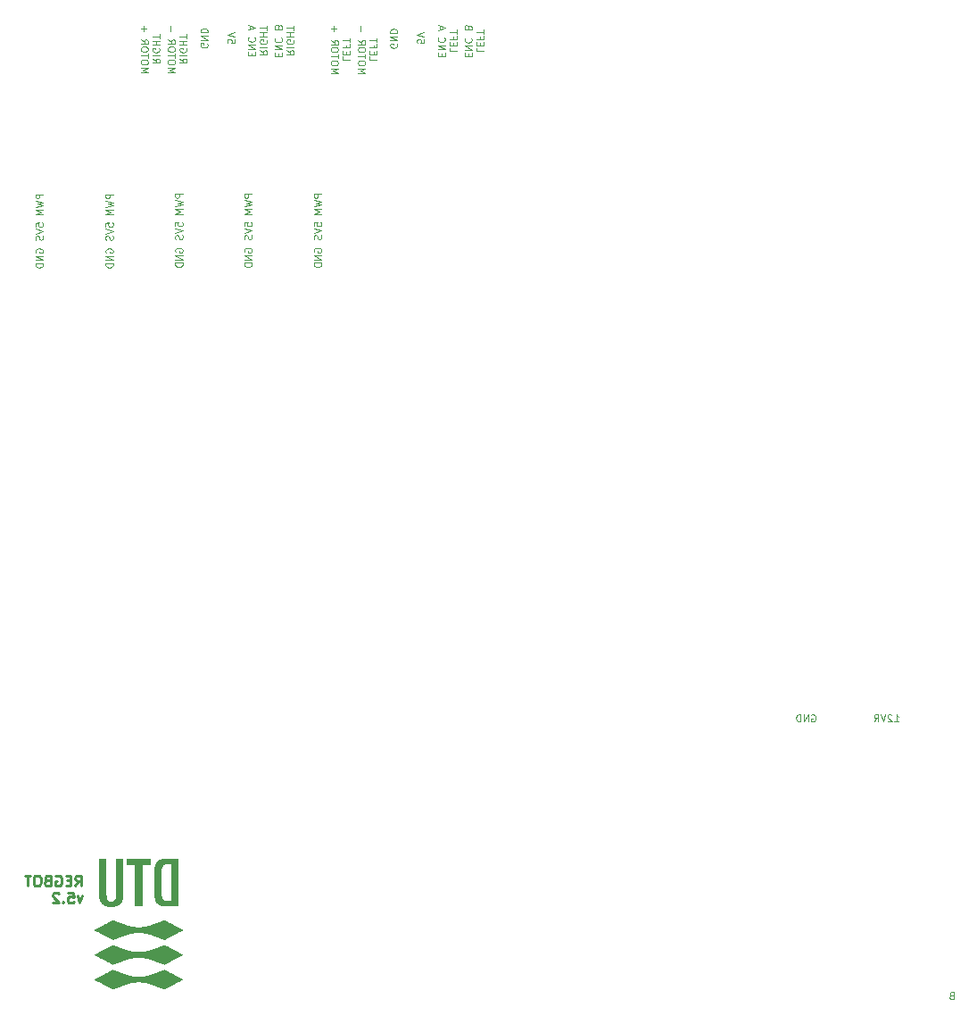
<source format=gbo>
G04 #@! TF.GenerationSoftware,KiCad,Pcbnew,(6.0.8)*
G04 #@! TF.CreationDate,2022-11-23T15:29:44+01:00*
G04 #@! TF.ProjectId,Regbot,52656762-6f74-42e6-9b69-6361645f7063,v5.0*
G04 #@! TF.SameCoordinates,Original*
G04 #@! TF.FileFunction,Legend,Bot*
G04 #@! TF.FilePolarity,Positive*
%FSLAX46Y46*%
G04 Gerber Fmt 4.6, Leading zero omitted, Abs format (unit mm)*
G04 Created by KiCad (PCBNEW (6.0.8)) date 2022-11-23 15:29:44*
%MOMM*%
%LPD*%
G01*
G04 APERTURE LIST*
%ADD10C,0.076200*%
%ADD11C,0.250000*%
G04 APERTURE END LIST*
D10*
X123195442Y-77217814D02*
X122509642Y-77217814D01*
X122509642Y-77479071D01*
X122542300Y-77544385D01*
X122574957Y-77577042D01*
X122640271Y-77609700D01*
X122738242Y-77609700D01*
X122803557Y-77577042D01*
X122836214Y-77544385D01*
X122868871Y-77479071D01*
X122868871Y-77217814D01*
X122509642Y-77838300D02*
X123195442Y-78001585D01*
X122705585Y-78132214D01*
X123195442Y-78262842D01*
X122509642Y-78426128D01*
X123195442Y-78687385D02*
X122509642Y-78687385D01*
X122999500Y-78915985D01*
X122509642Y-79144585D01*
X123195442Y-79144585D01*
X110038242Y-77268614D02*
X109352442Y-77268614D01*
X109352442Y-77529871D01*
X109385100Y-77595185D01*
X109417757Y-77627842D01*
X109483071Y-77660500D01*
X109581042Y-77660500D01*
X109646357Y-77627842D01*
X109679014Y-77595185D01*
X109711671Y-77529871D01*
X109711671Y-77268614D01*
X109352442Y-77889100D02*
X110038242Y-78052385D01*
X109548385Y-78183014D01*
X110038242Y-78313642D01*
X109352442Y-78476928D01*
X110038242Y-78738185D02*
X109352442Y-78738185D01*
X109842300Y-78966785D01*
X109352442Y-79195385D01*
X110038242Y-79195385D01*
D11*
X106469976Y-142868380D02*
X106803309Y-142392190D01*
X107041404Y-142868380D02*
X107041404Y-141868380D01*
X106660452Y-141868380D01*
X106565214Y-141916000D01*
X106517595Y-141963619D01*
X106469976Y-142058857D01*
X106469976Y-142201714D01*
X106517595Y-142296952D01*
X106565214Y-142344571D01*
X106660452Y-142392190D01*
X107041404Y-142392190D01*
X106041404Y-142344571D02*
X105708071Y-142344571D01*
X105565214Y-142868380D02*
X106041404Y-142868380D01*
X106041404Y-141868380D01*
X105565214Y-141868380D01*
X104612833Y-141916000D02*
X104708071Y-141868380D01*
X104850928Y-141868380D01*
X104993785Y-141916000D01*
X105089023Y-142011238D01*
X105136642Y-142106476D01*
X105184261Y-142296952D01*
X105184261Y-142439809D01*
X105136642Y-142630285D01*
X105089023Y-142725523D01*
X104993785Y-142820761D01*
X104850928Y-142868380D01*
X104755690Y-142868380D01*
X104612833Y-142820761D01*
X104565214Y-142773142D01*
X104565214Y-142439809D01*
X104755690Y-142439809D01*
X103803309Y-142344571D02*
X103660452Y-142392190D01*
X103612833Y-142439809D01*
X103565214Y-142535047D01*
X103565214Y-142677904D01*
X103612833Y-142773142D01*
X103660452Y-142820761D01*
X103755690Y-142868380D01*
X104136642Y-142868380D01*
X104136642Y-141868380D01*
X103803309Y-141868380D01*
X103708071Y-141916000D01*
X103660452Y-141963619D01*
X103612833Y-142058857D01*
X103612833Y-142154095D01*
X103660452Y-142249333D01*
X103708071Y-142296952D01*
X103803309Y-142344571D01*
X104136642Y-142344571D01*
X102946166Y-141868380D02*
X102755690Y-141868380D01*
X102660452Y-141916000D01*
X102565214Y-142011238D01*
X102517595Y-142201714D01*
X102517595Y-142535047D01*
X102565214Y-142725523D01*
X102660452Y-142820761D01*
X102755690Y-142868380D01*
X102946166Y-142868380D01*
X103041404Y-142820761D01*
X103136642Y-142725523D01*
X103184261Y-142535047D01*
X103184261Y-142201714D01*
X103136642Y-142011238D01*
X103041404Y-141916000D01*
X102946166Y-141868380D01*
X102231880Y-141868380D02*
X101660452Y-141868380D01*
X101946166Y-142868380D02*
X101946166Y-141868380D01*
X107136642Y-143811714D02*
X106898547Y-144478380D01*
X106660452Y-143811714D01*
X105803309Y-143478380D02*
X106279500Y-143478380D01*
X106327119Y-143954571D01*
X106279500Y-143906952D01*
X106184261Y-143859333D01*
X105946166Y-143859333D01*
X105850928Y-143906952D01*
X105803309Y-143954571D01*
X105755690Y-144049809D01*
X105755690Y-144287904D01*
X105803309Y-144383142D01*
X105850928Y-144430761D01*
X105946166Y-144478380D01*
X106184261Y-144478380D01*
X106279500Y-144430761D01*
X106327119Y-144383142D01*
X105327119Y-144383142D02*
X105279500Y-144430761D01*
X105327119Y-144478380D01*
X105374738Y-144430761D01*
X105327119Y-144383142D01*
X105327119Y-144478380D01*
X104898547Y-143573619D02*
X104850928Y-143526000D01*
X104755690Y-143478380D01*
X104517595Y-143478380D01*
X104422357Y-143526000D01*
X104374738Y-143573619D01*
X104327119Y-143668857D01*
X104327119Y-143764095D01*
X104374738Y-143906952D01*
X104946166Y-144478380D01*
X104327119Y-144478380D01*
D10*
X126517926Y-63627000D02*
X126844497Y-63855600D01*
X126517926Y-64018885D02*
X127203726Y-64018885D01*
X127203726Y-63757628D01*
X127171069Y-63692314D01*
X127138411Y-63659657D01*
X127073097Y-63627000D01*
X126975126Y-63627000D01*
X126909811Y-63659657D01*
X126877154Y-63692314D01*
X126844497Y-63757628D01*
X126844497Y-64018885D01*
X126517926Y-63333085D02*
X127203726Y-63333085D01*
X127171069Y-62647285D02*
X127203726Y-62712600D01*
X127203726Y-62810571D01*
X127171069Y-62908542D01*
X127105754Y-62973857D01*
X127040440Y-63006514D01*
X126909811Y-63039171D01*
X126811840Y-63039171D01*
X126681211Y-63006514D01*
X126615897Y-62973857D01*
X126550583Y-62908542D01*
X126517926Y-62810571D01*
X126517926Y-62745257D01*
X126550583Y-62647285D01*
X126583240Y-62614628D01*
X126811840Y-62614628D01*
X126811840Y-62745257D01*
X126517926Y-62320714D02*
X127203726Y-62320714D01*
X126877154Y-62320714D02*
X126877154Y-61928828D01*
X126517926Y-61928828D02*
X127203726Y-61928828D01*
X127203726Y-61700228D02*
X127203726Y-61308342D01*
X126517926Y-61504285D02*
X127203726Y-61504285D01*
X125773016Y-64165842D02*
X125773016Y-63937242D01*
X125413788Y-63839271D02*
X125413788Y-64165842D01*
X126099588Y-64165842D01*
X126099588Y-63839271D01*
X125413788Y-63545357D02*
X126099588Y-63545357D01*
X125413788Y-63153471D01*
X126099588Y-63153471D01*
X125479102Y-62435014D02*
X125446445Y-62467671D01*
X125413788Y-62565642D01*
X125413788Y-62630957D01*
X125446445Y-62728928D01*
X125511759Y-62794242D01*
X125577073Y-62826900D01*
X125707702Y-62859557D01*
X125805673Y-62859557D01*
X125936302Y-62826900D01*
X126001616Y-62794242D01*
X126066931Y-62728928D01*
X126099588Y-62630957D01*
X126099588Y-62565642D01*
X126066931Y-62467671D01*
X126034273Y-62435014D01*
X125773016Y-61389985D02*
X125740359Y-61292014D01*
X125707702Y-61259357D01*
X125642388Y-61226700D01*
X125544416Y-61226700D01*
X125479102Y-61259357D01*
X125446445Y-61292014D01*
X125413788Y-61357328D01*
X125413788Y-61618585D01*
X126099588Y-61618585D01*
X126099588Y-61389985D01*
X126066931Y-61324671D01*
X126034273Y-61292014D01*
X125968959Y-61259357D01*
X125903645Y-61259357D01*
X125838331Y-61292014D01*
X125805673Y-61324671D01*
X125773016Y-61389985D01*
X125773016Y-61618585D01*
X102697642Y-80314800D02*
X102697642Y-79988228D01*
X103024214Y-79955571D01*
X102991557Y-79988228D01*
X102958900Y-80053542D01*
X102958900Y-80216828D01*
X102991557Y-80282142D01*
X103024214Y-80314800D01*
X103089528Y-80347457D01*
X103252814Y-80347457D01*
X103318128Y-80314800D01*
X103350785Y-80282142D01*
X103383442Y-80216828D01*
X103383442Y-80053542D01*
X103350785Y-79988228D01*
X103318128Y-79955571D01*
X102697642Y-80543400D02*
X103383442Y-80772000D01*
X102697642Y-81000600D01*
X103350785Y-81196542D02*
X103383442Y-81294514D01*
X103383442Y-81457800D01*
X103350785Y-81523114D01*
X103318128Y-81555771D01*
X103252814Y-81588428D01*
X103187500Y-81588428D01*
X103122185Y-81555771D01*
X103089528Y-81523114D01*
X103056871Y-81457800D01*
X103024214Y-81327171D01*
X102991557Y-81261857D01*
X102958900Y-81229200D01*
X102893585Y-81196542D01*
X102828271Y-81196542D01*
X102762957Y-81229200D01*
X102730300Y-81261857D01*
X102697642Y-81327171D01*
X102697642Y-81490457D01*
X102730300Y-81588428D01*
X102730300Y-82789485D02*
X102697642Y-82724171D01*
X102697642Y-82626200D01*
X102730300Y-82528228D01*
X102795614Y-82462914D01*
X102860928Y-82430257D01*
X102991557Y-82397600D01*
X103089528Y-82397600D01*
X103220157Y-82430257D01*
X103285471Y-82462914D01*
X103350785Y-82528228D01*
X103383442Y-82626200D01*
X103383442Y-82691514D01*
X103350785Y-82789485D01*
X103318128Y-82822142D01*
X103089528Y-82822142D01*
X103089528Y-82691514D01*
X103383442Y-83116057D02*
X102697642Y-83116057D01*
X103383442Y-83507942D01*
X102697642Y-83507942D01*
X103383442Y-83834514D02*
X102697642Y-83834514D01*
X102697642Y-83997800D01*
X102730300Y-84095771D01*
X102795614Y-84161085D01*
X102860928Y-84193742D01*
X102991557Y-84226400D01*
X103089528Y-84226400D01*
X103220157Y-84193742D01*
X103285471Y-84161085D01*
X103350785Y-84095771D01*
X103383442Y-83997800D01*
X103383442Y-83834514D01*
X136994900Y-63006514D02*
X137027557Y-63071828D01*
X137027557Y-63169800D01*
X136994900Y-63267771D01*
X136929585Y-63333085D01*
X136864271Y-63365742D01*
X136733642Y-63398400D01*
X136635671Y-63398400D01*
X136505042Y-63365742D01*
X136439728Y-63333085D01*
X136374414Y-63267771D01*
X136341757Y-63169800D01*
X136341757Y-63104485D01*
X136374414Y-63006514D01*
X136407071Y-62973857D01*
X136635671Y-62973857D01*
X136635671Y-63104485D01*
X136341757Y-62679942D02*
X137027557Y-62679942D01*
X136341757Y-62288057D01*
X137027557Y-62288057D01*
X136341757Y-61961485D02*
X137027557Y-61961485D01*
X137027557Y-61798200D01*
X136994900Y-61700228D01*
X136929585Y-61634914D01*
X136864271Y-61602257D01*
X136733642Y-61569600D01*
X136635671Y-61569600D01*
X136505042Y-61602257D01*
X136439728Y-61634914D01*
X136374414Y-61700228D01*
X136341757Y-61798200D01*
X136341757Y-61961485D01*
X116357926Y-64414400D02*
X116684497Y-64643000D01*
X116357926Y-64806285D02*
X117043726Y-64806285D01*
X117043726Y-64545028D01*
X117011069Y-64479714D01*
X116978411Y-64447057D01*
X116913097Y-64414400D01*
X116815126Y-64414400D01*
X116749811Y-64447057D01*
X116717154Y-64479714D01*
X116684497Y-64545028D01*
X116684497Y-64806285D01*
X116357926Y-64120485D02*
X117043726Y-64120485D01*
X117011069Y-63434685D02*
X117043726Y-63500000D01*
X117043726Y-63597971D01*
X117011069Y-63695942D01*
X116945754Y-63761257D01*
X116880440Y-63793914D01*
X116749811Y-63826571D01*
X116651840Y-63826571D01*
X116521211Y-63793914D01*
X116455897Y-63761257D01*
X116390583Y-63695942D01*
X116357926Y-63597971D01*
X116357926Y-63532657D01*
X116390583Y-63434685D01*
X116423240Y-63402028D01*
X116651840Y-63402028D01*
X116651840Y-63532657D01*
X116357926Y-63108114D02*
X117043726Y-63108114D01*
X116717154Y-63108114D02*
X116717154Y-62716228D01*
X116357926Y-62716228D02*
X117043726Y-62716228D01*
X117043726Y-62487628D02*
X117043726Y-62095742D01*
X116357926Y-62291685D02*
X117043726Y-62291685D01*
X115253788Y-65737014D02*
X115939588Y-65737014D01*
X115449731Y-65508414D01*
X115939588Y-65279814D01*
X115253788Y-65279814D01*
X115939588Y-64822614D02*
X115939588Y-64691985D01*
X115906931Y-64626671D01*
X115841616Y-64561357D01*
X115710988Y-64528700D01*
X115482388Y-64528700D01*
X115351759Y-64561357D01*
X115286445Y-64626671D01*
X115253788Y-64691985D01*
X115253788Y-64822614D01*
X115286445Y-64887928D01*
X115351759Y-64953242D01*
X115482388Y-64985900D01*
X115710988Y-64985900D01*
X115841616Y-64953242D01*
X115906931Y-64887928D01*
X115939588Y-64822614D01*
X115939588Y-64332757D02*
X115939588Y-63940871D01*
X115253788Y-64136814D02*
X115939588Y-64136814D01*
X115939588Y-63581642D02*
X115939588Y-63451014D01*
X115906931Y-63385700D01*
X115841616Y-63320385D01*
X115710988Y-63287728D01*
X115482388Y-63287728D01*
X115351759Y-63320385D01*
X115286445Y-63385700D01*
X115253788Y-63451014D01*
X115253788Y-63581642D01*
X115286445Y-63646957D01*
X115351759Y-63712271D01*
X115482388Y-63744928D01*
X115710988Y-63744928D01*
X115841616Y-63712271D01*
X115906931Y-63646957D01*
X115939588Y-63581642D01*
X115253788Y-62601928D02*
X115580359Y-62830528D01*
X115253788Y-62993814D02*
X115939588Y-62993814D01*
X115939588Y-62732557D01*
X115906931Y-62667242D01*
X115874273Y-62634585D01*
X115808959Y-62601928D01*
X115710988Y-62601928D01*
X115645673Y-62634585D01*
X115613016Y-62667242D01*
X115580359Y-62732557D01*
X115580359Y-62993814D01*
X115515045Y-61785500D02*
X115515045Y-61262985D01*
X134404626Y-64203942D02*
X134404626Y-64530514D01*
X135090426Y-64530514D01*
X134763854Y-63975342D02*
X134763854Y-63746742D01*
X134404626Y-63648771D02*
X134404626Y-63975342D01*
X135090426Y-63975342D01*
X135090426Y-63648771D01*
X134763854Y-63126257D02*
X134763854Y-63354857D01*
X134404626Y-63354857D02*
X135090426Y-63354857D01*
X135090426Y-63028285D01*
X135090426Y-62865000D02*
X135090426Y-62473114D01*
X134404626Y-62669057D02*
X135090426Y-62669057D01*
X133300488Y-65787814D02*
X133986288Y-65787814D01*
X133496431Y-65559214D01*
X133986288Y-65330614D01*
X133300488Y-65330614D01*
X133986288Y-64873414D02*
X133986288Y-64742785D01*
X133953631Y-64677471D01*
X133888316Y-64612157D01*
X133757688Y-64579500D01*
X133529088Y-64579500D01*
X133398459Y-64612157D01*
X133333145Y-64677471D01*
X133300488Y-64742785D01*
X133300488Y-64873414D01*
X133333145Y-64938728D01*
X133398459Y-65004042D01*
X133529088Y-65036700D01*
X133757688Y-65036700D01*
X133888316Y-65004042D01*
X133953631Y-64938728D01*
X133986288Y-64873414D01*
X133986288Y-64383557D02*
X133986288Y-63991671D01*
X133300488Y-64187614D02*
X133986288Y-64187614D01*
X133986288Y-63632442D02*
X133986288Y-63501814D01*
X133953631Y-63436500D01*
X133888316Y-63371185D01*
X133757688Y-63338528D01*
X133529088Y-63338528D01*
X133398459Y-63371185D01*
X133333145Y-63436500D01*
X133300488Y-63501814D01*
X133300488Y-63632442D01*
X133333145Y-63697757D01*
X133398459Y-63763071D01*
X133529088Y-63795728D01*
X133757688Y-63795728D01*
X133888316Y-63763071D01*
X133953631Y-63697757D01*
X133986288Y-63632442D01*
X133300488Y-62652728D02*
X133627059Y-62881328D01*
X133300488Y-63044614D02*
X133986288Y-63044614D01*
X133986288Y-62783357D01*
X133953631Y-62718042D01*
X133920973Y-62685385D01*
X133855659Y-62652728D01*
X133757688Y-62652728D01*
X133692373Y-62685385D01*
X133659716Y-62718042D01*
X133627059Y-62783357D01*
X133627059Y-63044614D01*
X133561745Y-61836300D02*
X133561745Y-61313785D01*
X109385100Y-82789485D02*
X109352442Y-82724171D01*
X109352442Y-82626200D01*
X109385100Y-82528228D01*
X109450414Y-82462914D01*
X109515728Y-82430257D01*
X109646357Y-82397600D01*
X109744328Y-82397600D01*
X109874957Y-82430257D01*
X109940271Y-82462914D01*
X110005585Y-82528228D01*
X110038242Y-82626200D01*
X110038242Y-82691514D01*
X110005585Y-82789485D01*
X109972928Y-82822142D01*
X109744328Y-82822142D01*
X109744328Y-82691514D01*
X110038242Y-83116057D02*
X109352442Y-83116057D01*
X110038242Y-83507942D01*
X109352442Y-83507942D01*
X110038242Y-83834514D02*
X109352442Y-83834514D01*
X109352442Y-83997800D01*
X109385100Y-84095771D01*
X109450414Y-84161085D01*
X109515728Y-84193742D01*
X109646357Y-84226400D01*
X109744328Y-84226400D01*
X109874957Y-84193742D01*
X109940271Y-84161085D01*
X110005585Y-84095771D01*
X110038242Y-83997800D01*
X110038242Y-83834514D01*
X103383442Y-77268614D02*
X102697642Y-77268614D01*
X102697642Y-77529871D01*
X102730300Y-77595185D01*
X102762957Y-77627842D01*
X102828271Y-77660500D01*
X102926242Y-77660500D01*
X102991557Y-77627842D01*
X103024214Y-77595185D01*
X103056871Y-77529871D01*
X103056871Y-77268614D01*
X102697642Y-77889100D02*
X103383442Y-78052385D01*
X102893585Y-78183014D01*
X103383442Y-78313642D01*
X102697642Y-78476928D01*
X103383442Y-78738185D02*
X102697642Y-78738185D01*
X103187500Y-78966785D01*
X102697642Y-79195385D01*
X103383442Y-79195385D01*
X109352442Y-80314800D02*
X109352442Y-79988228D01*
X109679014Y-79955571D01*
X109646357Y-79988228D01*
X109613700Y-80053542D01*
X109613700Y-80216828D01*
X109646357Y-80282142D01*
X109679014Y-80314800D01*
X109744328Y-80347457D01*
X109907614Y-80347457D01*
X109972928Y-80314800D01*
X110005585Y-80282142D01*
X110038242Y-80216828D01*
X110038242Y-80053542D01*
X110005585Y-79988228D01*
X109972928Y-79955571D01*
X109352442Y-80543400D02*
X110038242Y-80772000D01*
X109352442Y-81000600D01*
X110005585Y-81196542D02*
X110038242Y-81294514D01*
X110038242Y-81457800D01*
X110005585Y-81523114D01*
X109972928Y-81555771D01*
X109907614Y-81588428D01*
X109842300Y-81588428D01*
X109776985Y-81555771D01*
X109744328Y-81523114D01*
X109711671Y-81457800D01*
X109679014Y-81327171D01*
X109646357Y-81261857D01*
X109613700Y-81229200D01*
X109548385Y-81196542D01*
X109483071Y-81196542D01*
X109417757Y-81229200D01*
X109385100Y-81261857D01*
X109352442Y-81327171D01*
X109352442Y-81490457D01*
X109385100Y-81588428D01*
X189588684Y-153252714D02*
X189490712Y-153285371D01*
X189458055Y-153318028D01*
X189425398Y-153383342D01*
X189425398Y-153481314D01*
X189458055Y-153546628D01*
X189490712Y-153579285D01*
X189556027Y-153611942D01*
X189817284Y-153611942D01*
X189817284Y-152926142D01*
X189588684Y-152926142D01*
X189523370Y-152958800D01*
X189490712Y-152991457D01*
X189458055Y-153056771D01*
X189458055Y-153122085D01*
X189490712Y-153187400D01*
X189523370Y-153220057D01*
X189588684Y-153252714D01*
X189817284Y-153252714D01*
X118999000Y-62981114D02*
X119031657Y-63046428D01*
X119031657Y-63144400D01*
X118999000Y-63242371D01*
X118933685Y-63307685D01*
X118868371Y-63340342D01*
X118737742Y-63373000D01*
X118639771Y-63373000D01*
X118509142Y-63340342D01*
X118443828Y-63307685D01*
X118378514Y-63242371D01*
X118345857Y-63144400D01*
X118345857Y-63079085D01*
X118378514Y-62981114D01*
X118411171Y-62948457D01*
X118639771Y-62948457D01*
X118639771Y-63079085D01*
X118345857Y-62654542D02*
X119031657Y-62654542D01*
X118345857Y-62262657D01*
X119031657Y-62262657D01*
X118345857Y-61936085D02*
X119031657Y-61936085D01*
X119031657Y-61772800D01*
X118999000Y-61674828D01*
X118933685Y-61609514D01*
X118868371Y-61576857D01*
X118737742Y-61544200D01*
X118639771Y-61544200D01*
X118509142Y-61576857D01*
X118443828Y-61609514D01*
X118378514Y-61674828D01*
X118345857Y-61772800D01*
X118345857Y-61936085D01*
X121571657Y-62589228D02*
X121571657Y-62915800D01*
X121245085Y-62948457D01*
X121277742Y-62915800D01*
X121310400Y-62850485D01*
X121310400Y-62687200D01*
X121277742Y-62621885D01*
X121245085Y-62589228D01*
X121179771Y-62556571D01*
X121016485Y-62556571D01*
X120951171Y-62589228D01*
X120918514Y-62621885D01*
X120885857Y-62687200D01*
X120885857Y-62850485D01*
X120918514Y-62915800D01*
X120951171Y-62948457D01*
X121571657Y-62360628D02*
X120885857Y-62132028D01*
X121571657Y-61903428D01*
X115989100Y-82738685D02*
X115956442Y-82673371D01*
X115956442Y-82575400D01*
X115989100Y-82477428D01*
X116054414Y-82412114D01*
X116119728Y-82379457D01*
X116250357Y-82346800D01*
X116348328Y-82346800D01*
X116478957Y-82379457D01*
X116544271Y-82412114D01*
X116609585Y-82477428D01*
X116642242Y-82575400D01*
X116642242Y-82640714D01*
X116609585Y-82738685D01*
X116576928Y-82771342D01*
X116348328Y-82771342D01*
X116348328Y-82640714D01*
X116642242Y-83065257D02*
X115956442Y-83065257D01*
X116642242Y-83457142D01*
X115956442Y-83457142D01*
X116642242Y-83783714D02*
X115956442Y-83783714D01*
X115956442Y-83947000D01*
X115989100Y-84044971D01*
X116054414Y-84110285D01*
X116119728Y-84142942D01*
X116250357Y-84175600D01*
X116348328Y-84175600D01*
X116478957Y-84142942D01*
X116544271Y-84110285D01*
X116609585Y-84044971D01*
X116642242Y-83947000D01*
X116642242Y-83783714D01*
X129146300Y-82738685D02*
X129113642Y-82673371D01*
X129113642Y-82575400D01*
X129146300Y-82477428D01*
X129211614Y-82412114D01*
X129276928Y-82379457D01*
X129407557Y-82346800D01*
X129505528Y-82346800D01*
X129636157Y-82379457D01*
X129701471Y-82412114D01*
X129766785Y-82477428D01*
X129799442Y-82575400D01*
X129799442Y-82640714D01*
X129766785Y-82738685D01*
X129734128Y-82771342D01*
X129505528Y-82771342D01*
X129505528Y-82640714D01*
X129799442Y-83065257D02*
X129113642Y-83065257D01*
X129799442Y-83457142D01*
X129113642Y-83457142D01*
X129799442Y-83783714D02*
X129113642Y-83783714D01*
X129113642Y-83947000D01*
X129146300Y-84044971D01*
X129211614Y-84110285D01*
X129276928Y-84142942D01*
X129407557Y-84175600D01*
X129505528Y-84175600D01*
X129636157Y-84142942D01*
X129701471Y-84110285D01*
X129766785Y-84044971D01*
X129799442Y-83947000D01*
X129799442Y-83783714D01*
X116642242Y-77217814D02*
X115956442Y-77217814D01*
X115956442Y-77479071D01*
X115989100Y-77544385D01*
X116021757Y-77577042D01*
X116087071Y-77609700D01*
X116185042Y-77609700D01*
X116250357Y-77577042D01*
X116283014Y-77544385D01*
X116315671Y-77479071D01*
X116315671Y-77217814D01*
X115956442Y-77838300D02*
X116642242Y-78001585D01*
X116152385Y-78132214D01*
X116642242Y-78262842D01*
X115956442Y-78426128D01*
X116642242Y-78687385D02*
X115956442Y-78687385D01*
X116446300Y-78915985D01*
X115956442Y-79144585D01*
X116642242Y-79144585D01*
X176328614Y-126631700D02*
X176393928Y-126599042D01*
X176491900Y-126599042D01*
X176589871Y-126631700D01*
X176655185Y-126697014D01*
X176687842Y-126762328D01*
X176720500Y-126892957D01*
X176720500Y-126990928D01*
X176687842Y-127121557D01*
X176655185Y-127186871D01*
X176589871Y-127252185D01*
X176491900Y-127284842D01*
X176426585Y-127284842D01*
X176328614Y-127252185D01*
X176295957Y-127219528D01*
X176295957Y-126990928D01*
X176426585Y-126990928D01*
X176002042Y-127284842D02*
X176002042Y-126599042D01*
X175610157Y-127284842D01*
X175610157Y-126599042D01*
X175283585Y-127284842D02*
X175283585Y-126599042D01*
X175120300Y-126599042D01*
X175022328Y-126631700D01*
X174957014Y-126697014D01*
X174924357Y-126762328D01*
X174891700Y-126892957D01*
X174891700Y-126990928D01*
X174924357Y-127121557D01*
X174957014Y-127186871D01*
X175022328Y-127252185D01*
X175120300Y-127284842D01*
X175283585Y-127284842D01*
X122509642Y-80264000D02*
X122509642Y-79937428D01*
X122836214Y-79904771D01*
X122803557Y-79937428D01*
X122770900Y-80002742D01*
X122770900Y-80166028D01*
X122803557Y-80231342D01*
X122836214Y-80264000D01*
X122901528Y-80296657D01*
X123064814Y-80296657D01*
X123130128Y-80264000D01*
X123162785Y-80231342D01*
X123195442Y-80166028D01*
X123195442Y-80002742D01*
X123162785Y-79937428D01*
X123130128Y-79904771D01*
X122509642Y-80492600D02*
X123195442Y-80721200D01*
X122509642Y-80949800D01*
X123162785Y-81145742D02*
X123195442Y-81243714D01*
X123195442Y-81407000D01*
X123162785Y-81472314D01*
X123130128Y-81504971D01*
X123064814Y-81537628D01*
X122999500Y-81537628D01*
X122934185Y-81504971D01*
X122901528Y-81472314D01*
X122868871Y-81407000D01*
X122836214Y-81276371D01*
X122803557Y-81211057D01*
X122770900Y-81178400D01*
X122705585Y-81145742D01*
X122640271Y-81145742D01*
X122574957Y-81178400D01*
X122542300Y-81211057D01*
X122509642Y-81276371D01*
X122509642Y-81439657D01*
X122542300Y-81537628D01*
X184193542Y-127284842D02*
X184585428Y-127284842D01*
X184389485Y-127284842D02*
X184389485Y-126599042D01*
X184454800Y-126697014D01*
X184520114Y-126762328D01*
X184585428Y-126794985D01*
X183932285Y-126664357D02*
X183899628Y-126631700D01*
X183834314Y-126599042D01*
X183671028Y-126599042D01*
X183605714Y-126631700D01*
X183573057Y-126664357D01*
X183540400Y-126729671D01*
X183540400Y-126794985D01*
X183573057Y-126892957D01*
X183964942Y-127284842D01*
X183540400Y-127284842D01*
X183344457Y-126599042D02*
X183115857Y-127284842D01*
X182887257Y-126599042D01*
X182266771Y-127284842D02*
X182495371Y-126958271D01*
X182658657Y-127284842D02*
X182658657Y-126599042D01*
X182397400Y-126599042D01*
X182332085Y-126631700D01*
X182299428Y-126664357D01*
X182266771Y-126729671D01*
X182266771Y-126827642D01*
X182299428Y-126892957D01*
X182332085Y-126925614D01*
X182397400Y-126958271D01*
X182658657Y-126958271D01*
X115956442Y-80264000D02*
X115956442Y-79937428D01*
X116283014Y-79904771D01*
X116250357Y-79937428D01*
X116217700Y-80002742D01*
X116217700Y-80166028D01*
X116250357Y-80231342D01*
X116283014Y-80264000D01*
X116348328Y-80296657D01*
X116511614Y-80296657D01*
X116576928Y-80264000D01*
X116609585Y-80231342D01*
X116642242Y-80166028D01*
X116642242Y-80002742D01*
X116609585Y-79937428D01*
X116576928Y-79904771D01*
X115956442Y-80492600D02*
X116642242Y-80721200D01*
X115956442Y-80949800D01*
X116609585Y-81145742D02*
X116642242Y-81243714D01*
X116642242Y-81407000D01*
X116609585Y-81472314D01*
X116576928Y-81504971D01*
X116511614Y-81537628D01*
X116446300Y-81537628D01*
X116380985Y-81504971D01*
X116348328Y-81472314D01*
X116315671Y-81407000D01*
X116283014Y-81276371D01*
X116250357Y-81211057D01*
X116217700Y-81178400D01*
X116152385Y-81145742D01*
X116087071Y-81145742D01*
X116021757Y-81178400D01*
X115989100Y-81211057D01*
X115956442Y-81276371D01*
X115956442Y-81439657D01*
X115989100Y-81537628D01*
X123977926Y-63627000D02*
X124304497Y-63855600D01*
X123977926Y-64018885D02*
X124663726Y-64018885D01*
X124663726Y-63757628D01*
X124631069Y-63692314D01*
X124598411Y-63659657D01*
X124533097Y-63627000D01*
X124435126Y-63627000D01*
X124369811Y-63659657D01*
X124337154Y-63692314D01*
X124304497Y-63757628D01*
X124304497Y-64018885D01*
X123977926Y-63333085D02*
X124663726Y-63333085D01*
X124631069Y-62647285D02*
X124663726Y-62712600D01*
X124663726Y-62810571D01*
X124631069Y-62908542D01*
X124565754Y-62973857D01*
X124500440Y-63006514D01*
X124369811Y-63039171D01*
X124271840Y-63039171D01*
X124141211Y-63006514D01*
X124075897Y-62973857D01*
X124010583Y-62908542D01*
X123977926Y-62810571D01*
X123977926Y-62745257D01*
X124010583Y-62647285D01*
X124043240Y-62614628D01*
X124271840Y-62614628D01*
X124271840Y-62745257D01*
X123977926Y-62320714D02*
X124663726Y-62320714D01*
X124337154Y-62320714D02*
X124337154Y-61928828D01*
X123977926Y-61928828D02*
X124663726Y-61928828D01*
X124663726Y-61700228D02*
X124663726Y-61308342D01*
X123977926Y-61504285D02*
X124663726Y-61504285D01*
X123233016Y-64116857D02*
X123233016Y-63888257D01*
X122873788Y-63790285D02*
X122873788Y-64116857D01*
X123559588Y-64116857D01*
X123559588Y-63790285D01*
X122873788Y-63496371D02*
X123559588Y-63496371D01*
X122873788Y-63104485D01*
X123559588Y-63104485D01*
X122939102Y-62386028D02*
X122906445Y-62418685D01*
X122873788Y-62516657D01*
X122873788Y-62581971D01*
X122906445Y-62679942D01*
X122971759Y-62745257D01*
X123037073Y-62777914D01*
X123167702Y-62810571D01*
X123265673Y-62810571D01*
X123396302Y-62777914D01*
X123461616Y-62745257D01*
X123526931Y-62679942D01*
X123559588Y-62581971D01*
X123559588Y-62516657D01*
X123526931Y-62418685D01*
X123494273Y-62386028D01*
X123069731Y-61602257D02*
X123069731Y-61275685D01*
X122873788Y-61667571D02*
X123559588Y-61438971D01*
X122873788Y-61210371D01*
X144513826Y-63391142D02*
X144513826Y-63717714D01*
X145199626Y-63717714D01*
X144873054Y-63162542D02*
X144873054Y-62933942D01*
X144513826Y-62835971D02*
X144513826Y-63162542D01*
X145199626Y-63162542D01*
X145199626Y-62835971D01*
X144873054Y-62313457D02*
X144873054Y-62542057D01*
X144513826Y-62542057D02*
X145199626Y-62542057D01*
X145199626Y-62215485D01*
X145199626Y-62052200D02*
X145199626Y-61660314D01*
X144513826Y-61856257D02*
X145199626Y-61856257D01*
X143768916Y-64191242D02*
X143768916Y-63962642D01*
X143409688Y-63864671D02*
X143409688Y-64191242D01*
X144095488Y-64191242D01*
X144095488Y-63864671D01*
X143409688Y-63570757D02*
X144095488Y-63570757D01*
X143409688Y-63178871D01*
X144095488Y-63178871D01*
X143475002Y-62460414D02*
X143442345Y-62493071D01*
X143409688Y-62591042D01*
X143409688Y-62656357D01*
X143442345Y-62754328D01*
X143507659Y-62819642D01*
X143572973Y-62852300D01*
X143703602Y-62884957D01*
X143801573Y-62884957D01*
X143932202Y-62852300D01*
X143997516Y-62819642D01*
X144062831Y-62754328D01*
X144095488Y-62656357D01*
X144095488Y-62591042D01*
X144062831Y-62493071D01*
X144030173Y-62460414D01*
X143768916Y-61415385D02*
X143736259Y-61317414D01*
X143703602Y-61284757D01*
X143638288Y-61252100D01*
X143540316Y-61252100D01*
X143475002Y-61284757D01*
X143442345Y-61317414D01*
X143409688Y-61382728D01*
X143409688Y-61643985D01*
X144095488Y-61643985D01*
X144095488Y-61415385D01*
X144062831Y-61350071D01*
X144030173Y-61317414D01*
X143964859Y-61284757D01*
X143899545Y-61284757D01*
X143834231Y-61317414D01*
X143801573Y-61350071D01*
X143768916Y-61415385D01*
X143768916Y-61643985D01*
X122542300Y-82738685D02*
X122509642Y-82673371D01*
X122509642Y-82575400D01*
X122542300Y-82477428D01*
X122607614Y-82412114D01*
X122672928Y-82379457D01*
X122803557Y-82346800D01*
X122901528Y-82346800D01*
X123032157Y-82379457D01*
X123097471Y-82412114D01*
X123162785Y-82477428D01*
X123195442Y-82575400D01*
X123195442Y-82640714D01*
X123162785Y-82738685D01*
X123130128Y-82771342D01*
X122901528Y-82771342D01*
X122901528Y-82640714D01*
X123195442Y-83065257D02*
X122509642Y-83065257D01*
X123195442Y-83457142D01*
X122509642Y-83457142D01*
X123195442Y-83783714D02*
X122509642Y-83783714D01*
X122509642Y-83947000D01*
X122542300Y-84044971D01*
X122607614Y-84110285D01*
X122672928Y-84142942D01*
X122803557Y-84175600D01*
X122901528Y-84175600D01*
X123032157Y-84142942D01*
X123097471Y-84110285D01*
X123162785Y-84044971D01*
X123195442Y-83947000D01*
X123195442Y-83783714D01*
X131813826Y-64203942D02*
X131813826Y-64530514D01*
X132499626Y-64530514D01*
X132173054Y-63975342D02*
X132173054Y-63746742D01*
X131813826Y-63648771D02*
X131813826Y-63975342D01*
X132499626Y-63975342D01*
X132499626Y-63648771D01*
X132173054Y-63126257D02*
X132173054Y-63354857D01*
X131813826Y-63354857D02*
X132499626Y-63354857D01*
X132499626Y-63028285D01*
X132499626Y-62865000D02*
X132499626Y-62473114D01*
X131813826Y-62669057D02*
X132499626Y-62669057D01*
X130709688Y-65787814D02*
X131395488Y-65787814D01*
X130905631Y-65559214D01*
X131395488Y-65330614D01*
X130709688Y-65330614D01*
X131395488Y-64873414D02*
X131395488Y-64742785D01*
X131362831Y-64677471D01*
X131297516Y-64612157D01*
X131166888Y-64579500D01*
X130938288Y-64579500D01*
X130807659Y-64612157D01*
X130742345Y-64677471D01*
X130709688Y-64742785D01*
X130709688Y-64873414D01*
X130742345Y-64938728D01*
X130807659Y-65004042D01*
X130938288Y-65036700D01*
X131166888Y-65036700D01*
X131297516Y-65004042D01*
X131362831Y-64938728D01*
X131395488Y-64873414D01*
X131395488Y-64383557D02*
X131395488Y-63991671D01*
X130709688Y-64187614D02*
X131395488Y-64187614D01*
X131395488Y-63632442D02*
X131395488Y-63501814D01*
X131362831Y-63436500D01*
X131297516Y-63371185D01*
X131166888Y-63338528D01*
X130938288Y-63338528D01*
X130807659Y-63371185D01*
X130742345Y-63436500D01*
X130709688Y-63501814D01*
X130709688Y-63632442D01*
X130742345Y-63697757D01*
X130807659Y-63763071D01*
X130938288Y-63795728D01*
X131166888Y-63795728D01*
X131297516Y-63763071D01*
X131362831Y-63697757D01*
X131395488Y-63632442D01*
X130709688Y-62652728D02*
X131036259Y-62881328D01*
X130709688Y-63044614D02*
X131395488Y-63044614D01*
X131395488Y-62783357D01*
X131362831Y-62718042D01*
X131330173Y-62685385D01*
X131264859Y-62652728D01*
X131166888Y-62652728D01*
X131101573Y-62685385D01*
X131068916Y-62718042D01*
X131036259Y-62783357D01*
X131036259Y-63044614D01*
X130970945Y-61836300D02*
X130970945Y-61313785D01*
X130709688Y-61575042D02*
X131232202Y-61575042D01*
X113779826Y-64414400D02*
X114106397Y-64643000D01*
X113779826Y-64806285D02*
X114465626Y-64806285D01*
X114465626Y-64545028D01*
X114432969Y-64479714D01*
X114400311Y-64447057D01*
X114334997Y-64414400D01*
X114237026Y-64414400D01*
X114171711Y-64447057D01*
X114139054Y-64479714D01*
X114106397Y-64545028D01*
X114106397Y-64806285D01*
X113779826Y-64120485D02*
X114465626Y-64120485D01*
X114432969Y-63434685D02*
X114465626Y-63500000D01*
X114465626Y-63597971D01*
X114432969Y-63695942D01*
X114367654Y-63761257D01*
X114302340Y-63793914D01*
X114171711Y-63826571D01*
X114073740Y-63826571D01*
X113943111Y-63793914D01*
X113877797Y-63761257D01*
X113812483Y-63695942D01*
X113779826Y-63597971D01*
X113779826Y-63532657D01*
X113812483Y-63434685D01*
X113845140Y-63402028D01*
X114073740Y-63402028D01*
X114073740Y-63532657D01*
X113779826Y-63108114D02*
X114465626Y-63108114D01*
X114139054Y-63108114D02*
X114139054Y-62716228D01*
X113779826Y-62716228D02*
X114465626Y-62716228D01*
X114465626Y-62487628D02*
X114465626Y-62095742D01*
X113779826Y-62291685D02*
X114465626Y-62291685D01*
X112675688Y-65737014D02*
X113361488Y-65737014D01*
X112871631Y-65508414D01*
X113361488Y-65279814D01*
X112675688Y-65279814D01*
X113361488Y-64822614D02*
X113361488Y-64691985D01*
X113328831Y-64626671D01*
X113263516Y-64561357D01*
X113132888Y-64528700D01*
X112904288Y-64528700D01*
X112773659Y-64561357D01*
X112708345Y-64626671D01*
X112675688Y-64691985D01*
X112675688Y-64822614D01*
X112708345Y-64887928D01*
X112773659Y-64953242D01*
X112904288Y-64985900D01*
X113132888Y-64985900D01*
X113263516Y-64953242D01*
X113328831Y-64887928D01*
X113361488Y-64822614D01*
X113361488Y-64332757D02*
X113361488Y-63940871D01*
X112675688Y-64136814D02*
X113361488Y-64136814D01*
X113361488Y-63581642D02*
X113361488Y-63451014D01*
X113328831Y-63385700D01*
X113263516Y-63320385D01*
X113132888Y-63287728D01*
X112904288Y-63287728D01*
X112773659Y-63320385D01*
X112708345Y-63385700D01*
X112675688Y-63451014D01*
X112675688Y-63581642D01*
X112708345Y-63646957D01*
X112773659Y-63712271D01*
X112904288Y-63744928D01*
X113132888Y-63744928D01*
X113263516Y-63712271D01*
X113328831Y-63646957D01*
X113361488Y-63581642D01*
X112675688Y-62601928D02*
X113002259Y-62830528D01*
X112675688Y-62993814D02*
X113361488Y-62993814D01*
X113361488Y-62732557D01*
X113328831Y-62667242D01*
X113296173Y-62634585D01*
X113230859Y-62601928D01*
X113132888Y-62601928D01*
X113067573Y-62634585D01*
X113034916Y-62667242D01*
X113002259Y-62732557D01*
X113002259Y-62993814D01*
X112936945Y-61785500D02*
X112936945Y-61262985D01*
X112675688Y-61524242D02*
X113198202Y-61524242D01*
X129799442Y-77217814D02*
X129113642Y-77217814D01*
X129113642Y-77479071D01*
X129146300Y-77544385D01*
X129178957Y-77577042D01*
X129244271Y-77609700D01*
X129342242Y-77609700D01*
X129407557Y-77577042D01*
X129440214Y-77544385D01*
X129472871Y-77479071D01*
X129472871Y-77217814D01*
X129113642Y-77838300D02*
X129799442Y-78001585D01*
X129309585Y-78132214D01*
X129799442Y-78262842D01*
X129113642Y-78426128D01*
X129799442Y-78687385D02*
X129113642Y-78687385D01*
X129603500Y-78915985D01*
X129113642Y-79144585D01*
X129799442Y-79144585D01*
X141973826Y-63391142D02*
X141973826Y-63717714D01*
X142659626Y-63717714D01*
X142333054Y-63162542D02*
X142333054Y-62933942D01*
X141973826Y-62835971D02*
X141973826Y-63162542D01*
X142659626Y-63162542D01*
X142659626Y-62835971D01*
X142333054Y-62313457D02*
X142333054Y-62542057D01*
X141973826Y-62542057D02*
X142659626Y-62542057D01*
X142659626Y-62215485D01*
X142659626Y-62052200D02*
X142659626Y-61660314D01*
X141973826Y-61856257D02*
X142659626Y-61856257D01*
X141228916Y-64142257D02*
X141228916Y-63913657D01*
X140869688Y-63815685D02*
X140869688Y-64142257D01*
X141555488Y-64142257D01*
X141555488Y-63815685D01*
X140869688Y-63521771D02*
X141555488Y-63521771D01*
X140869688Y-63129885D01*
X141555488Y-63129885D01*
X140935002Y-62411428D02*
X140902345Y-62444085D01*
X140869688Y-62542057D01*
X140869688Y-62607371D01*
X140902345Y-62705342D01*
X140967659Y-62770657D01*
X141032973Y-62803314D01*
X141163602Y-62835971D01*
X141261573Y-62835971D01*
X141392202Y-62803314D01*
X141457516Y-62770657D01*
X141522831Y-62705342D01*
X141555488Y-62607371D01*
X141555488Y-62542057D01*
X141522831Y-62444085D01*
X141490173Y-62411428D01*
X141065631Y-61627657D02*
X141065631Y-61301085D01*
X140869688Y-61692971D02*
X141555488Y-61464371D01*
X140869688Y-61235771D01*
X139567557Y-62589228D02*
X139567557Y-62915800D01*
X139240985Y-62948457D01*
X139273642Y-62915800D01*
X139306300Y-62850485D01*
X139306300Y-62687200D01*
X139273642Y-62621885D01*
X139240985Y-62589228D01*
X139175671Y-62556571D01*
X139012385Y-62556571D01*
X138947071Y-62589228D01*
X138914414Y-62621885D01*
X138881757Y-62687200D01*
X138881757Y-62850485D01*
X138914414Y-62915800D01*
X138947071Y-62948457D01*
X139567557Y-62360628D02*
X138881757Y-62132028D01*
X139567557Y-61903428D01*
X129113642Y-80264000D02*
X129113642Y-79937428D01*
X129440214Y-79904771D01*
X129407557Y-79937428D01*
X129374900Y-80002742D01*
X129374900Y-80166028D01*
X129407557Y-80231342D01*
X129440214Y-80264000D01*
X129505528Y-80296657D01*
X129668814Y-80296657D01*
X129734128Y-80264000D01*
X129766785Y-80231342D01*
X129799442Y-80166028D01*
X129799442Y-80002742D01*
X129766785Y-79937428D01*
X129734128Y-79904771D01*
X129113642Y-80492600D02*
X129799442Y-80721200D01*
X129113642Y-80949800D01*
X129766785Y-81145742D02*
X129799442Y-81243714D01*
X129799442Y-81407000D01*
X129766785Y-81472314D01*
X129734128Y-81504971D01*
X129668814Y-81537628D01*
X129603500Y-81537628D01*
X129538185Y-81504971D01*
X129505528Y-81472314D01*
X129472871Y-81407000D01*
X129440214Y-81276371D01*
X129407557Y-81211057D01*
X129374900Y-81178400D01*
X129309585Y-81145742D01*
X129244271Y-81145742D01*
X129178957Y-81178400D01*
X129146300Y-81211057D01*
X129113642Y-81276371D01*
X129113642Y-81439657D01*
X129146300Y-81537628D01*
G36*
X111033700Y-141023500D02*
G01*
X110343700Y-141023500D01*
X110343700Y-141000500D01*
X111033700Y-141000500D01*
X111033700Y-141023500D01*
G37*
G36*
X112183700Y-146796500D02*
G01*
X108779700Y-146796500D01*
X108779700Y-146773500D01*
X112183700Y-146773500D01*
X112183700Y-146796500D01*
G37*
G36*
X115380700Y-150131500D02*
G01*
X114322700Y-150131500D01*
X114322700Y-150108500D01*
X115380700Y-150108500D01*
X115380700Y-150131500D01*
G37*
G36*
X112896700Y-143990500D02*
G01*
X112137700Y-143990500D01*
X112137700Y-143967500D01*
X112896700Y-143967500D01*
X112896700Y-143990500D01*
G37*
G36*
X112896700Y-141207500D02*
G01*
X112137700Y-141207500D01*
X112137700Y-141184500D01*
X112896700Y-141184500D01*
X112896700Y-141207500D01*
G37*
G36*
X112896700Y-144496500D02*
G01*
X112137700Y-144496500D01*
X112137700Y-144473500D01*
X112896700Y-144473500D01*
X112896700Y-144496500D01*
G37*
G36*
X115633700Y-146497500D02*
G01*
X113954700Y-146497500D01*
X113954700Y-146474500D01*
X115633700Y-146474500D01*
X115633700Y-146497500D01*
G37*
G36*
X115932700Y-149004500D02*
G01*
X113471700Y-149004500D01*
X113471700Y-148981500D01*
X115932700Y-148981500D01*
X115932700Y-149004500D01*
G37*
G36*
X111033700Y-142679500D02*
G01*
X110343700Y-142679500D01*
X110343700Y-142656500D01*
X111033700Y-142656500D01*
X111033700Y-142679500D01*
G37*
G36*
X116162700Y-149717500D02*
G01*
X112919700Y-149717500D01*
X112919700Y-149694500D01*
X116162700Y-149694500D01*
X116162700Y-149717500D01*
G37*
G36*
X111102700Y-149970500D02*
G01*
X109308700Y-149970500D01*
X109308700Y-149947500D01*
X111102700Y-149947500D01*
X111102700Y-149970500D01*
G37*
G36*
X112896700Y-143760500D02*
G01*
X112137700Y-143760500D01*
X112137700Y-143737500D01*
X112896700Y-143737500D01*
X112896700Y-143760500D01*
G37*
G36*
X116277700Y-140471500D02*
G01*
X114368700Y-140471500D01*
X114368700Y-140448500D01*
X116277700Y-140448500D01*
X116277700Y-140471500D01*
G37*
G36*
X115426700Y-150108500D02*
G01*
X114253700Y-150108500D01*
X114253700Y-150085500D01*
X115426700Y-150085500D01*
X115426700Y-150108500D01*
G37*
G36*
X114667700Y-141759500D02*
G01*
X113954700Y-141759500D01*
X113954700Y-141736500D01*
X114667700Y-141736500D01*
X114667700Y-141759500D01*
G37*
G36*
X111033700Y-142288500D02*
G01*
X110343700Y-142288500D01*
X110343700Y-142265500D01*
X111033700Y-142265500D01*
X111033700Y-142288500D01*
G37*
G36*
X116277700Y-141046500D02*
G01*
X115587700Y-141046500D01*
X115587700Y-141023500D01*
X116277700Y-141023500D01*
X116277700Y-141046500D01*
G37*
G36*
X116277700Y-143645500D02*
G01*
X115587700Y-143645500D01*
X115587700Y-143622500D01*
X116277700Y-143622500D01*
X116277700Y-143645500D01*
G37*
G36*
X116530700Y-151879500D02*
G01*
X108457700Y-151879500D01*
X108457700Y-151856500D01*
X116530700Y-151856500D01*
X116530700Y-151879500D01*
G37*
G36*
X111033700Y-143668500D02*
G01*
X110343700Y-143668500D01*
X110343700Y-143645500D01*
X111033700Y-143645500D01*
X111033700Y-143668500D01*
G37*
G36*
X116277700Y-144657500D02*
G01*
X114368700Y-144657500D01*
X114368700Y-144634500D01*
X116277700Y-144634500D01*
X116277700Y-144657500D01*
G37*
G36*
X112896700Y-144634500D02*
G01*
X112137700Y-144634500D01*
X112137700Y-144611500D01*
X112896700Y-144611500D01*
X112896700Y-144634500D01*
G37*
G36*
X110182700Y-152661500D02*
G01*
X109952700Y-152661500D01*
X109952700Y-152638500D01*
X110182700Y-152638500D01*
X110182700Y-152661500D01*
G37*
G36*
X111033700Y-142058500D02*
G01*
X110343700Y-142058500D01*
X110343700Y-142035500D01*
X111033700Y-142035500D01*
X111033700Y-142058500D01*
G37*
G36*
X109423700Y-140540500D02*
G01*
X108733700Y-140540500D01*
X108733700Y-140517500D01*
X109423700Y-140517500D01*
X109423700Y-140540500D01*
G37*
G36*
X114667700Y-142840500D02*
G01*
X113954700Y-142840500D01*
X113954700Y-142817500D01*
X114667700Y-142817500D01*
X114667700Y-142840500D01*
G37*
G36*
X116277700Y-142725500D02*
G01*
X115587700Y-142725500D01*
X115587700Y-142702500D01*
X116277700Y-142702500D01*
X116277700Y-142725500D01*
G37*
G36*
X113655700Y-140678500D02*
G01*
X111355700Y-140678500D01*
X111355700Y-140655500D01*
X113655700Y-140655500D01*
X113655700Y-140678500D01*
G37*
G36*
X115909700Y-152201500D02*
G01*
X113517700Y-152201500D01*
X113517700Y-152178500D01*
X115909700Y-152178500D01*
X115909700Y-152201500D01*
G37*
G36*
X112896700Y-142334500D02*
G01*
X112137700Y-142334500D01*
X112137700Y-142311500D01*
X112896700Y-142311500D01*
X112896700Y-142334500D01*
G37*
G36*
X112896700Y-142656500D02*
G01*
X112137700Y-142656500D01*
X112137700Y-142633500D01*
X112896700Y-142633500D01*
X112896700Y-142656500D01*
G37*
G36*
X116277700Y-143737500D02*
G01*
X115587700Y-143737500D01*
X115587700Y-143714500D01*
X116277700Y-143714500D01*
X116277700Y-143737500D01*
G37*
G36*
X111148700Y-148889500D02*
G01*
X109262700Y-148889500D01*
X109262700Y-148866500D01*
X111148700Y-148866500D01*
X111148700Y-148889500D01*
G37*
G36*
X109423700Y-143254500D02*
G01*
X108733700Y-143254500D01*
X108733700Y-143231500D01*
X109423700Y-143231500D01*
X109423700Y-143254500D01*
G37*
G36*
X109423700Y-141644500D02*
G01*
X108733700Y-141644500D01*
X108733700Y-141621500D01*
X109423700Y-141621500D01*
X109423700Y-141644500D01*
G37*
G36*
X115541700Y-151143500D02*
G01*
X114092700Y-151143500D01*
X114092700Y-151120500D01*
X115541700Y-151120500D01*
X115541700Y-151143500D01*
G37*
G36*
X109423700Y-142150500D02*
G01*
X108733700Y-142150500D01*
X108733700Y-142127500D01*
X109423700Y-142127500D01*
X109423700Y-142150500D01*
G37*
G36*
X109423700Y-140885500D02*
G01*
X108733700Y-140885500D01*
X108733700Y-140862500D01*
X109423700Y-140862500D01*
X109423700Y-140885500D01*
G37*
G36*
X111470700Y-149855500D02*
G01*
X109078700Y-149855500D01*
X109078700Y-149832500D01*
X111470700Y-149832500D01*
X111470700Y-149855500D01*
G37*
G36*
X111033700Y-140448500D02*
G01*
X110343700Y-140448500D01*
X110343700Y-140425500D01*
X111033700Y-140425500D01*
X111033700Y-140448500D01*
G37*
G36*
X114667700Y-142127500D02*
G01*
X113954700Y-142127500D01*
X113954700Y-142104500D01*
X114667700Y-142104500D01*
X114667700Y-142127500D01*
G37*
G36*
X114690700Y-143783500D02*
G01*
X113977700Y-143783500D01*
X113977700Y-143760500D01*
X114690700Y-143760500D01*
X114690700Y-143783500D01*
G37*
G36*
X109423700Y-141092500D02*
G01*
X108733700Y-141092500D01*
X108733700Y-141069500D01*
X109423700Y-141069500D01*
X109423700Y-141092500D01*
G37*
G36*
X116691700Y-147049500D02*
G01*
X108296700Y-147049500D01*
X108296700Y-147026500D01*
X116691700Y-147026500D01*
X116691700Y-147049500D01*
G37*
G36*
X116277700Y-143415500D02*
G01*
X115587700Y-143415500D01*
X115587700Y-143392500D01*
X116277700Y-143392500D01*
X116277700Y-143415500D01*
G37*
G36*
X109423700Y-143484500D02*
G01*
X108733700Y-143484500D01*
X108733700Y-143461500D01*
X109423700Y-143461500D01*
X109423700Y-143484500D01*
G37*
G36*
X109423700Y-141391500D02*
G01*
X108733700Y-141391500D01*
X108733700Y-141368500D01*
X109423700Y-141368500D01*
X109423700Y-141391500D01*
G37*
G36*
X109423700Y-143415500D02*
G01*
X108733700Y-143415500D01*
X108733700Y-143392500D01*
X109423700Y-143392500D01*
X109423700Y-143415500D01*
G37*
G36*
X114690700Y-143829500D02*
G01*
X113977700Y-143829500D01*
X113977700Y-143806500D01*
X114690700Y-143806500D01*
X114690700Y-143829500D01*
G37*
G36*
X111033700Y-143530500D02*
G01*
X110343700Y-143530500D01*
X110343700Y-143507500D01*
X111033700Y-143507500D01*
X111033700Y-143530500D01*
G37*
G36*
X112896700Y-144473500D02*
G01*
X112137700Y-144473500D01*
X112137700Y-144450500D01*
X112896700Y-144450500D01*
X112896700Y-144473500D01*
G37*
G36*
X116277700Y-140586500D02*
G01*
X114230700Y-140586500D01*
X114230700Y-140563500D01*
X116277700Y-140563500D01*
X116277700Y-140586500D01*
G37*
G36*
X111355700Y-151304500D02*
G01*
X109147700Y-151304500D01*
X109147700Y-151281500D01*
X111355700Y-151281500D01*
X111355700Y-151304500D01*
G37*
G36*
X114667700Y-142472500D02*
G01*
X113954700Y-142472500D01*
X113954700Y-142449500D01*
X114667700Y-142449500D01*
X114667700Y-142472500D01*
G37*
G36*
X111033700Y-140379500D02*
G01*
X110343700Y-140379500D01*
X110343700Y-140356500D01*
X111033700Y-140356500D01*
X111033700Y-140379500D01*
G37*
G36*
X112896700Y-144749500D02*
G01*
X112137700Y-144749500D01*
X112137700Y-144726500D01*
X112896700Y-144726500D01*
X112896700Y-144749500D01*
G37*
G36*
X112160700Y-151488500D02*
G01*
X108779700Y-151488500D01*
X108779700Y-151465500D01*
X112160700Y-151465500D01*
X112160700Y-151488500D01*
G37*
G36*
X110527700Y-144749500D02*
G01*
X109239700Y-144749500D01*
X109239700Y-144726500D01*
X110527700Y-144726500D01*
X110527700Y-144749500D01*
G37*
G36*
X109423700Y-141207500D02*
G01*
X108733700Y-141207500D01*
X108733700Y-141184500D01*
X109423700Y-141184500D01*
X109423700Y-141207500D01*
G37*
G36*
X111033700Y-143001500D02*
G01*
X110343700Y-143001500D01*
X110343700Y-142978500D01*
X111033700Y-142978500D01*
X111033700Y-143001500D01*
G37*
G36*
X109423700Y-141276500D02*
G01*
X108733700Y-141276500D01*
X108733700Y-141253500D01*
X109423700Y-141253500D01*
X109423700Y-141276500D01*
G37*
G36*
X115564700Y-150039500D02*
G01*
X114069700Y-150039500D01*
X114069700Y-150016500D01*
X115564700Y-150016500D01*
X115564700Y-150039500D01*
G37*
G36*
X116254700Y-152017500D02*
G01*
X108733700Y-152017500D01*
X108733700Y-151994500D01*
X116254700Y-151994500D01*
X116254700Y-152017500D01*
G37*
G36*
X112896700Y-143553500D02*
G01*
X112137700Y-143553500D01*
X112137700Y-143530500D01*
X112896700Y-143530500D01*
X112896700Y-143553500D01*
G37*
G36*
X116691700Y-149441500D02*
G01*
X108296700Y-149441500D01*
X108296700Y-149418500D01*
X116691700Y-149418500D01*
X116691700Y-149441500D01*
G37*
G36*
X111033700Y-141299500D02*
G01*
X110343700Y-141299500D01*
X110343700Y-141276500D01*
X111033700Y-141276500D01*
X111033700Y-141299500D01*
G37*
G36*
X111171700Y-149947500D02*
G01*
X109262700Y-149947500D01*
X109262700Y-149924500D01*
X111171700Y-149924500D01*
X111171700Y-149947500D01*
G37*
G36*
X111378700Y-149878500D02*
G01*
X109124700Y-149878500D01*
X109124700Y-149855500D01*
X111378700Y-149855500D01*
X111378700Y-149878500D01*
G37*
G36*
X112896700Y-142978500D02*
G01*
X112137700Y-142978500D01*
X112137700Y-142955500D01*
X112896700Y-142955500D01*
X112896700Y-142978500D01*
G37*
G36*
X111010700Y-144082500D02*
G01*
X110297700Y-144082500D01*
X110297700Y-144059500D01*
X111010700Y-144059500D01*
X111010700Y-144082500D01*
G37*
G36*
X114667700Y-143622500D02*
G01*
X113977700Y-143622500D01*
X113977700Y-143599500D01*
X114667700Y-143599500D01*
X114667700Y-143622500D01*
G37*
G36*
X116392700Y-149602500D02*
G01*
X108595700Y-149602500D01*
X108595700Y-149579500D01*
X116392700Y-149579500D01*
X116392700Y-149602500D01*
G37*
G36*
X112896700Y-142150500D02*
G01*
X112137700Y-142150500D01*
X112137700Y-142127500D01*
X112896700Y-142127500D01*
X112896700Y-142150500D01*
G37*
G36*
X116599700Y-149487500D02*
G01*
X108388700Y-149487500D01*
X108388700Y-149464500D01*
X116599700Y-149464500D01*
X116599700Y-149487500D01*
G37*
G36*
X115012700Y-144289500D02*
G01*
X114069700Y-144289500D01*
X114069700Y-144266500D01*
X115012700Y-144266500D01*
X115012700Y-144289500D01*
G37*
G36*
X115081700Y-150292500D02*
G01*
X114736700Y-150292500D01*
X114736700Y-150269500D01*
X115081700Y-150269500D01*
X115081700Y-150292500D01*
G37*
G36*
X115725700Y-146543500D02*
G01*
X113839700Y-146543500D01*
X113839700Y-146520500D01*
X115725700Y-146520500D01*
X115725700Y-146543500D01*
G37*
G36*
X109423700Y-142978500D02*
G01*
X108733700Y-142978500D01*
X108733700Y-142955500D01*
X109423700Y-142955500D01*
X109423700Y-142978500D01*
G37*
G36*
X116277700Y-144542500D02*
G01*
X114230700Y-144542500D01*
X114230700Y-144519500D01*
X116277700Y-144519500D01*
X116277700Y-144542500D01*
G37*
G36*
X111033700Y-142633500D02*
G01*
X110343700Y-142633500D01*
X110343700Y-142610500D01*
X111033700Y-142610500D01*
X111033700Y-142633500D01*
G37*
G36*
X109423700Y-142656500D02*
G01*
X108733700Y-142656500D01*
X108733700Y-142633500D01*
X109423700Y-142633500D01*
X109423700Y-142656500D01*
G37*
G36*
X111700700Y-149050500D02*
G01*
X108963700Y-149050500D01*
X108963700Y-149027500D01*
X111700700Y-149027500D01*
X111700700Y-149050500D01*
G37*
G36*
X109423700Y-141437500D02*
G01*
X108733700Y-141437500D01*
X108733700Y-141414500D01*
X109423700Y-141414500D01*
X109423700Y-141437500D01*
G37*
G36*
X116277700Y-140954500D02*
G01*
X115587700Y-140954500D01*
X115587700Y-140931500D01*
X116277700Y-140931500D01*
X116277700Y-140954500D01*
G37*
G36*
X116277700Y-141575500D02*
G01*
X115587700Y-141575500D01*
X115587700Y-141552500D01*
X116277700Y-141552500D01*
X116277700Y-141575500D01*
G37*
G36*
X114943700Y-150361500D02*
G01*
X114920700Y-150361500D01*
X114920700Y-150338500D01*
X114943700Y-150338500D01*
X114943700Y-150361500D01*
G37*
G36*
X112896700Y-143461500D02*
G01*
X112137700Y-143461500D01*
X112137700Y-143438500D01*
X112896700Y-143438500D01*
X112896700Y-143461500D01*
G37*
G36*
X110987700Y-144151500D02*
G01*
X110274700Y-144151500D01*
X110274700Y-144128500D01*
X110987700Y-144128500D01*
X110987700Y-144151500D01*
G37*
G36*
X109423700Y-143093500D02*
G01*
X108733700Y-143093500D01*
X108733700Y-143070500D01*
X109423700Y-143070500D01*
X109423700Y-143093500D01*
G37*
G36*
X110090700Y-150844500D02*
G01*
X110021700Y-150844500D01*
X110021700Y-150821500D01*
X110090700Y-150821500D01*
X110090700Y-150844500D01*
G37*
G36*
X110780700Y-147739500D02*
G01*
X109515700Y-147739500D01*
X109515700Y-147716500D01*
X110780700Y-147716500D01*
X110780700Y-147739500D01*
G37*
G36*
X111539700Y-149832500D02*
G01*
X109032700Y-149832500D01*
X109032700Y-149809500D01*
X111539700Y-149809500D01*
X111539700Y-149832500D01*
G37*
G36*
X109423700Y-141736500D02*
G01*
X108733700Y-141736500D01*
X108733700Y-141713500D01*
X109423700Y-141713500D01*
X109423700Y-141736500D01*
G37*
G36*
X109423700Y-141828500D02*
G01*
X108733700Y-141828500D01*
X108733700Y-141805500D01*
X109423700Y-141805500D01*
X109423700Y-141828500D01*
G37*
G36*
X111102700Y-146520500D02*
G01*
X109308700Y-146520500D01*
X109308700Y-146497500D01*
X111102700Y-146497500D01*
X111102700Y-146520500D01*
G37*
G36*
X109423700Y-140402500D02*
G01*
X108733700Y-140402500D01*
X108733700Y-140379500D01*
X109423700Y-140379500D01*
X109423700Y-140402500D01*
G37*
G36*
X111033700Y-142380500D02*
G01*
X110343700Y-142380500D01*
X110343700Y-142357500D01*
X111033700Y-142357500D01*
X111033700Y-142380500D01*
G37*
G36*
X110665700Y-150131500D02*
G01*
X109607700Y-150131500D01*
X109607700Y-150108500D01*
X110665700Y-150108500D01*
X110665700Y-150131500D01*
G37*
G36*
X110642700Y-144680500D02*
G01*
X109124700Y-144680500D01*
X109124700Y-144657500D01*
X110642700Y-144657500D01*
X110642700Y-144680500D01*
G37*
G36*
X112896700Y-143944500D02*
G01*
X112137700Y-143944500D01*
X112137700Y-143921500D01*
X112896700Y-143921500D01*
X112896700Y-143944500D01*
G37*
G36*
X111217700Y-148912500D02*
G01*
X109239700Y-148912500D01*
X109239700Y-148889500D01*
X111217700Y-148889500D01*
X111217700Y-148912500D01*
G37*
G36*
X114667700Y-143553500D02*
G01*
X113954700Y-143553500D01*
X113954700Y-143530500D01*
X114667700Y-143530500D01*
X114667700Y-143553500D01*
G37*
G36*
X116277700Y-142058500D02*
G01*
X115587700Y-142058500D01*
X115587700Y-142035500D01*
X116277700Y-142035500D01*
X116277700Y-142058500D01*
G37*
G36*
X110573700Y-146336500D02*
G01*
X109653700Y-146336500D01*
X109653700Y-146313500D01*
X110573700Y-146313500D01*
X110573700Y-146336500D01*
G37*
G36*
X116415700Y-146911500D02*
G01*
X108572700Y-146911500D01*
X108572700Y-146888500D01*
X116415700Y-146888500D01*
X116415700Y-146911500D01*
G37*
G36*
X116277700Y-141184500D02*
G01*
X115587700Y-141184500D01*
X115587700Y-141161500D01*
X116277700Y-141161500D01*
X116277700Y-141184500D01*
G37*
G36*
X110895700Y-148797500D02*
G01*
X109446700Y-148797500D01*
X109446700Y-148774500D01*
X110895700Y-148774500D01*
X110895700Y-148797500D01*
G37*
G36*
X115817700Y-149901500D02*
G01*
X113678700Y-149901500D01*
X113678700Y-149878500D01*
X115817700Y-149878500D01*
X115817700Y-149901500D01*
G37*
G36*
X109469700Y-144036500D02*
G01*
X108756700Y-144036500D01*
X108756700Y-144013500D01*
X109469700Y-144013500D01*
X109469700Y-144036500D01*
G37*
G36*
X110527700Y-148659500D02*
G01*
X109699700Y-148659500D01*
X109699700Y-148636500D01*
X110527700Y-148636500D01*
X110527700Y-148659500D01*
G37*
G36*
X111033700Y-141437500D02*
G01*
X110343700Y-141437500D01*
X110343700Y-141414500D01*
X111033700Y-141414500D01*
X111033700Y-141437500D01*
G37*
G36*
X109446700Y-143875500D02*
G01*
X108733700Y-143875500D01*
X108733700Y-143852500D01*
X109446700Y-143852500D01*
X109446700Y-143875500D01*
G37*
G36*
X112896700Y-144082500D02*
G01*
X112137700Y-144082500D01*
X112137700Y-144059500D01*
X112896700Y-144059500D01*
X112896700Y-144082500D01*
G37*
G36*
X112896700Y-144128500D02*
G01*
X112137700Y-144128500D01*
X112137700Y-144105500D01*
X112896700Y-144105500D01*
X112896700Y-144128500D01*
G37*
G36*
X109423700Y-141713500D02*
G01*
X108733700Y-141713500D01*
X108733700Y-141690500D01*
X109423700Y-141690500D01*
X109423700Y-141713500D01*
G37*
G36*
X114667700Y-142541500D02*
G01*
X113954700Y-142541500D01*
X113954700Y-142518500D01*
X114667700Y-142518500D01*
X114667700Y-142541500D01*
G37*
G36*
X114690700Y-141322500D02*
G01*
X113977700Y-141322500D01*
X113977700Y-141299500D01*
X114690700Y-141299500D01*
X114690700Y-141322500D01*
G37*
G36*
X113655700Y-140517500D02*
G01*
X111355700Y-140517500D01*
X111355700Y-140494500D01*
X113655700Y-140494500D01*
X113655700Y-140517500D01*
G37*
G36*
X111033700Y-142886500D02*
G01*
X110343700Y-142886500D01*
X110343700Y-142863500D01*
X111033700Y-142863500D01*
X111033700Y-142886500D01*
G37*
G36*
X113632700Y-140862500D02*
G01*
X111378700Y-140862500D01*
X111378700Y-140839500D01*
X113632700Y-140839500D01*
X113632700Y-140862500D01*
G37*
G36*
X115725700Y-152293500D02*
G01*
X113816700Y-152293500D01*
X113816700Y-152270500D01*
X115725700Y-152270500D01*
X115725700Y-152293500D01*
G37*
G36*
X114667700Y-141805500D02*
G01*
X113954700Y-141805500D01*
X113954700Y-141782500D01*
X114667700Y-141782500D01*
X114667700Y-141805500D01*
G37*
G36*
X115196700Y-148613500D02*
G01*
X114598700Y-148613500D01*
X114598700Y-148590500D01*
X115196700Y-148590500D01*
X115196700Y-148613500D01*
G37*
G36*
X115242700Y-148636500D02*
G01*
X114529700Y-148636500D01*
X114529700Y-148613500D01*
X115242700Y-148613500D01*
X115242700Y-148636500D01*
G37*
G36*
X111033700Y-141736500D02*
G01*
X110343700Y-141736500D01*
X110343700Y-141713500D01*
X111033700Y-141713500D01*
X111033700Y-141736500D01*
G37*
G36*
X109423700Y-141115500D02*
G01*
X108733700Y-141115500D01*
X108733700Y-141092500D01*
X109423700Y-141092500D01*
X109423700Y-141115500D01*
G37*
G36*
X114667700Y-143530500D02*
G01*
X113954700Y-143530500D01*
X113954700Y-143507500D01*
X114667700Y-143507500D01*
X114667700Y-143530500D01*
G37*
G36*
X114851700Y-140931500D02*
G01*
X114046700Y-140931500D01*
X114046700Y-140908500D01*
X114851700Y-140908500D01*
X114851700Y-140931500D01*
G37*
G36*
X111286700Y-146589500D02*
G01*
X109193700Y-146589500D01*
X109193700Y-146566500D01*
X111286700Y-146566500D01*
X111286700Y-146589500D01*
G37*
G36*
X116277700Y-142679500D02*
G01*
X115587700Y-142679500D01*
X115587700Y-142656500D01*
X116277700Y-142656500D01*
X116277700Y-142679500D01*
G37*
G36*
X109423700Y-140747500D02*
G01*
X108733700Y-140747500D01*
X108733700Y-140724500D01*
X109423700Y-140724500D01*
X109423700Y-140747500D01*
G37*
G36*
X110918700Y-144381500D02*
G01*
X108871700Y-144381500D01*
X108871700Y-144358500D01*
X110918700Y-144358500D01*
X110918700Y-144381500D01*
G37*
G36*
X115035700Y-152661500D02*
G01*
X114805700Y-152661500D01*
X114805700Y-152638500D01*
X115035700Y-152638500D01*
X115035700Y-152661500D01*
G37*
G36*
X110343700Y-146244500D02*
G01*
X109837700Y-146244500D01*
X109837700Y-146221500D01*
X110343700Y-146221500D01*
X110343700Y-146244500D01*
G37*
G36*
X112896700Y-141759500D02*
G01*
X112137700Y-141759500D01*
X112137700Y-141736500D01*
X112896700Y-141736500D01*
X112896700Y-141759500D01*
G37*
G36*
X112896700Y-142679500D02*
G01*
X112137700Y-142679500D01*
X112137700Y-142656500D01*
X112896700Y-142656500D01*
X112896700Y-142679500D01*
G37*
G36*
X111033700Y-142426500D02*
G01*
X110343700Y-142426500D01*
X110343700Y-142403500D01*
X111033700Y-142403500D01*
X111033700Y-142426500D01*
G37*
G36*
X114805700Y-140977500D02*
G01*
X114046700Y-140977500D01*
X114046700Y-140954500D01*
X114805700Y-140954500D01*
X114805700Y-140977500D01*
G37*
G36*
X111010700Y-144013500D02*
G01*
X110320700Y-144013500D01*
X110320700Y-143990500D01*
X111010700Y-143990500D01*
X111010700Y-144013500D01*
G37*
G36*
X113655700Y-140494500D02*
G01*
X111355700Y-140494500D01*
X111355700Y-140471500D01*
X113655700Y-140471500D01*
X113655700Y-140494500D01*
G37*
G36*
X112896700Y-144266500D02*
G01*
X112137700Y-144266500D01*
X112137700Y-144243500D01*
X112896700Y-144243500D01*
X112896700Y-144266500D01*
G37*
G36*
X112896700Y-141184500D02*
G01*
X112137700Y-141184500D01*
X112137700Y-141161500D01*
X112896700Y-141161500D01*
X112896700Y-141184500D01*
G37*
G36*
X111033700Y-142012500D02*
G01*
X110343700Y-142012500D01*
X110343700Y-141989500D01*
X111033700Y-141989500D01*
X111033700Y-142012500D01*
G37*
G36*
X112022700Y-149119500D02*
G01*
X108825700Y-149119500D01*
X108825700Y-149096500D01*
X112022700Y-149096500D01*
X112022700Y-149119500D01*
G37*
G36*
X109745700Y-144358500D02*
G01*
X108848700Y-144358500D01*
X108848700Y-144335500D01*
X109745700Y-144335500D01*
X109745700Y-144358500D01*
G37*
G36*
X114667700Y-142035500D02*
G01*
X113954700Y-142035500D01*
X113954700Y-142012500D01*
X114667700Y-142012500D01*
X114667700Y-142035500D01*
G37*
G36*
X116277700Y-141437500D02*
G01*
X115587700Y-141437500D01*
X115587700Y-141414500D01*
X116277700Y-141414500D01*
X116277700Y-141437500D01*
G37*
G36*
X116277700Y-144151500D02*
G01*
X115587700Y-144151500D01*
X115587700Y-144128500D01*
X116277700Y-144128500D01*
X116277700Y-144151500D01*
G37*
G36*
X114782700Y-141023500D02*
G01*
X114023700Y-141023500D01*
X114023700Y-141000500D01*
X114782700Y-141000500D01*
X114782700Y-141023500D01*
G37*
G36*
X116277700Y-142610500D02*
G01*
X115587700Y-142610500D01*
X115587700Y-142587500D01*
X116277700Y-142587500D01*
X116277700Y-142610500D01*
G37*
G36*
X112896700Y-144381500D02*
G01*
X112137700Y-144381500D01*
X112137700Y-144358500D01*
X112896700Y-144358500D01*
X112896700Y-144381500D01*
G37*
G36*
X109630700Y-144312500D02*
G01*
X108825700Y-144312500D01*
X108825700Y-144289500D01*
X109630700Y-144289500D01*
X109630700Y-144312500D01*
G37*
G36*
X115587700Y-148820500D02*
G01*
X114023700Y-148820500D01*
X114023700Y-148797500D01*
X115587700Y-148797500D01*
X115587700Y-148820500D01*
G37*
G36*
X109423700Y-143806500D02*
G01*
X108733700Y-143806500D01*
X108733700Y-143783500D01*
X109423700Y-143783500D01*
X109423700Y-143806500D01*
G37*
G36*
X111240700Y-152270500D02*
G01*
X109216700Y-152270500D01*
X109216700Y-152247500D01*
X111240700Y-152247500D01*
X111240700Y-152270500D01*
G37*
G36*
X116231700Y-151511500D02*
G01*
X108756700Y-151511500D01*
X108756700Y-151488500D01*
X116231700Y-151488500D01*
X116231700Y-151511500D01*
G37*
G36*
X116553700Y-146980500D02*
G01*
X108434700Y-146980500D01*
X108434700Y-146957500D01*
X116553700Y-146957500D01*
X116553700Y-146980500D01*
G37*
G36*
X114667700Y-142242500D02*
G01*
X113954700Y-142242500D01*
X113954700Y-142219500D01*
X114667700Y-142219500D01*
X114667700Y-142242500D01*
G37*
G36*
X116093700Y-149763500D02*
G01*
X113172700Y-149763500D01*
X113172700Y-149740500D01*
X116093700Y-149740500D01*
X116093700Y-149763500D01*
G37*
G36*
X114667700Y-142357500D02*
G01*
X113954700Y-142357500D01*
X113954700Y-142334500D01*
X114667700Y-142334500D01*
X114667700Y-142357500D01*
G37*
G36*
X110573700Y-148682500D02*
G01*
X109653700Y-148682500D01*
X109653700Y-148659500D01*
X110573700Y-148659500D01*
X110573700Y-148682500D01*
G37*
G36*
X114713700Y-143967500D02*
G01*
X114000700Y-143967500D01*
X114000700Y-143944500D01*
X114713700Y-143944500D01*
X114713700Y-143967500D01*
G37*
G36*
X115633700Y-149993500D02*
G01*
X113954700Y-149993500D01*
X113954700Y-149970500D01*
X115633700Y-149970500D01*
X115633700Y-149993500D01*
G37*
G36*
X114667700Y-143093500D02*
G01*
X113954700Y-143093500D01*
X113954700Y-143070500D01*
X114667700Y-143070500D01*
X114667700Y-143093500D01*
G37*
G36*
X111033700Y-143254500D02*
G01*
X110343700Y-143254500D01*
X110343700Y-143231500D01*
X111033700Y-143231500D01*
X111033700Y-143254500D01*
G37*
G36*
X114667700Y-141851500D02*
G01*
X113954700Y-141851500D01*
X113954700Y-141828500D01*
X114667700Y-141828500D01*
X114667700Y-141851500D01*
G37*
G36*
X110849700Y-150062500D02*
G01*
X109469700Y-150062500D01*
X109469700Y-150039500D01*
X110849700Y-150039500D01*
X110849700Y-150062500D01*
G37*
G36*
X116277700Y-142334500D02*
G01*
X115587700Y-142334500D01*
X115587700Y-142311500D01*
X116277700Y-142311500D01*
X116277700Y-142334500D01*
G37*
G36*
X114667700Y-142610500D02*
G01*
X113954700Y-142610500D01*
X113954700Y-142587500D01*
X114667700Y-142587500D01*
X114667700Y-142610500D01*
G37*
G36*
X110343700Y-148590500D02*
G01*
X109837700Y-148590500D01*
X109837700Y-148567500D01*
X110343700Y-148567500D01*
X110343700Y-148590500D01*
G37*
G36*
X112896700Y-144680500D02*
G01*
X112137700Y-144680500D01*
X112137700Y-144657500D01*
X112896700Y-144657500D01*
X112896700Y-144680500D01*
G37*
G36*
X114667700Y-143047500D02*
G01*
X113954700Y-143047500D01*
X113954700Y-143024500D01*
X114667700Y-143024500D01*
X114667700Y-143047500D01*
G37*
G36*
X115242700Y-146290500D02*
G01*
X114529700Y-146290500D01*
X114529700Y-146267500D01*
X115242700Y-146267500D01*
X115242700Y-146290500D01*
G37*
G36*
X116116700Y-146750500D02*
G01*
X113080700Y-146750500D01*
X113080700Y-146727500D01*
X116116700Y-146727500D01*
X116116700Y-146750500D01*
G37*
G36*
X109423700Y-140425500D02*
G01*
X108733700Y-140425500D01*
X108733700Y-140402500D01*
X109423700Y-140402500D01*
X109423700Y-140425500D01*
G37*
G36*
X112896700Y-142058500D02*
G01*
X112137700Y-142058500D01*
X112137700Y-142035500D01*
X112896700Y-142035500D01*
X112896700Y-142058500D01*
G37*
G36*
X109423700Y-143783500D02*
G01*
X108733700Y-143783500D01*
X108733700Y-143760500D01*
X109423700Y-143760500D01*
X109423700Y-143783500D01*
G37*
G36*
X110159700Y-146175500D02*
G01*
X109975700Y-146175500D01*
X109975700Y-146152500D01*
X110159700Y-146152500D01*
X110159700Y-146175500D01*
G37*
G36*
X110366700Y-150246500D02*
G01*
X109837700Y-150246500D01*
X109837700Y-150223500D01*
X110366700Y-150223500D01*
X110366700Y-150246500D01*
G37*
G36*
X116231700Y-149165500D02*
G01*
X108733700Y-149165500D01*
X108733700Y-149142500D01*
X116231700Y-149142500D01*
X116231700Y-149165500D01*
G37*
G36*
X110642700Y-148705500D02*
G01*
X109630700Y-148705500D01*
X109630700Y-148682500D01*
X110642700Y-148682500D01*
X110642700Y-148705500D01*
G37*
G36*
X111930700Y-152086500D02*
G01*
X108848700Y-152086500D01*
X108848700Y-152063500D01*
X111930700Y-152063500D01*
X111930700Y-152086500D01*
G37*
G36*
X116346700Y-147279500D02*
G01*
X108641700Y-147279500D01*
X108641700Y-147256500D01*
X116346700Y-147256500D01*
X116346700Y-147279500D01*
G37*
G36*
X116277700Y-141966500D02*
G01*
X115587700Y-141966500D01*
X115587700Y-141943500D01*
X116277700Y-141943500D01*
X116277700Y-141966500D01*
G37*
G36*
X116277700Y-151534500D02*
G01*
X108710700Y-151534500D01*
X108710700Y-151511500D01*
X116277700Y-151511500D01*
X116277700Y-151534500D01*
G37*
G36*
X111033700Y-140678500D02*
G01*
X110343700Y-140678500D01*
X110343700Y-140655500D01*
X111033700Y-140655500D01*
X111033700Y-140678500D01*
G37*
G36*
X116277700Y-143530500D02*
G01*
X115587700Y-143530500D01*
X115587700Y-143507500D01*
X116277700Y-143507500D01*
X116277700Y-143530500D01*
G37*
G36*
X113655700Y-140655500D02*
G01*
X111355700Y-140655500D01*
X111355700Y-140632500D01*
X113655700Y-140632500D01*
X113655700Y-140655500D01*
G37*
G36*
X115932700Y-146658500D02*
G01*
X113471700Y-146658500D01*
X113471700Y-146635500D01*
X115932700Y-146635500D01*
X115932700Y-146658500D01*
G37*
G36*
X112896700Y-142265500D02*
G01*
X112137700Y-142265500D01*
X112137700Y-142242500D01*
X112896700Y-142242500D01*
X112896700Y-142265500D01*
G37*
G36*
X116277700Y-140632500D02*
G01*
X114207700Y-140632500D01*
X114207700Y-140609500D01*
X116277700Y-140609500D01*
X116277700Y-140632500D01*
G37*
G36*
X109423700Y-142932500D02*
G01*
X108733700Y-142932500D01*
X108733700Y-142909500D01*
X109423700Y-142909500D01*
X109423700Y-142932500D01*
G37*
G36*
X116277700Y-140977500D02*
G01*
X115587700Y-140977500D01*
X115587700Y-140954500D01*
X116277700Y-140954500D01*
X116277700Y-140977500D01*
G37*
G36*
X114713700Y-143944500D02*
G01*
X114000700Y-143944500D01*
X114000700Y-143921500D01*
X114713700Y-143921500D01*
X114713700Y-143944500D01*
G37*
G36*
X112896700Y-143070500D02*
G01*
X112137700Y-143070500D01*
X112137700Y-143047500D01*
X112896700Y-143047500D01*
X112896700Y-143070500D01*
G37*
G36*
X109423700Y-143599500D02*
G01*
X108733700Y-143599500D01*
X108733700Y-143576500D01*
X109423700Y-143576500D01*
X109423700Y-143599500D01*
G37*
G36*
X116277700Y-141483500D02*
G01*
X115587700Y-141483500D01*
X115587700Y-141460500D01*
X116277700Y-141460500D01*
X116277700Y-141483500D01*
G37*
G36*
X116277700Y-141736500D02*
G01*
X115587700Y-141736500D01*
X115587700Y-141713500D01*
X116277700Y-141713500D01*
X116277700Y-141736500D01*
G37*
G36*
X116277700Y-141115500D02*
G01*
X115587700Y-141115500D01*
X115587700Y-141092500D01*
X116277700Y-141092500D01*
X116277700Y-141115500D01*
G37*
G36*
X111447700Y-148981500D02*
G01*
X109101700Y-148981500D01*
X109101700Y-148958500D01*
X111447700Y-148958500D01*
X111447700Y-148981500D01*
G37*
G36*
X111033700Y-140402500D02*
G01*
X110343700Y-140402500D01*
X110343700Y-140379500D01*
X111033700Y-140379500D01*
X111033700Y-140402500D01*
G37*
G36*
X111240700Y-149924500D02*
G01*
X109216700Y-149924500D01*
X109216700Y-149901500D01*
X111240700Y-149901500D01*
X111240700Y-149924500D01*
G37*
G36*
X109423700Y-143438500D02*
G01*
X108733700Y-143438500D01*
X108733700Y-143415500D01*
X109423700Y-143415500D01*
X109423700Y-143438500D01*
G37*
G36*
X111010700Y-144036500D02*
G01*
X110297700Y-144036500D01*
X110297700Y-144013500D01*
X111010700Y-144013500D01*
X111010700Y-144036500D01*
G37*
G36*
X115150700Y-147900500D02*
G01*
X114621700Y-147900500D01*
X114621700Y-147877500D01*
X115150700Y-147877500D01*
X115150700Y-147900500D01*
G37*
G36*
X113609700Y-140333500D02*
G01*
X111401700Y-140333500D01*
X111401700Y-140310500D01*
X113609700Y-140310500D01*
X113609700Y-140333500D01*
G37*
G36*
X109423700Y-140977500D02*
G01*
X108733700Y-140977500D01*
X108733700Y-140954500D01*
X109423700Y-140954500D01*
X109423700Y-140977500D01*
G37*
G36*
X111033700Y-141989500D02*
G01*
X110343700Y-141989500D01*
X110343700Y-141966500D01*
X111033700Y-141966500D01*
X111033700Y-141989500D01*
G37*
G36*
X111033700Y-142909500D02*
G01*
X110343700Y-142909500D01*
X110343700Y-142886500D01*
X111033700Y-142886500D01*
X111033700Y-142909500D01*
G37*
G36*
X110780700Y-146405500D02*
G01*
X109538700Y-146405500D01*
X109538700Y-146382500D01*
X110780700Y-146382500D01*
X110780700Y-146405500D01*
G37*
G36*
X112896700Y-143898500D02*
G01*
X112137700Y-143898500D01*
X112137700Y-143875500D01*
X112896700Y-143875500D01*
X112896700Y-143898500D01*
G37*
G36*
X112896700Y-143254500D02*
G01*
X112137700Y-143254500D01*
X112137700Y-143231500D01*
X112896700Y-143231500D01*
X112896700Y-143254500D01*
G37*
G36*
X109423700Y-141230500D02*
G01*
X108733700Y-141230500D01*
X108733700Y-141207500D01*
X109423700Y-141207500D01*
X109423700Y-141230500D01*
G37*
G36*
X116277700Y-144749500D02*
G01*
X114552700Y-144749500D01*
X114552700Y-144726500D01*
X116277700Y-144726500D01*
X116277700Y-144749500D01*
G37*
G36*
X115173700Y-152592500D02*
G01*
X114621700Y-152592500D01*
X114621700Y-152569500D01*
X115173700Y-152569500D01*
X115173700Y-152592500D01*
G37*
G36*
X109423700Y-142863500D02*
G01*
X108733700Y-142863500D01*
X108733700Y-142840500D01*
X109423700Y-142840500D01*
X109423700Y-142863500D01*
G37*
G36*
X116277700Y-142081500D02*
G01*
X115587700Y-142081500D01*
X115587700Y-142058500D01*
X116277700Y-142058500D01*
X116277700Y-142081500D01*
G37*
G36*
X116277700Y-141092500D02*
G01*
X115587700Y-141092500D01*
X115587700Y-141069500D01*
X116277700Y-141069500D01*
X116277700Y-141092500D01*
G37*
G36*
X110297700Y-152615500D02*
G01*
X109860700Y-152615500D01*
X109860700Y-152592500D01*
X110297700Y-152592500D01*
X110297700Y-152615500D01*
G37*
G36*
X114667700Y-141966500D02*
G01*
X113954700Y-141966500D01*
X113954700Y-141943500D01*
X114667700Y-141943500D01*
X114667700Y-141966500D01*
G37*
G36*
X112896700Y-143599500D02*
G01*
X112137700Y-143599500D01*
X112137700Y-143576500D01*
X112896700Y-143576500D01*
X112896700Y-143599500D01*
G37*
G36*
X112896700Y-141575500D02*
G01*
X112137700Y-141575500D01*
X112137700Y-141552500D01*
X112896700Y-141552500D01*
X112896700Y-141575500D01*
G37*
G36*
X112896700Y-142725500D02*
G01*
X112137700Y-142725500D01*
X112137700Y-142702500D01*
X112896700Y-142702500D01*
X112896700Y-142725500D01*
G37*
G36*
X116277700Y-141391500D02*
G01*
X115587700Y-141391500D01*
X115587700Y-141368500D01*
X116277700Y-141368500D01*
X116277700Y-141391500D01*
G37*
G36*
X109423700Y-142886500D02*
G01*
X108733700Y-142886500D01*
X108733700Y-142863500D01*
X109423700Y-142863500D01*
X109423700Y-142886500D01*
G37*
G36*
X114828700Y-144197500D02*
G01*
X114046700Y-144197500D01*
X114046700Y-144174500D01*
X114828700Y-144174500D01*
X114828700Y-144197500D01*
G37*
G36*
X115495700Y-151120500D02*
G01*
X114161700Y-151120500D01*
X114161700Y-151097500D01*
X115495700Y-151097500D01*
X115495700Y-151120500D01*
G37*
G36*
X116277700Y-144634500D02*
G01*
X114322700Y-144634500D01*
X114322700Y-144611500D01*
X116277700Y-144611500D01*
X116277700Y-144634500D01*
G37*
G36*
X116162700Y-149119500D02*
G01*
X112965700Y-149119500D01*
X112965700Y-149096500D01*
X116162700Y-149096500D01*
X116162700Y-149119500D01*
G37*
G36*
X116093700Y-152109500D02*
G01*
X113149700Y-152109500D01*
X113149700Y-152086500D01*
X116093700Y-152086500D01*
X116093700Y-152109500D01*
G37*
G36*
X110136700Y-152684500D02*
G01*
X109998700Y-152684500D01*
X109998700Y-152661500D01*
X110136700Y-152661500D01*
X110136700Y-152684500D01*
G37*
G36*
X112896700Y-144657500D02*
G01*
X112137700Y-144657500D01*
X112137700Y-144634500D01*
X112896700Y-144634500D01*
X112896700Y-144657500D01*
G37*
G36*
X109423700Y-140701500D02*
G01*
X108733700Y-140701500D01*
X108733700Y-140678500D01*
X109423700Y-140678500D01*
X109423700Y-140701500D01*
G37*
G36*
X111033700Y-142564500D02*
G01*
X110343700Y-142564500D01*
X110343700Y-142541500D01*
X111033700Y-142541500D01*
X111033700Y-142564500D01*
G37*
G36*
X114690700Y-143852500D02*
G01*
X113977700Y-143852500D01*
X113977700Y-143829500D01*
X114690700Y-143829500D01*
X114690700Y-143852500D01*
G37*
G36*
X111033700Y-142242500D02*
G01*
X110343700Y-142242500D01*
X110343700Y-142219500D01*
X111033700Y-142219500D01*
X111033700Y-142242500D01*
G37*
G36*
X114690700Y-141276500D02*
G01*
X113977700Y-141276500D01*
X113977700Y-141253500D01*
X114690700Y-141253500D01*
X114690700Y-141276500D01*
G37*
G36*
X110228700Y-147946500D02*
G01*
X109906700Y-147946500D01*
X109906700Y-147923500D01*
X110228700Y-147923500D01*
X110228700Y-147946500D01*
G37*
G36*
X111079700Y-151212500D02*
G01*
X109308700Y-151212500D01*
X109308700Y-151189500D01*
X111079700Y-151189500D01*
X111079700Y-151212500D01*
G37*
G36*
X116277700Y-140862500D02*
G01*
X115587700Y-140862500D01*
X115587700Y-140839500D01*
X116277700Y-140839500D01*
X116277700Y-140862500D01*
G37*
G36*
X116277700Y-142173500D02*
G01*
X115587700Y-142173500D01*
X115587700Y-142150500D01*
X116277700Y-142150500D01*
X116277700Y-142173500D01*
G37*
G36*
X115633700Y-151189500D02*
G01*
X113977700Y-151189500D01*
X113977700Y-151166500D01*
X115633700Y-151166500D01*
X115633700Y-151189500D01*
G37*
G36*
X111033700Y-141690500D02*
G01*
X110343700Y-141690500D01*
X110343700Y-141667500D01*
X111033700Y-141667500D01*
X111033700Y-141690500D01*
G37*
G36*
X116277700Y-144726500D02*
G01*
X114506700Y-144726500D01*
X114506700Y-144703500D01*
X116277700Y-144703500D01*
X116277700Y-144726500D01*
G37*
G36*
X116277700Y-141253500D02*
G01*
X115587700Y-141253500D01*
X115587700Y-141230500D01*
X116277700Y-141230500D01*
X116277700Y-141253500D01*
G37*
G36*
X116277700Y-143070500D02*
G01*
X115587700Y-143070500D01*
X115587700Y-143047500D01*
X116277700Y-143047500D01*
X116277700Y-143070500D01*
G37*
G36*
X109423700Y-140862500D02*
G01*
X108733700Y-140862500D01*
X108733700Y-140839500D01*
X109423700Y-140839500D01*
X109423700Y-140862500D01*
G37*
G36*
X111033700Y-141253500D02*
G01*
X110343700Y-141253500D01*
X110343700Y-141230500D01*
X111033700Y-141230500D01*
X111033700Y-141253500D01*
G37*
G36*
X111033700Y-142357500D02*
G01*
X110343700Y-142357500D01*
X110343700Y-142334500D01*
X111033700Y-142334500D01*
X111033700Y-142357500D01*
G37*
G36*
X111033700Y-143576500D02*
G01*
X110343700Y-143576500D01*
X110343700Y-143553500D01*
X111033700Y-143553500D01*
X111033700Y-143576500D01*
G37*
G36*
X112896700Y-143277500D02*
G01*
X112137700Y-143277500D01*
X112137700Y-143254500D01*
X112896700Y-143254500D01*
X112896700Y-143277500D01*
G37*
G36*
X114690700Y-141483500D02*
G01*
X113977700Y-141483500D01*
X113977700Y-141460500D01*
X114690700Y-141460500D01*
X114690700Y-141483500D01*
G37*
G36*
X109423700Y-141345500D02*
G01*
X108733700Y-141345500D01*
X108733700Y-141322500D01*
X109423700Y-141322500D01*
X109423700Y-141345500D01*
G37*
G36*
X116277700Y-140563500D02*
G01*
X114253700Y-140563500D01*
X114253700Y-140540500D01*
X116277700Y-140540500D01*
X116277700Y-140563500D01*
G37*
G36*
X110941700Y-151166500D02*
G01*
X109400700Y-151166500D01*
X109400700Y-151143500D01*
X110941700Y-151143500D01*
X110941700Y-151166500D01*
G37*
G36*
X116277700Y-144703500D02*
G01*
X114437700Y-144703500D01*
X114437700Y-144680500D01*
X116277700Y-144680500D01*
X116277700Y-144703500D01*
G37*
G36*
X111033700Y-143162500D02*
G01*
X110343700Y-143162500D01*
X110343700Y-143139500D01*
X111033700Y-143139500D01*
X111033700Y-143162500D01*
G37*
G36*
X109446700Y-143898500D02*
G01*
X108733700Y-143898500D01*
X108733700Y-143875500D01*
X109446700Y-143875500D01*
X109446700Y-143898500D01*
G37*
G36*
X112896700Y-142909500D02*
G01*
X112137700Y-142909500D01*
X112137700Y-142886500D01*
X112896700Y-142886500D01*
X112896700Y-142909500D01*
G37*
G36*
X112896700Y-140931500D02*
G01*
X112137700Y-140931500D01*
X112137700Y-140908500D01*
X112896700Y-140908500D01*
X112896700Y-140931500D01*
G37*
G36*
X116507700Y-149303500D02*
G01*
X108480700Y-149303500D01*
X108480700Y-149280500D01*
X116507700Y-149280500D01*
X116507700Y-149303500D01*
G37*
G36*
X112896700Y-144151500D02*
G01*
X112137700Y-144151500D01*
X112137700Y-144128500D01*
X112896700Y-144128500D01*
X112896700Y-144151500D01*
G37*
G36*
X114690700Y-141391500D02*
G01*
X113977700Y-141391500D01*
X113977700Y-141368500D01*
X114690700Y-141368500D01*
X114690700Y-141391500D01*
G37*
G36*
X114736700Y-144013500D02*
G01*
X114000700Y-144013500D01*
X114000700Y-143990500D01*
X114736700Y-143990500D01*
X114736700Y-144013500D01*
G37*
G36*
X112229700Y-147348500D02*
G01*
X108779700Y-147348500D01*
X108779700Y-147325500D01*
X112229700Y-147325500D01*
X112229700Y-147348500D01*
G37*
G36*
X116277700Y-143898500D02*
G01*
X115587700Y-143898500D01*
X115587700Y-143875500D01*
X116277700Y-143875500D01*
X116277700Y-143898500D01*
G37*
G36*
X115679700Y-146520500D02*
G01*
X113885700Y-146520500D01*
X113885700Y-146497500D01*
X115679700Y-146497500D01*
X115679700Y-146520500D01*
G37*
G36*
X111010700Y-144059500D02*
G01*
X110297700Y-144059500D01*
X110297700Y-144036500D01*
X111010700Y-144036500D01*
X111010700Y-144059500D01*
G37*
G36*
X114713700Y-143921500D02*
G01*
X114000700Y-143921500D01*
X114000700Y-143898500D01*
X114713700Y-143898500D01*
X114713700Y-143921500D01*
G37*
G36*
X109515700Y-144174500D02*
G01*
X108779700Y-144174500D01*
X108779700Y-144151500D01*
X109515700Y-144151500D01*
X109515700Y-144174500D01*
G37*
G36*
X111033700Y-143323500D02*
G01*
X110343700Y-143323500D01*
X110343700Y-143300500D01*
X111033700Y-143300500D01*
X111033700Y-143323500D01*
G37*
G36*
X115863700Y-147532500D02*
G01*
X113586700Y-147532500D01*
X113586700Y-147509500D01*
X115863700Y-147509500D01*
X115863700Y-147532500D01*
G37*
G36*
X116300700Y-151994500D02*
G01*
X108687700Y-151994500D01*
X108687700Y-151971500D01*
X116300700Y-151971500D01*
X116300700Y-151994500D01*
G37*
G36*
X112896700Y-143231500D02*
G01*
X112137700Y-143231500D01*
X112137700Y-143208500D01*
X112896700Y-143208500D01*
X112896700Y-143231500D01*
G37*
G36*
X113655700Y-140839500D02*
G01*
X111378700Y-140839500D01*
X111378700Y-140816500D01*
X113655700Y-140816500D01*
X113655700Y-140839500D01*
G37*
G36*
X115426700Y-147762500D02*
G01*
X114253700Y-147762500D01*
X114253700Y-147739500D01*
X115426700Y-147739500D01*
X115426700Y-147762500D01*
G37*
G36*
X112896700Y-143714500D02*
G01*
X112137700Y-143714500D01*
X112137700Y-143691500D01*
X112896700Y-143691500D01*
X112896700Y-143714500D01*
G37*
G36*
X109423700Y-140356500D02*
G01*
X108733700Y-140356500D01*
X108733700Y-140333500D01*
X109423700Y-140333500D01*
X109423700Y-140356500D01*
G37*
G36*
X110872700Y-144450500D02*
G01*
X108894700Y-144450500D01*
X108894700Y-144427500D01*
X110872700Y-144427500D01*
X110872700Y-144450500D01*
G37*
G36*
X112160700Y-149142500D02*
G01*
X108779700Y-149142500D01*
X108779700Y-149119500D01*
X112160700Y-149119500D01*
X112160700Y-149142500D01*
G37*
G36*
X114759700Y-144082500D02*
G01*
X114023700Y-144082500D01*
X114023700Y-144059500D01*
X114759700Y-144059500D01*
X114759700Y-144082500D01*
G37*
G36*
X109423700Y-142564500D02*
G01*
X108733700Y-142564500D01*
X108733700Y-142541500D01*
X109423700Y-142541500D01*
X109423700Y-142564500D01*
G37*
G36*
X112896700Y-143116500D02*
G01*
X112137700Y-143116500D01*
X112137700Y-143093500D01*
X112896700Y-143093500D01*
X112896700Y-143116500D01*
G37*
G36*
X113655700Y-140586500D02*
G01*
X111355700Y-140586500D01*
X111355700Y-140563500D01*
X113655700Y-140563500D01*
X113655700Y-140586500D01*
G37*
G36*
X109423700Y-143530500D02*
G01*
X108733700Y-143530500D01*
X108733700Y-143507500D01*
X109423700Y-143507500D01*
X109423700Y-143530500D01*
G37*
G36*
X116277700Y-142449500D02*
G01*
X115587700Y-142449500D01*
X115587700Y-142426500D01*
X116277700Y-142426500D01*
X116277700Y-142449500D01*
G37*
G36*
X111309700Y-152247500D02*
G01*
X109170700Y-152247500D01*
X109170700Y-152224500D01*
X111309700Y-152224500D01*
X111309700Y-152247500D01*
G37*
G36*
X111033700Y-142196500D02*
G01*
X110343700Y-142196500D01*
X110343700Y-142173500D01*
X111033700Y-142173500D01*
X111033700Y-142196500D01*
G37*
G36*
X116277700Y-144496500D02*
G01*
X114184700Y-144496500D01*
X114184700Y-144473500D01*
X116277700Y-144473500D01*
X116277700Y-144496500D01*
G37*
G36*
X115817700Y-152247500D02*
G01*
X113678700Y-152247500D01*
X113678700Y-152224500D01*
X115817700Y-152224500D01*
X115817700Y-152247500D01*
G37*
G36*
X111033700Y-142863500D02*
G01*
X110343700Y-142863500D01*
X110343700Y-142840500D01*
X111033700Y-142840500D01*
X111033700Y-142863500D01*
G37*
G36*
X115679700Y-151212500D02*
G01*
X113908700Y-151212500D01*
X113908700Y-151189500D01*
X115679700Y-151189500D01*
X115679700Y-151212500D01*
G37*
G36*
X116277700Y-140747500D02*
G01*
X114115700Y-140747500D01*
X114115700Y-140724500D01*
X116277700Y-140724500D01*
X116277700Y-140747500D01*
G37*
G36*
X109607700Y-144289500D02*
G01*
X108825700Y-144289500D01*
X108825700Y-144266500D01*
X109607700Y-144266500D01*
X109607700Y-144289500D01*
G37*
G36*
X114713700Y-141184500D02*
G01*
X114000700Y-141184500D01*
X114000700Y-141161500D01*
X114713700Y-141161500D01*
X114713700Y-141184500D01*
G37*
G36*
X110964700Y-144243500D02*
G01*
X110205700Y-144243500D01*
X110205700Y-144220500D01*
X110964700Y-144220500D01*
X110964700Y-144243500D01*
G37*
G36*
X114736700Y-141138500D02*
G01*
X114000700Y-141138500D01*
X114000700Y-141115500D01*
X114736700Y-141115500D01*
X114736700Y-141138500D01*
G37*
G36*
X116277700Y-142656500D02*
G01*
X115587700Y-142656500D01*
X115587700Y-142633500D01*
X116277700Y-142633500D01*
X116277700Y-142656500D01*
G37*
G36*
X114667700Y-142656500D02*
G01*
X113954700Y-142656500D01*
X113954700Y-142633500D01*
X114667700Y-142633500D01*
X114667700Y-142656500D01*
G37*
G36*
X109423700Y-142495500D02*
G01*
X108733700Y-142495500D01*
X108733700Y-142472500D01*
X109423700Y-142472500D01*
X109423700Y-142495500D01*
G37*
G36*
X112896700Y-142541500D02*
G01*
X112137700Y-142541500D01*
X112137700Y-142518500D01*
X112896700Y-142518500D01*
X112896700Y-142541500D01*
G37*
G36*
X116277700Y-144588500D02*
G01*
X114276700Y-144588500D01*
X114276700Y-144565500D01*
X116277700Y-144565500D01*
X116277700Y-144588500D01*
G37*
G36*
X112896700Y-143185500D02*
G01*
X112137700Y-143185500D01*
X112137700Y-143162500D01*
X112896700Y-143162500D01*
X112896700Y-143185500D01*
G37*
G36*
X111033700Y-143024500D02*
G01*
X110343700Y-143024500D01*
X110343700Y-143001500D01*
X111033700Y-143001500D01*
X111033700Y-143024500D01*
G37*
G36*
X109423700Y-142403500D02*
G01*
X108733700Y-142403500D01*
X108733700Y-142380500D01*
X109423700Y-142380500D01*
X109423700Y-142403500D01*
G37*
G36*
X112896700Y-141644500D02*
G01*
X112137700Y-141644500D01*
X112137700Y-141621500D01*
X112896700Y-141621500D01*
X112896700Y-141644500D01*
G37*
G36*
X111033700Y-143921500D02*
G01*
X110320700Y-143921500D01*
X110320700Y-143898500D01*
X111033700Y-143898500D01*
X111033700Y-143921500D01*
G37*
G36*
X115288700Y-148659500D02*
G01*
X114460700Y-148659500D01*
X114460700Y-148636500D01*
X115288700Y-148636500D01*
X115288700Y-148659500D01*
G37*
G36*
X115334700Y-147808500D02*
G01*
X114391700Y-147808500D01*
X114391700Y-147785500D01*
X115334700Y-147785500D01*
X115334700Y-147808500D01*
G37*
G36*
X116277700Y-144243500D02*
G01*
X115587700Y-144243500D01*
X115587700Y-144220500D01*
X116277700Y-144220500D01*
X116277700Y-144243500D01*
G37*
G36*
X112896700Y-143024500D02*
G01*
X112137700Y-143024500D01*
X112137700Y-143001500D01*
X112896700Y-143001500D01*
X112896700Y-143024500D01*
G37*
G36*
X112896700Y-142426500D02*
G01*
X112137700Y-142426500D01*
X112137700Y-142403500D01*
X112896700Y-142403500D01*
X112896700Y-142426500D01*
G37*
G36*
X112896700Y-141138500D02*
G01*
X112137700Y-141138500D01*
X112137700Y-141115500D01*
X112896700Y-141115500D01*
X112896700Y-141138500D01*
G37*
G36*
X111033700Y-141230500D02*
G01*
X110343700Y-141230500D01*
X110343700Y-141207500D01*
X111033700Y-141207500D01*
X111033700Y-141230500D01*
G37*
G36*
X112896700Y-141322500D02*
G01*
X112137700Y-141322500D01*
X112137700Y-141299500D01*
X112896700Y-141299500D01*
X112896700Y-141322500D01*
G37*
G36*
X112252700Y-149694500D02*
G01*
X108779700Y-149694500D01*
X108779700Y-149671500D01*
X112252700Y-149671500D01*
X112252700Y-149694500D01*
G37*
G36*
X115518700Y-147716500D02*
G01*
X114138700Y-147716500D01*
X114138700Y-147693500D01*
X115518700Y-147693500D01*
X115518700Y-147716500D01*
G37*
G36*
X115794700Y-151281500D02*
G01*
X113701700Y-151281500D01*
X113701700Y-151258500D01*
X115794700Y-151258500D01*
X115794700Y-151281500D01*
G37*
G36*
X114690700Y-141437500D02*
G01*
X113977700Y-141437500D01*
X113977700Y-141414500D01*
X114690700Y-141414500D01*
X114690700Y-141437500D01*
G37*
G36*
X115104700Y-150913500D02*
G01*
X114713700Y-150913500D01*
X114713700Y-150890500D01*
X115104700Y-150890500D01*
X115104700Y-150913500D01*
G37*
G36*
X109676700Y-144335500D02*
G01*
X108848700Y-144335500D01*
X108848700Y-144312500D01*
X109676700Y-144312500D01*
X109676700Y-144335500D01*
G37*
G36*
X116277700Y-143369500D02*
G01*
X115587700Y-143369500D01*
X115587700Y-143346500D01*
X116277700Y-143346500D01*
X116277700Y-143369500D01*
G37*
G36*
X115725700Y-147601500D02*
G01*
X113816700Y-147601500D01*
X113816700Y-147578500D01*
X115725700Y-147578500D01*
X115725700Y-147601500D01*
G37*
G36*
X111033700Y-143300500D02*
G01*
X110343700Y-143300500D01*
X110343700Y-143277500D01*
X111033700Y-143277500D01*
X111033700Y-143300500D01*
G37*
G36*
X111056700Y-152339500D02*
G01*
X109331700Y-152339500D01*
X109331700Y-152316500D01*
X111056700Y-152316500D01*
X111056700Y-152339500D01*
G37*
G36*
X109446700Y-143921500D02*
G01*
X108733700Y-143921500D01*
X108733700Y-143898500D01*
X109446700Y-143898500D01*
X109446700Y-143921500D01*
G37*
G36*
X111033700Y-143277500D02*
G01*
X110343700Y-143277500D01*
X110343700Y-143254500D01*
X111033700Y-143254500D01*
X111033700Y-143277500D01*
G37*
G36*
X110711700Y-151074500D02*
G01*
X109584700Y-151074500D01*
X109584700Y-151051500D01*
X110711700Y-151051500D01*
X110711700Y-151074500D01*
G37*
G36*
X116714700Y-151764500D02*
G01*
X108273700Y-151764500D01*
X108273700Y-151741500D01*
X116714700Y-151741500D01*
X116714700Y-151764500D01*
G37*
G36*
X109446700Y-143829500D02*
G01*
X108733700Y-143829500D01*
X108733700Y-143806500D01*
X109446700Y-143806500D01*
X109446700Y-143829500D01*
G37*
G36*
X109423700Y-140448500D02*
G01*
X108733700Y-140448500D01*
X108733700Y-140425500D01*
X109423700Y-140425500D01*
X109423700Y-140448500D01*
G37*
G36*
X111033700Y-143875500D02*
G01*
X110320700Y-143875500D01*
X110320700Y-143852500D01*
X111033700Y-143852500D01*
X111033700Y-143875500D01*
G37*
G36*
X111033700Y-143438500D02*
G01*
X110343700Y-143438500D01*
X110343700Y-143415500D01*
X111033700Y-143415500D01*
X111033700Y-143438500D01*
G37*
G36*
X116300700Y-149648500D02*
G01*
X108687700Y-149648500D01*
X108687700Y-149625500D01*
X116300700Y-149625500D01*
X116300700Y-149648500D01*
G37*
G36*
X109538700Y-144197500D02*
G01*
X108802700Y-144197500D01*
X108802700Y-144174500D01*
X109538700Y-144174500D01*
X109538700Y-144197500D01*
G37*
G36*
X116024700Y-146704500D02*
G01*
X113287700Y-146704500D01*
X113287700Y-146681500D01*
X116024700Y-146681500D01*
X116024700Y-146704500D01*
G37*
G36*
X114667700Y-142518500D02*
G01*
X113954700Y-142518500D01*
X113954700Y-142495500D01*
X114667700Y-142495500D01*
X114667700Y-142518500D01*
G37*
G36*
X112896700Y-141161500D02*
G01*
X112137700Y-141161500D01*
X112137700Y-141138500D01*
X112896700Y-141138500D01*
X112896700Y-141161500D01*
G37*
G36*
X116277700Y-140402500D02*
G01*
X114529700Y-140402500D01*
X114529700Y-140379500D01*
X116277700Y-140379500D01*
X116277700Y-140402500D01*
G37*
G36*
X111033700Y-143760500D02*
G01*
X110343700Y-143760500D01*
X110343700Y-143737500D01*
X111033700Y-143737500D01*
X111033700Y-143760500D01*
G37*
G36*
X116277700Y-143231500D02*
G01*
X115587700Y-143231500D01*
X115587700Y-143208500D01*
X116277700Y-143208500D01*
X116277700Y-143231500D01*
G37*
G36*
X111033700Y-143829500D02*
G01*
X110343700Y-143829500D01*
X110343700Y-143806500D01*
X111033700Y-143806500D01*
X111033700Y-143829500D01*
G37*
G36*
X116277700Y-141000500D02*
G01*
X115587700Y-141000500D01*
X115587700Y-140977500D01*
X116277700Y-140977500D01*
X116277700Y-141000500D01*
G37*
G36*
X112896700Y-142587500D02*
G01*
X112137700Y-142587500D01*
X112137700Y-142564500D01*
X112896700Y-142564500D01*
X112896700Y-142587500D01*
G37*
G36*
X111033700Y-140632500D02*
G01*
X110343700Y-140632500D01*
X110343700Y-140609500D01*
X111033700Y-140609500D01*
X111033700Y-140632500D01*
G37*
G36*
X115794700Y-148935500D02*
G01*
X113701700Y-148935500D01*
X113701700Y-148912500D01*
X115794700Y-148912500D01*
X115794700Y-148935500D01*
G37*
G36*
X110412700Y-152569500D02*
G01*
X109791700Y-152569500D01*
X109791700Y-152546500D01*
X110412700Y-152546500D01*
X110412700Y-152569500D01*
G37*
G36*
X116714700Y-147072500D02*
G01*
X108273700Y-147072500D01*
X108273700Y-147049500D01*
X116714700Y-147049500D01*
X116714700Y-147072500D01*
G37*
G36*
X111033700Y-142955500D02*
G01*
X110343700Y-142955500D01*
X110343700Y-142932500D01*
X111033700Y-142932500D01*
X111033700Y-142955500D01*
G37*
G36*
X110550700Y-150177500D02*
G01*
X109699700Y-150177500D01*
X109699700Y-150154500D01*
X110550700Y-150154500D01*
X110550700Y-150177500D01*
G37*
G36*
X110182700Y-150315500D02*
G01*
X109952700Y-150315500D01*
X109952700Y-150292500D01*
X110182700Y-150292500D01*
X110182700Y-150315500D01*
G37*
G36*
X114782700Y-141000500D02*
G01*
X114023700Y-141000500D01*
X114023700Y-140977500D01*
X114782700Y-140977500D01*
X114782700Y-141000500D01*
G37*
G36*
X116254700Y-149671500D02*
G01*
X108733700Y-149671500D01*
X108733700Y-149648500D01*
X116254700Y-149648500D01*
X116254700Y-149671500D01*
G37*
G36*
X111033700Y-143599500D02*
G01*
X110343700Y-143599500D01*
X110343700Y-143576500D01*
X111033700Y-143576500D01*
X111033700Y-143599500D01*
G37*
G36*
X116415700Y-149257500D02*
G01*
X108572700Y-149257500D01*
X108572700Y-149234500D01*
X116415700Y-149234500D01*
X116415700Y-149257500D01*
G37*
G36*
X112896700Y-142564500D02*
G01*
X112137700Y-142564500D01*
X112137700Y-142541500D01*
X112896700Y-142541500D01*
X112896700Y-142564500D01*
G37*
G36*
X109423700Y-140494500D02*
G01*
X108733700Y-140494500D01*
X108733700Y-140471500D01*
X109423700Y-140471500D01*
X109423700Y-140494500D01*
G37*
G36*
X116277700Y-142978500D02*
G01*
X115587700Y-142978500D01*
X115587700Y-142955500D01*
X116277700Y-142955500D01*
X116277700Y-142978500D01*
G37*
G36*
X109423700Y-142127500D02*
G01*
X108733700Y-142127500D01*
X108733700Y-142104500D01*
X109423700Y-142104500D01*
X109423700Y-142127500D01*
G37*
G36*
X115150700Y-148590500D02*
G01*
X114644700Y-148590500D01*
X114644700Y-148567500D01*
X115150700Y-148567500D01*
X115150700Y-148590500D01*
G37*
G36*
X116277700Y-144289500D02*
G01*
X115587700Y-144289500D01*
X115587700Y-144266500D01*
X116277700Y-144266500D01*
X116277700Y-144289500D01*
G37*
G36*
X116277700Y-141460500D02*
G01*
X115587700Y-141460500D01*
X115587700Y-141437500D01*
X116277700Y-141437500D01*
X116277700Y-141460500D01*
G37*
G36*
X110435700Y-144795500D02*
G01*
X109354700Y-144795500D01*
X109354700Y-144772500D01*
X110435700Y-144772500D01*
X110435700Y-144795500D01*
G37*
G36*
X116392700Y-147256500D02*
G01*
X108595700Y-147256500D01*
X108595700Y-147233500D01*
X116392700Y-147233500D01*
X116392700Y-147256500D01*
G37*
G36*
X114667700Y-143162500D02*
G01*
X113954700Y-143162500D01*
X113954700Y-143139500D01*
X114667700Y-143139500D01*
X114667700Y-143162500D01*
G37*
G36*
X109423700Y-143185500D02*
G01*
X108733700Y-143185500D01*
X108733700Y-143162500D01*
X109423700Y-143162500D01*
X109423700Y-143185500D01*
G37*
G36*
X115518700Y-150062500D02*
G01*
X114138700Y-150062500D01*
X114138700Y-150039500D01*
X115518700Y-150039500D01*
X115518700Y-150062500D01*
G37*
G36*
X115541700Y-146451500D02*
G01*
X114092700Y-146451500D01*
X114092700Y-146428500D01*
X115541700Y-146428500D01*
X115541700Y-146451500D01*
G37*
G36*
X115771700Y-147578500D02*
G01*
X113747700Y-147578500D01*
X113747700Y-147555500D01*
X115771700Y-147555500D01*
X115771700Y-147578500D01*
G37*
G36*
X112896700Y-141483500D02*
G01*
X112137700Y-141483500D01*
X112137700Y-141460500D01*
X112896700Y-141460500D01*
X112896700Y-141483500D01*
G37*
G36*
X116277700Y-140379500D02*
G01*
X114598700Y-140379500D01*
X114598700Y-140356500D01*
X116277700Y-140356500D01*
X116277700Y-140379500D01*
G37*
G36*
X115863700Y-149878500D02*
G01*
X113586700Y-149878500D01*
X113586700Y-149855500D01*
X115863700Y-149855500D01*
X115863700Y-149878500D01*
G37*
G36*
X112896700Y-141391500D02*
G01*
X112137700Y-141391500D01*
X112137700Y-141368500D01*
X112896700Y-141368500D01*
X112896700Y-141391500D01*
G37*
G36*
X115725700Y-148889500D02*
G01*
X113839700Y-148889500D01*
X113839700Y-148866500D01*
X115725700Y-148866500D01*
X115725700Y-148889500D01*
G37*
G36*
X109423700Y-142104500D02*
G01*
X108733700Y-142104500D01*
X108733700Y-142081500D01*
X109423700Y-142081500D01*
X109423700Y-142104500D01*
G37*
G36*
X112896700Y-143484500D02*
G01*
X112137700Y-143484500D01*
X112137700Y-143461500D01*
X112896700Y-143461500D01*
X112896700Y-143484500D01*
G37*
G36*
X116277700Y-140885500D02*
G01*
X115587700Y-140885500D01*
X115587700Y-140862500D01*
X116277700Y-140862500D01*
X116277700Y-140885500D01*
G37*
G36*
X111033700Y-142587500D02*
G01*
X110343700Y-142587500D01*
X110343700Y-142564500D01*
X111033700Y-142564500D01*
X111033700Y-142587500D01*
G37*
G36*
X109423700Y-142012500D02*
G01*
X108733700Y-142012500D01*
X108733700Y-141989500D01*
X109423700Y-141989500D01*
X109423700Y-142012500D01*
G37*
G36*
X112896700Y-143668500D02*
G01*
X112137700Y-143668500D01*
X112137700Y-143645500D01*
X112896700Y-143645500D01*
X112896700Y-143668500D01*
G37*
G36*
X112896700Y-144519500D02*
G01*
X112137700Y-144519500D01*
X112137700Y-144496500D01*
X112896700Y-144496500D01*
X112896700Y-144519500D01*
G37*
G36*
X110895700Y-144427500D02*
G01*
X108894700Y-144427500D01*
X108894700Y-144404500D01*
X110895700Y-144404500D01*
X110895700Y-144427500D01*
G37*
G36*
X109446700Y-143990500D02*
G01*
X108756700Y-143990500D01*
X108756700Y-143967500D01*
X109446700Y-143967500D01*
X109446700Y-143990500D01*
G37*
G36*
X116277700Y-144082500D02*
G01*
X115587700Y-144082500D01*
X115587700Y-144059500D01*
X116277700Y-144059500D01*
X116277700Y-144082500D01*
G37*
G36*
X114667700Y-141575500D02*
G01*
X113954700Y-141575500D01*
X113954700Y-141552500D01*
X114667700Y-141552500D01*
X114667700Y-141575500D01*
G37*
G36*
X114989700Y-150338500D02*
G01*
X114874700Y-150338500D01*
X114874700Y-150315500D01*
X114989700Y-150315500D01*
X114989700Y-150338500D01*
G37*
G36*
X116277700Y-143185500D02*
G01*
X115587700Y-143185500D01*
X115587700Y-143162500D01*
X116277700Y-143162500D01*
X116277700Y-143185500D01*
G37*
G36*
X116277700Y-143576500D02*
G01*
X115587700Y-143576500D01*
X115587700Y-143553500D01*
X116277700Y-143553500D01*
X116277700Y-143576500D01*
G37*
G36*
X111309700Y-149901500D02*
G01*
X109170700Y-149901500D01*
X109170700Y-149878500D01*
X111309700Y-149878500D01*
X111309700Y-149901500D01*
G37*
G36*
X114667700Y-142426500D02*
G01*
X113954700Y-142426500D01*
X113954700Y-142403500D01*
X114667700Y-142403500D01*
X114667700Y-142426500D01*
G37*
G36*
X114690700Y-143737500D02*
G01*
X113977700Y-143737500D01*
X113977700Y-143714500D01*
X114690700Y-143714500D01*
X114690700Y-143737500D01*
G37*
G36*
X115058700Y-146198500D02*
G01*
X114759700Y-146198500D01*
X114759700Y-146175500D01*
X115058700Y-146175500D01*
X115058700Y-146198500D01*
G37*
G36*
X115794700Y-146589500D02*
G01*
X113701700Y-146589500D01*
X113701700Y-146566500D01*
X115794700Y-146566500D01*
X115794700Y-146589500D01*
G37*
G36*
X115311700Y-151028500D02*
G01*
X114414700Y-151028500D01*
X114414700Y-151005500D01*
X115311700Y-151005500D01*
X115311700Y-151028500D01*
G37*
G36*
X111033700Y-141874500D02*
G01*
X110343700Y-141874500D01*
X110343700Y-141851500D01*
X111033700Y-141851500D01*
X111033700Y-141874500D01*
G37*
G36*
X116277700Y-143760500D02*
G01*
X115587700Y-143760500D01*
X115587700Y-143737500D01*
X116277700Y-143737500D01*
X116277700Y-143760500D01*
G37*
G36*
X112896700Y-142518500D02*
G01*
X112137700Y-142518500D01*
X112137700Y-142495500D01*
X112896700Y-142495500D01*
X112896700Y-142518500D01*
G37*
G36*
X110458700Y-146290500D02*
G01*
X109745700Y-146290500D01*
X109745700Y-146267500D01*
X110458700Y-146267500D01*
X110458700Y-146290500D01*
G37*
G36*
X111033700Y-141920500D02*
G01*
X110343700Y-141920500D01*
X110343700Y-141897500D01*
X111033700Y-141897500D01*
X111033700Y-141920500D01*
G37*
G36*
X114828700Y-140954500D02*
G01*
X114046700Y-140954500D01*
X114046700Y-140931500D01*
X114828700Y-140931500D01*
X114828700Y-140954500D01*
G37*
G36*
X116277700Y-141598500D02*
G01*
X115587700Y-141598500D01*
X115587700Y-141575500D01*
X116277700Y-141575500D01*
X116277700Y-141598500D01*
G37*
G36*
X109423700Y-143645500D02*
G01*
X108733700Y-143645500D01*
X108733700Y-143622500D01*
X109423700Y-143622500D01*
X109423700Y-143645500D01*
G37*
G36*
X111033700Y-141805500D02*
G01*
X110343700Y-141805500D01*
X110343700Y-141782500D01*
X111033700Y-141782500D01*
X111033700Y-141805500D01*
G37*
G36*
X114736700Y-144059500D02*
G01*
X114023700Y-144059500D01*
X114023700Y-144036500D01*
X114736700Y-144036500D01*
X114736700Y-144059500D01*
G37*
G36*
X116691700Y-151741500D02*
G01*
X108296700Y-151741500D01*
X108296700Y-151718500D01*
X116691700Y-151718500D01*
X116691700Y-151741500D01*
G37*
G36*
X111033700Y-146497500D02*
G01*
X109354700Y-146497500D01*
X109354700Y-146474500D01*
X111033700Y-146474500D01*
X111033700Y-146497500D01*
G37*
G36*
X111033700Y-140839500D02*
G01*
X110343700Y-140839500D01*
X110343700Y-140816500D01*
X111033700Y-140816500D01*
X111033700Y-140839500D01*
G37*
G36*
X116599700Y-149349500D02*
G01*
X108388700Y-149349500D01*
X108388700Y-149326500D01*
X116599700Y-149326500D01*
X116599700Y-149349500D01*
G37*
G36*
X116277700Y-144312500D02*
G01*
X114092700Y-144312500D01*
X114092700Y-144289500D01*
X116277700Y-144289500D01*
X116277700Y-144312500D01*
G37*
G36*
X115748700Y-148912500D02*
G01*
X113770700Y-148912500D01*
X113770700Y-148889500D01*
X115748700Y-148889500D01*
X115748700Y-148912500D01*
G37*
G36*
X116300700Y-147302500D02*
G01*
X108687700Y-147302500D01*
X108687700Y-147279500D01*
X116300700Y-147279500D01*
X116300700Y-147302500D01*
G37*
G36*
X109423700Y-143553500D02*
G01*
X108733700Y-143553500D01*
X108733700Y-143530500D01*
X109423700Y-143530500D01*
X109423700Y-143553500D01*
G37*
G36*
X109492700Y-144151500D02*
G01*
X108779700Y-144151500D01*
X108779700Y-144128500D01*
X109492700Y-144128500D01*
X109492700Y-144151500D01*
G37*
G36*
X109423700Y-141023500D02*
G01*
X108733700Y-141023500D01*
X108733700Y-141000500D01*
X109423700Y-141000500D01*
X109423700Y-141023500D01*
G37*
G36*
X109423700Y-141161500D02*
G01*
X108733700Y-141161500D01*
X108733700Y-141138500D01*
X109423700Y-141138500D01*
X109423700Y-141161500D01*
G37*
G36*
X116277700Y-143875500D02*
G01*
X115587700Y-143875500D01*
X115587700Y-143852500D01*
X116277700Y-143852500D01*
X116277700Y-143875500D01*
G37*
G36*
X116277700Y-142518500D02*
G01*
X115587700Y-142518500D01*
X115587700Y-142495500D01*
X116277700Y-142495500D01*
X116277700Y-142518500D01*
G37*
G36*
X116392700Y-151948500D02*
G01*
X108595700Y-151948500D01*
X108595700Y-151925500D01*
X116392700Y-151925500D01*
X116392700Y-151948500D01*
G37*
G36*
X110826700Y-151120500D02*
G01*
X109492700Y-151120500D01*
X109492700Y-151097500D01*
X110826700Y-151097500D01*
X110826700Y-151120500D01*
G37*
G36*
X115840700Y-146612500D02*
G01*
X113609700Y-146612500D01*
X113609700Y-146589500D01*
X115840700Y-146589500D01*
X115840700Y-146612500D01*
G37*
G36*
X112896700Y-144289500D02*
G01*
X112137700Y-144289500D01*
X112137700Y-144266500D01*
X112896700Y-144266500D01*
X112896700Y-144289500D01*
G37*
G36*
X115127700Y-152615500D02*
G01*
X114690700Y-152615500D01*
X114690700Y-152592500D01*
X115127700Y-152592500D01*
X115127700Y-152615500D01*
G37*
G36*
X111033700Y-140862500D02*
G01*
X110343700Y-140862500D01*
X110343700Y-140839500D01*
X111033700Y-140839500D01*
X111033700Y-140862500D01*
G37*
G36*
X110987700Y-144220500D02*
G01*
X110228700Y-144220500D01*
X110228700Y-144197500D01*
X110987700Y-144197500D01*
X110987700Y-144220500D01*
G37*
G36*
X115334700Y-148682500D02*
G01*
X114391700Y-148682500D01*
X114391700Y-148659500D01*
X115334700Y-148659500D01*
X115334700Y-148682500D01*
G37*
G36*
X110343700Y-144818500D02*
G01*
X109423700Y-144818500D01*
X109423700Y-144795500D01*
X110343700Y-144795500D01*
X110343700Y-144818500D01*
G37*
G36*
X110964700Y-147670500D02*
G01*
X109400700Y-147670500D01*
X109400700Y-147647500D01*
X110964700Y-147647500D01*
X110964700Y-147670500D01*
G37*
G36*
X111033700Y-142334500D02*
G01*
X110343700Y-142334500D01*
X110343700Y-142311500D01*
X111033700Y-142311500D01*
X111033700Y-142334500D01*
G37*
G36*
X116530700Y-149533500D02*
G01*
X108457700Y-149533500D01*
X108457700Y-149510500D01*
X116530700Y-149510500D01*
X116530700Y-149533500D01*
G37*
G36*
X115012700Y-150867500D02*
G01*
X114828700Y-150867500D01*
X114828700Y-150844500D01*
X115012700Y-150844500D01*
X115012700Y-150867500D01*
G37*
G36*
X109423700Y-141253500D02*
G01*
X108733700Y-141253500D01*
X108733700Y-141230500D01*
X109423700Y-141230500D01*
X109423700Y-141253500D01*
G37*
G36*
X111033700Y-141621500D02*
G01*
X110343700Y-141621500D01*
X110343700Y-141598500D01*
X111033700Y-141598500D01*
X111033700Y-141621500D01*
G37*
G36*
X110964700Y-144266500D02*
G01*
X110182700Y-144266500D01*
X110182700Y-144243500D01*
X110964700Y-144243500D01*
X110964700Y-144266500D01*
G37*
G36*
X110849700Y-144496500D02*
G01*
X108940700Y-144496500D01*
X108940700Y-144473500D01*
X110849700Y-144473500D01*
X110849700Y-144496500D01*
G37*
G36*
X115150700Y-150936500D02*
G01*
X114644700Y-150936500D01*
X114644700Y-150913500D01*
X115150700Y-150913500D01*
X115150700Y-150936500D01*
G37*
G36*
X116277700Y-146842500D02*
G01*
X108687700Y-146842500D01*
X108687700Y-146819500D01*
X116277700Y-146819500D01*
X116277700Y-146842500D01*
G37*
G36*
X109423700Y-140655500D02*
G01*
X108733700Y-140655500D01*
X108733700Y-140632500D01*
X109423700Y-140632500D01*
X109423700Y-140655500D01*
G37*
G36*
X111033700Y-143461500D02*
G01*
X110343700Y-143461500D01*
X110343700Y-143438500D01*
X111033700Y-143438500D01*
X111033700Y-143461500D01*
G37*
G36*
X115978700Y-149027500D02*
G01*
X113379700Y-149027500D01*
X113379700Y-149004500D01*
X115978700Y-149004500D01*
X115978700Y-149027500D01*
G37*
G36*
X109423700Y-141414500D02*
G01*
X108733700Y-141414500D01*
X108733700Y-141391500D01*
X109423700Y-141391500D01*
X109423700Y-141414500D01*
G37*
G36*
X109423700Y-140793500D02*
G01*
X108733700Y-140793500D01*
X108733700Y-140770500D01*
X109423700Y-140770500D01*
X109423700Y-140793500D01*
G37*
G36*
X110113700Y-146152500D02*
G01*
X110021700Y-146152500D01*
X110021700Y-146129500D01*
X110113700Y-146129500D01*
X110113700Y-146152500D01*
G37*
G36*
X116277700Y-144358500D02*
G01*
X114115700Y-144358500D01*
X114115700Y-144335500D01*
X116277700Y-144335500D01*
X116277700Y-144358500D01*
G37*
G36*
X116438700Y-151925500D02*
G01*
X108549700Y-151925500D01*
X108549700Y-151902500D01*
X116438700Y-151902500D01*
X116438700Y-151925500D01*
G37*
G36*
X116277700Y-142932500D02*
G01*
X115587700Y-142932500D01*
X115587700Y-142909500D01*
X116277700Y-142909500D01*
X116277700Y-142932500D01*
G37*
G36*
X116277700Y-141897500D02*
G01*
X115587700Y-141897500D01*
X115587700Y-141874500D01*
X116277700Y-141874500D01*
X116277700Y-141897500D01*
G37*
G36*
X111033700Y-141782500D02*
G01*
X110343700Y-141782500D01*
X110343700Y-141759500D01*
X111033700Y-141759500D01*
X111033700Y-141782500D01*
G37*
G36*
X116277700Y-141069500D02*
G01*
X115587700Y-141069500D01*
X115587700Y-141046500D01*
X116277700Y-141046500D01*
X116277700Y-141069500D01*
G37*
G36*
X110596700Y-150154500D02*
G01*
X109653700Y-150154500D01*
X109653700Y-150131500D01*
X110596700Y-150131500D01*
X110596700Y-150154500D01*
G37*
G36*
X110987700Y-140333500D02*
G01*
X110389700Y-140333500D01*
X110389700Y-140310500D01*
X110987700Y-140310500D01*
X110987700Y-140333500D01*
G37*
G36*
X111033700Y-143691500D02*
G01*
X110343700Y-143691500D01*
X110343700Y-143668500D01*
X111033700Y-143668500D01*
X111033700Y-143691500D01*
G37*
G36*
X116277700Y-144450500D02*
G01*
X114161700Y-144450500D01*
X114161700Y-144427500D01*
X116277700Y-144427500D01*
X116277700Y-144450500D01*
G37*
G36*
X116553700Y-151856500D02*
G01*
X108411700Y-151856500D01*
X108411700Y-151833500D01*
X116553700Y-151833500D01*
X116553700Y-151856500D01*
G37*
G36*
X116277700Y-141759500D02*
G01*
X115587700Y-141759500D01*
X115587700Y-141736500D01*
X116277700Y-141736500D01*
X116277700Y-141759500D01*
G37*
G36*
X116001700Y-149809500D02*
G01*
X113356700Y-149809500D01*
X113356700Y-149786500D01*
X116001700Y-149786500D01*
X116001700Y-149809500D01*
G37*
G36*
X110067700Y-150361500D02*
G01*
X110044700Y-150361500D01*
X110044700Y-150338500D01*
X110067700Y-150338500D01*
X110067700Y-150361500D01*
G37*
G36*
X114667700Y-142219500D02*
G01*
X113954700Y-142219500D01*
X113954700Y-142196500D01*
X114667700Y-142196500D01*
X114667700Y-142219500D01*
G37*
G36*
X116277700Y-143599500D02*
G01*
X115587700Y-143599500D01*
X115587700Y-143576500D01*
X116277700Y-143576500D01*
X116277700Y-143599500D01*
G37*
G36*
X109423700Y-141782500D02*
G01*
X108733700Y-141782500D01*
X108733700Y-141759500D01*
X109423700Y-141759500D01*
X109423700Y-141782500D01*
G37*
G36*
X115840700Y-148958500D02*
G01*
X113632700Y-148958500D01*
X113632700Y-148935500D01*
X115840700Y-148935500D01*
X115840700Y-148958500D01*
G37*
G36*
X116277700Y-142817500D02*
G01*
X115587700Y-142817500D01*
X115587700Y-142794500D01*
X116277700Y-142794500D01*
X116277700Y-142817500D01*
G37*
G36*
X114667700Y-141920500D02*
G01*
X113954700Y-141920500D01*
X113954700Y-141897500D01*
X114667700Y-141897500D01*
X114667700Y-141920500D01*
G37*
G36*
X112896700Y-141299500D02*
G01*
X112137700Y-141299500D01*
X112137700Y-141276500D01*
X112896700Y-141276500D01*
X112896700Y-141299500D01*
G37*
G36*
X115357700Y-146359500D02*
G01*
X114345700Y-146359500D01*
X114345700Y-146336500D01*
X115357700Y-146336500D01*
X115357700Y-146359500D01*
G37*
G36*
X110573700Y-144726500D02*
G01*
X109193700Y-144726500D01*
X109193700Y-144703500D01*
X110573700Y-144703500D01*
X110573700Y-144726500D01*
G37*
G36*
X111033700Y-142794500D02*
G01*
X110343700Y-142794500D01*
X110343700Y-142771500D01*
X111033700Y-142771500D01*
X111033700Y-142794500D01*
G37*
G36*
X115081700Y-147946500D02*
G01*
X114759700Y-147946500D01*
X114759700Y-147923500D01*
X115081700Y-147923500D01*
X115081700Y-147946500D01*
G37*
G36*
X115909700Y-149855500D02*
G01*
X113517700Y-149855500D01*
X113517700Y-149832500D01*
X115909700Y-149832500D01*
X115909700Y-149855500D01*
G37*
G36*
X109423700Y-141368500D02*
G01*
X108733700Y-141368500D01*
X108733700Y-141345500D01*
X109423700Y-141345500D01*
X109423700Y-141368500D01*
G37*
G36*
X116277700Y-142702500D02*
G01*
X115587700Y-142702500D01*
X115587700Y-142679500D01*
X116277700Y-142679500D01*
X116277700Y-142702500D01*
G37*
G36*
X111033700Y-140747500D02*
G01*
X110343700Y-140747500D01*
X110343700Y-140724500D01*
X111033700Y-140724500D01*
X111033700Y-140747500D01*
G37*
G36*
X109423700Y-143047500D02*
G01*
X108733700Y-143047500D01*
X108733700Y-143024500D01*
X109423700Y-143024500D01*
X109423700Y-143047500D01*
G37*
G36*
X111033700Y-141276500D02*
G01*
X110343700Y-141276500D01*
X110343700Y-141253500D01*
X111033700Y-141253500D01*
X111033700Y-141276500D01*
G37*
G36*
X114667700Y-143507500D02*
G01*
X113954700Y-143507500D01*
X113954700Y-143484500D01*
X114667700Y-143484500D01*
X114667700Y-143507500D01*
G37*
G36*
X116277700Y-141138500D02*
G01*
X115587700Y-141138500D01*
X115587700Y-141115500D01*
X116277700Y-141115500D01*
X116277700Y-141138500D01*
G37*
G36*
X114667700Y-143254500D02*
G01*
X113954700Y-143254500D01*
X113954700Y-143231500D01*
X114667700Y-143231500D01*
X114667700Y-143254500D01*
G37*
G36*
X111033700Y-143944500D02*
G01*
X110320700Y-143944500D01*
X110320700Y-143921500D01*
X111033700Y-143921500D01*
X111033700Y-143944500D01*
G37*
G36*
X116254700Y-147325500D02*
G01*
X108733700Y-147325500D01*
X108733700Y-147302500D01*
X116254700Y-147302500D01*
X116254700Y-147325500D01*
G37*
G36*
X115242700Y-150200500D02*
G01*
X114506700Y-150200500D01*
X114506700Y-150177500D01*
X115242700Y-150177500D01*
X115242700Y-150200500D01*
G37*
G36*
X114667700Y-142702500D02*
G01*
X113954700Y-142702500D01*
X113954700Y-142679500D01*
X114667700Y-142679500D01*
X114667700Y-142702500D01*
G37*
G36*
X116277700Y-142380500D02*
G01*
X115587700Y-142380500D01*
X115587700Y-142357500D01*
X116277700Y-142357500D01*
X116277700Y-142380500D01*
G37*
G36*
X116691700Y-147095500D02*
G01*
X108296700Y-147095500D01*
X108296700Y-147072500D01*
X116691700Y-147072500D01*
X116691700Y-147095500D01*
G37*
G36*
X114667700Y-142564500D02*
G01*
X113954700Y-142564500D01*
X113954700Y-142541500D01*
X114667700Y-142541500D01*
X114667700Y-142564500D01*
G37*
G36*
X109423700Y-143024500D02*
G01*
X108733700Y-143024500D01*
X108733700Y-143001500D01*
X109423700Y-143001500D01*
X109423700Y-143024500D01*
G37*
G36*
X116277700Y-141414500D02*
G01*
X115587700Y-141414500D01*
X115587700Y-141391500D01*
X116277700Y-141391500D01*
X116277700Y-141414500D01*
G37*
G36*
X116277700Y-140816500D02*
G01*
X114092700Y-140816500D01*
X114092700Y-140793500D01*
X116277700Y-140793500D01*
X116277700Y-140816500D01*
G37*
G36*
X110274700Y-148567500D02*
G01*
X109883700Y-148567500D01*
X109883700Y-148544500D01*
X110274700Y-148544500D01*
X110274700Y-148567500D01*
G37*
G36*
X111033700Y-141575500D02*
G01*
X110343700Y-141575500D01*
X110343700Y-141552500D01*
X111033700Y-141552500D01*
X111033700Y-141575500D01*
G37*
G36*
X111033700Y-141598500D02*
G01*
X110343700Y-141598500D01*
X110343700Y-141575500D01*
X111033700Y-141575500D01*
X111033700Y-141598500D01*
G37*
G36*
X116024700Y-151396500D02*
G01*
X113287700Y-151396500D01*
X113287700Y-151373500D01*
X116024700Y-151373500D01*
X116024700Y-151396500D01*
G37*
G36*
X111033700Y-143070500D02*
G01*
X110343700Y-143070500D01*
X110343700Y-143047500D01*
X111033700Y-143047500D01*
X111033700Y-143070500D01*
G37*
G36*
X115978700Y-146681500D02*
G01*
X113379700Y-146681500D01*
X113379700Y-146658500D01*
X115978700Y-146658500D01*
X115978700Y-146681500D01*
G37*
G36*
X116691700Y-149395500D02*
G01*
X108296700Y-149395500D01*
X108296700Y-149372500D01*
X116691700Y-149372500D01*
X116691700Y-149395500D01*
G37*
G36*
X116277700Y-144611500D02*
G01*
X114299700Y-144611500D01*
X114299700Y-144588500D01*
X116277700Y-144588500D01*
X116277700Y-144611500D01*
G37*
G36*
X116277700Y-144174500D02*
G01*
X115587700Y-144174500D01*
X115587700Y-144151500D01*
X116277700Y-144151500D01*
X116277700Y-144174500D01*
G37*
G36*
X116277700Y-142127500D02*
G01*
X115587700Y-142127500D01*
X115587700Y-142104500D01*
X116277700Y-142104500D01*
X116277700Y-142127500D01*
G37*
G36*
X114667700Y-141690500D02*
G01*
X113954700Y-141690500D01*
X113954700Y-141667500D01*
X114667700Y-141667500D01*
X114667700Y-141690500D01*
G37*
G36*
X116277700Y-143277500D02*
G01*
X115587700Y-143277500D01*
X115587700Y-143254500D01*
X116277700Y-143254500D01*
X116277700Y-143277500D01*
G37*
G36*
X109423700Y-143346500D02*
G01*
X108733700Y-143346500D01*
X108733700Y-143323500D01*
X109423700Y-143323500D01*
X109423700Y-143346500D01*
G37*
G36*
X110412700Y-147877500D02*
G01*
X109791700Y-147877500D01*
X109791700Y-147854500D01*
X110412700Y-147854500D01*
X110412700Y-147877500D01*
G37*
G36*
X112896700Y-142771500D02*
G01*
X112137700Y-142771500D01*
X112137700Y-142748500D01*
X112896700Y-142748500D01*
X112896700Y-142771500D01*
G37*
G36*
X115771700Y-149924500D02*
G01*
X113747700Y-149924500D01*
X113747700Y-149901500D01*
X115771700Y-149901500D01*
X115771700Y-149924500D01*
G37*
G36*
X116277700Y-142587500D02*
G01*
X115587700Y-142587500D01*
X115587700Y-142564500D01*
X116277700Y-142564500D01*
X116277700Y-142587500D01*
G37*
G36*
X109423700Y-141184500D02*
G01*
X108733700Y-141184500D01*
X108733700Y-141161500D01*
X109423700Y-141161500D01*
X109423700Y-141184500D01*
G37*
G36*
X115472700Y-152431500D02*
G01*
X114184700Y-152431500D01*
X114184700Y-152408500D01*
X115472700Y-152408500D01*
X115472700Y-152431500D01*
G37*
G36*
X116277700Y-149188500D02*
G01*
X108710700Y-149188500D01*
X108710700Y-149165500D01*
X116277700Y-149165500D01*
X116277700Y-149188500D01*
G37*
G36*
X116645700Y-147118500D02*
G01*
X108342700Y-147118500D01*
X108342700Y-147095500D01*
X116645700Y-147095500D01*
X116645700Y-147118500D01*
G37*
G36*
X116001700Y-152155500D02*
G01*
X113356700Y-152155500D01*
X113356700Y-152132500D01*
X116001700Y-152132500D01*
X116001700Y-152155500D01*
G37*
G36*
X111286700Y-151281500D02*
G01*
X109193700Y-151281500D01*
X109193700Y-151258500D01*
X111286700Y-151258500D01*
X111286700Y-151281500D01*
G37*
G36*
X111033700Y-142081500D02*
G01*
X110343700Y-142081500D01*
X110343700Y-142058500D01*
X111033700Y-142058500D01*
X111033700Y-142081500D01*
G37*
G36*
X109423700Y-140931500D02*
G01*
X108733700Y-140931500D01*
X108733700Y-140908500D01*
X109423700Y-140908500D01*
X109423700Y-140931500D01*
G37*
G36*
X114805700Y-144151500D02*
G01*
X114023700Y-144151500D01*
X114023700Y-144128500D01*
X114805700Y-144128500D01*
X114805700Y-144151500D01*
G37*
G36*
X112896700Y-141690500D02*
G01*
X112137700Y-141690500D01*
X112137700Y-141667500D01*
X112896700Y-141667500D01*
X112896700Y-141690500D01*
G37*
G36*
X111171700Y-147601500D02*
G01*
X109262700Y-147601500D01*
X109262700Y-147578500D01*
X111171700Y-147578500D01*
X111171700Y-147601500D01*
G37*
G36*
X116116700Y-149740500D02*
G01*
X113057700Y-149740500D01*
X113057700Y-149717500D01*
X116116700Y-149717500D01*
X116116700Y-149740500D01*
G37*
G36*
X111217700Y-151258500D02*
G01*
X109239700Y-151258500D01*
X109239700Y-151235500D01*
X111217700Y-151235500D01*
X111217700Y-151258500D01*
G37*
G36*
X111148700Y-151235500D02*
G01*
X109285700Y-151235500D01*
X109285700Y-151212500D01*
X111148700Y-151212500D01*
X111148700Y-151235500D01*
G37*
G36*
X111033700Y-143484500D02*
G01*
X110343700Y-143484500D01*
X110343700Y-143461500D01*
X111033700Y-143461500D01*
X111033700Y-143484500D01*
G37*
G36*
X116277700Y-143162500D02*
G01*
X115587700Y-143162500D01*
X115587700Y-143139500D01*
X116277700Y-143139500D01*
X116277700Y-143162500D01*
G37*
G36*
X111033700Y-142472500D02*
G01*
X110343700Y-142472500D01*
X110343700Y-142449500D01*
X111033700Y-142449500D01*
X111033700Y-142472500D01*
G37*
G36*
X110228700Y-148544500D02*
G01*
X109929700Y-148544500D01*
X109929700Y-148521500D01*
X110228700Y-148521500D01*
X110228700Y-148544500D01*
G37*
G36*
X116599700Y-151833500D02*
G01*
X108388700Y-151833500D01*
X108388700Y-151810500D01*
X116599700Y-151810500D01*
X116599700Y-151833500D01*
G37*
G36*
X111033700Y-143806500D02*
G01*
X110343700Y-143806500D01*
X110343700Y-143783500D01*
X111033700Y-143783500D01*
X111033700Y-143806500D01*
G37*
G36*
X116277700Y-141276500D02*
G01*
X115587700Y-141276500D01*
X115587700Y-141253500D01*
X116277700Y-141253500D01*
X116277700Y-141276500D01*
G37*
G36*
X111033700Y-141115500D02*
G01*
X110343700Y-141115500D01*
X110343700Y-141092500D01*
X111033700Y-141092500D01*
X111033700Y-141115500D01*
G37*
G36*
X110619700Y-144703500D02*
G01*
X109147700Y-144703500D01*
X109147700Y-144680500D01*
X110619700Y-144680500D01*
X110619700Y-144703500D01*
G37*
G36*
X112896700Y-143392500D02*
G01*
X112137700Y-143392500D01*
X112137700Y-143369500D01*
X112896700Y-143369500D01*
X112896700Y-143392500D01*
G37*
G36*
X112896700Y-141805500D02*
G01*
X112137700Y-141805500D01*
X112137700Y-141782500D01*
X112896700Y-141782500D01*
X112896700Y-141805500D01*
G37*
G36*
X116277700Y-143714500D02*
G01*
X115587700Y-143714500D01*
X115587700Y-143691500D01*
X116277700Y-143691500D01*
X116277700Y-143714500D01*
G37*
G36*
X111033700Y-142656500D02*
G01*
X110343700Y-142656500D01*
X110343700Y-142633500D01*
X111033700Y-142633500D01*
X111033700Y-142656500D01*
G37*
G36*
X112896700Y-141115500D02*
G01*
X112137700Y-141115500D01*
X112137700Y-141092500D01*
X112896700Y-141092500D01*
X112896700Y-141115500D01*
G37*
G36*
X116369700Y-149234500D02*
G01*
X108618700Y-149234500D01*
X108618700Y-149211500D01*
X116369700Y-149211500D01*
X116369700Y-149234500D01*
G37*
G36*
X114690700Y-141299500D02*
G01*
X113977700Y-141299500D01*
X113977700Y-141276500D01*
X114690700Y-141276500D01*
X114690700Y-141299500D01*
G37*
G36*
X114667700Y-143277500D02*
G01*
X113954700Y-143277500D01*
X113954700Y-143254500D01*
X114667700Y-143254500D01*
X114667700Y-143277500D01*
G37*
G36*
X115955700Y-147486500D02*
G01*
X113448700Y-147486500D01*
X113448700Y-147463500D01*
X115955700Y-147463500D01*
X115955700Y-147486500D01*
G37*
G36*
X115380700Y-152477500D02*
G01*
X114322700Y-152477500D01*
X114322700Y-152454500D01*
X115380700Y-152454500D01*
X115380700Y-152477500D01*
G37*
G36*
X110642700Y-146359500D02*
G01*
X109607700Y-146359500D01*
X109607700Y-146336500D01*
X110642700Y-146336500D01*
X110642700Y-146359500D01*
G37*
G36*
X110412700Y-150223500D02*
G01*
X109791700Y-150223500D01*
X109791700Y-150200500D01*
X110412700Y-150200500D01*
X110412700Y-150223500D01*
G37*
G36*
X111033700Y-141851500D02*
G01*
X110343700Y-141851500D01*
X110343700Y-141828500D01*
X111033700Y-141828500D01*
X111033700Y-141851500D01*
G37*
G36*
X116484700Y-147210500D02*
G01*
X108503700Y-147210500D01*
X108503700Y-147187500D01*
X116484700Y-147187500D01*
X116484700Y-147210500D01*
G37*
G36*
X116277700Y-140356500D02*
G01*
X114690700Y-140356500D01*
X114690700Y-140333500D01*
X116277700Y-140333500D01*
X116277700Y-140356500D01*
G37*
G36*
X112896700Y-142357500D02*
G01*
X112137700Y-142357500D01*
X112137700Y-142334500D01*
X112896700Y-142334500D01*
X112896700Y-142357500D01*
G37*
G36*
X116277700Y-141667500D02*
G01*
X115587700Y-141667500D01*
X115587700Y-141644500D01*
X116277700Y-141644500D01*
X116277700Y-141667500D01*
G37*
G36*
X112896700Y-143139500D02*
G01*
X112137700Y-143139500D01*
X112137700Y-143116500D01*
X112896700Y-143116500D01*
X112896700Y-143139500D01*
G37*
G36*
X112896700Y-144404500D02*
G01*
X112137700Y-144404500D01*
X112137700Y-144381500D01*
X112896700Y-144381500D01*
X112896700Y-144404500D01*
G37*
G36*
X116277700Y-144059500D02*
G01*
X115587700Y-144059500D01*
X115587700Y-144036500D01*
X116277700Y-144036500D01*
X116277700Y-144059500D01*
G37*
G36*
X110665700Y-152477500D02*
G01*
X109607700Y-152477500D01*
X109607700Y-152454500D01*
X110665700Y-152454500D01*
X110665700Y-152477500D01*
G37*
G36*
X112896700Y-144565500D02*
G01*
X112137700Y-144565500D01*
X112137700Y-144542500D01*
X112896700Y-144542500D01*
X112896700Y-144565500D01*
G37*
G36*
X112896700Y-143530500D02*
G01*
X112137700Y-143530500D01*
X112137700Y-143507500D01*
X112896700Y-143507500D01*
X112896700Y-143530500D01*
G37*
G36*
X116277700Y-143668500D02*
G01*
X115587700Y-143668500D01*
X115587700Y-143645500D01*
X116277700Y-143645500D01*
X116277700Y-143668500D01*
G37*
G36*
X116277700Y-142104500D02*
G01*
X115587700Y-142104500D01*
X115587700Y-142081500D01*
X116277700Y-142081500D01*
X116277700Y-142104500D01*
G37*
G36*
X109423700Y-143139500D02*
G01*
X108733700Y-143139500D01*
X108733700Y-143116500D01*
X109423700Y-143116500D01*
X109423700Y-143139500D01*
G37*
G36*
X114667700Y-142748500D02*
G01*
X113954700Y-142748500D01*
X113954700Y-142725500D01*
X114667700Y-142725500D01*
X114667700Y-142748500D01*
G37*
G36*
X111010700Y-143990500D02*
G01*
X110320700Y-143990500D01*
X110320700Y-143967500D01*
X111010700Y-143967500D01*
X111010700Y-143990500D01*
G37*
G36*
X114667700Y-142012500D02*
G01*
X113954700Y-142012500D01*
X113954700Y-141989500D01*
X114667700Y-141989500D01*
X114667700Y-142012500D01*
G37*
G36*
X111033700Y-140586500D02*
G01*
X110343700Y-140586500D01*
X110343700Y-140563500D01*
X111033700Y-140563500D01*
X111033700Y-140586500D01*
G37*
G36*
X109423700Y-141874500D02*
G01*
X108733700Y-141874500D01*
X108733700Y-141851500D01*
X109423700Y-141851500D01*
X109423700Y-141874500D01*
G37*
G36*
X112896700Y-141920500D02*
G01*
X112137700Y-141920500D01*
X112137700Y-141897500D01*
X112896700Y-141897500D01*
X112896700Y-141920500D01*
G37*
G36*
X114667700Y-141874500D02*
G01*
X113954700Y-141874500D01*
X113954700Y-141851500D01*
X114667700Y-141851500D01*
X114667700Y-141874500D01*
G37*
G36*
X112896700Y-143346500D02*
G01*
X112137700Y-143346500D01*
X112137700Y-143323500D01*
X112896700Y-143323500D01*
X112896700Y-143346500D01*
G37*
G36*
X112896700Y-141966500D02*
G01*
X112137700Y-141966500D01*
X112137700Y-141943500D01*
X112896700Y-141943500D01*
X112896700Y-141966500D01*
G37*
G36*
X109423700Y-142058500D02*
G01*
X108733700Y-142058500D01*
X108733700Y-142035500D01*
X109423700Y-142035500D01*
X109423700Y-142058500D01*
G37*
G36*
X116277700Y-140609500D02*
G01*
X114230700Y-140609500D01*
X114230700Y-140586500D01*
X116277700Y-140586500D01*
X116277700Y-140609500D01*
G37*
G36*
X116277700Y-141644500D02*
G01*
X115587700Y-141644500D01*
X115587700Y-141621500D01*
X116277700Y-141621500D01*
X116277700Y-141644500D01*
G37*
G36*
X112896700Y-140908500D02*
G01*
X112137700Y-140908500D01*
X112137700Y-140885500D01*
X112896700Y-140885500D01*
X112896700Y-140908500D01*
G37*
G36*
X116277700Y-144105500D02*
G01*
X115587700Y-144105500D01*
X115587700Y-144082500D01*
X116277700Y-144082500D01*
X116277700Y-144105500D01*
G37*
G36*
X116277700Y-142955500D02*
G01*
X115587700Y-142955500D01*
X115587700Y-142932500D01*
X116277700Y-142932500D01*
X116277700Y-142955500D01*
G37*
G36*
X116277700Y-143691500D02*
G01*
X115587700Y-143691500D01*
X115587700Y-143668500D01*
X116277700Y-143668500D01*
X116277700Y-143691500D01*
G37*
G36*
X115357700Y-148705500D02*
G01*
X114345700Y-148705500D01*
X114345700Y-148682500D01*
X115357700Y-148682500D01*
X115357700Y-148705500D01*
G37*
G36*
X115978700Y-151373500D02*
G01*
X113379700Y-151373500D01*
X113379700Y-151350500D01*
X115978700Y-151350500D01*
X115978700Y-151373500D01*
G37*
G36*
X111171700Y-152293500D02*
G01*
X109262700Y-152293500D01*
X109262700Y-152270500D01*
X111171700Y-152270500D01*
X111171700Y-152293500D01*
G37*
G36*
X114943700Y-152707500D02*
G01*
X114920700Y-152707500D01*
X114920700Y-152684500D01*
X114943700Y-152684500D01*
X114943700Y-152707500D01*
G37*
G36*
X111033700Y-142518500D02*
G01*
X110343700Y-142518500D01*
X110343700Y-142495500D01*
X111033700Y-142495500D01*
X111033700Y-142518500D01*
G37*
G36*
X109561700Y-144243500D02*
G01*
X108802700Y-144243500D01*
X108802700Y-144220500D01*
X109561700Y-144220500D01*
X109561700Y-144243500D01*
G37*
G36*
X109423700Y-142518500D02*
G01*
X108733700Y-142518500D01*
X108733700Y-142495500D01*
X109423700Y-142495500D01*
X109423700Y-142518500D01*
G37*
G36*
X109423700Y-141966500D02*
G01*
X108733700Y-141966500D01*
X108733700Y-141943500D01*
X109423700Y-141943500D01*
X109423700Y-141966500D01*
G37*
G36*
X116277700Y-143139500D02*
G01*
X115587700Y-143139500D01*
X115587700Y-143116500D01*
X116277700Y-143116500D01*
X116277700Y-143139500D01*
G37*
G36*
X116277700Y-140517500D02*
G01*
X114322700Y-140517500D01*
X114322700Y-140494500D01*
X116277700Y-140494500D01*
X116277700Y-140517500D01*
G37*
G36*
X112896700Y-143576500D02*
G01*
X112137700Y-143576500D01*
X112137700Y-143553500D01*
X112896700Y-143553500D01*
X112896700Y-143576500D01*
G37*
G36*
X111033700Y-141897500D02*
G01*
X110343700Y-141897500D01*
X110343700Y-141874500D01*
X111033700Y-141874500D01*
X111033700Y-141897500D01*
G37*
G36*
X114667700Y-142909500D02*
G01*
X113954700Y-142909500D01*
X113954700Y-142886500D01*
X114667700Y-142886500D01*
X114667700Y-142909500D01*
G37*
G36*
X109423700Y-142702500D02*
G01*
X108733700Y-142702500D01*
X108733700Y-142679500D01*
X109423700Y-142679500D01*
X109423700Y-142702500D01*
G37*
G36*
X116208700Y-152040500D02*
G01*
X112712700Y-152040500D01*
X112712700Y-152017500D01*
X116208700Y-152017500D01*
X116208700Y-152040500D01*
G37*
G36*
X116277700Y-142426500D02*
G01*
X115587700Y-142426500D01*
X115587700Y-142403500D01*
X116277700Y-142403500D01*
X116277700Y-142426500D01*
G37*
G36*
X116277700Y-141368500D02*
G01*
X115587700Y-141368500D01*
X115587700Y-141345500D01*
X116277700Y-141345500D01*
X116277700Y-141368500D01*
G37*
G36*
X116277700Y-143806500D02*
G01*
X115587700Y-143806500D01*
X115587700Y-143783500D01*
X116277700Y-143783500D01*
X116277700Y-143806500D01*
G37*
G36*
X112896700Y-142886500D02*
G01*
X112137700Y-142886500D01*
X112137700Y-142863500D01*
X112896700Y-142863500D01*
X112896700Y-142886500D01*
G37*
G36*
X111033700Y-143967500D02*
G01*
X110320700Y-143967500D01*
X110320700Y-143944500D01*
X111033700Y-143944500D01*
X111033700Y-143967500D01*
G37*
G36*
X116645700Y-149372500D02*
G01*
X108342700Y-149372500D01*
X108342700Y-149349500D01*
X116645700Y-149349500D01*
X116645700Y-149372500D01*
G37*
G36*
X116438700Y-149579500D02*
G01*
X108549700Y-149579500D01*
X108549700Y-149556500D01*
X116438700Y-149556500D01*
X116438700Y-149579500D01*
G37*
G36*
X110826700Y-144519500D02*
G01*
X108963700Y-144519500D01*
X108963700Y-144496500D01*
X110826700Y-144496500D01*
X110826700Y-144519500D01*
G37*
G36*
X111033700Y-143346500D02*
G01*
X110343700Y-143346500D01*
X110343700Y-143323500D01*
X111033700Y-143323500D01*
X111033700Y-143346500D01*
G37*
G36*
X116599700Y-151695500D02*
G01*
X108388700Y-151695500D01*
X108388700Y-151672500D01*
X116599700Y-151672500D01*
X116599700Y-151695500D01*
G37*
G36*
X110918700Y-147693500D02*
G01*
X109423700Y-147693500D01*
X109423700Y-147670500D01*
X110918700Y-147670500D01*
X110918700Y-147693500D01*
G37*
G36*
X111930700Y-149740500D02*
G01*
X108848700Y-149740500D01*
X108848700Y-149717500D01*
X111930700Y-149717500D01*
X111930700Y-149740500D01*
G37*
G36*
X115403700Y-146382500D02*
G01*
X114276700Y-146382500D01*
X114276700Y-146359500D01*
X115403700Y-146359500D01*
X115403700Y-146382500D01*
G37*
G36*
X112896700Y-142081500D02*
G01*
X112137700Y-142081500D01*
X112137700Y-142058500D01*
X112896700Y-142058500D01*
X112896700Y-142081500D01*
G37*
G36*
X109423700Y-141299500D02*
G01*
X108733700Y-141299500D01*
X108733700Y-141276500D01*
X109423700Y-141276500D01*
X109423700Y-141299500D01*
G37*
G36*
X115840700Y-151304500D02*
G01*
X113632700Y-151304500D01*
X113632700Y-151281500D01*
X115840700Y-151281500D01*
X115840700Y-151304500D01*
G37*
G36*
X114759700Y-141069500D02*
G01*
X114023700Y-141069500D01*
X114023700Y-141046500D01*
X114759700Y-141046500D01*
X114759700Y-141069500D01*
G37*
G36*
X114690700Y-141506500D02*
G01*
X113977700Y-141506500D01*
X113977700Y-141483500D01*
X114690700Y-141483500D01*
X114690700Y-141506500D01*
G37*
G36*
X115656700Y-152339500D02*
G01*
X113931700Y-152339500D01*
X113931700Y-152316500D01*
X115656700Y-152316500D01*
X115656700Y-152339500D01*
G37*
G36*
X113655700Y-140747500D02*
G01*
X111355700Y-140747500D01*
X111355700Y-140724500D01*
X113655700Y-140724500D01*
X113655700Y-140747500D01*
G37*
G36*
X115058700Y-150890500D02*
G01*
X114782700Y-150890500D01*
X114782700Y-150867500D01*
X115058700Y-150867500D01*
X115058700Y-150890500D01*
G37*
G36*
X114690700Y-141345500D02*
G01*
X113977700Y-141345500D01*
X113977700Y-141322500D01*
X114690700Y-141322500D01*
X114690700Y-141345500D01*
G37*
G36*
X112896700Y-141874500D02*
G01*
X112137700Y-141874500D01*
X112137700Y-141851500D01*
X112896700Y-141851500D01*
X112896700Y-141874500D01*
G37*
G36*
X112896700Y-144358500D02*
G01*
X112137700Y-144358500D01*
X112137700Y-144335500D01*
X112896700Y-144335500D01*
X112896700Y-144358500D01*
G37*
G36*
X109423700Y-140632500D02*
G01*
X108733700Y-140632500D01*
X108733700Y-140609500D01*
X109423700Y-140609500D01*
X109423700Y-140632500D01*
G37*
G36*
X114667700Y-142771500D02*
G01*
X113954700Y-142771500D01*
X113954700Y-142748500D01*
X114667700Y-142748500D01*
X114667700Y-142771500D01*
G37*
G36*
X116277700Y-143392500D02*
G01*
X115587700Y-143392500D01*
X115587700Y-143369500D01*
X116277700Y-143369500D01*
X116277700Y-143392500D01*
G37*
G36*
X114667700Y-143208500D02*
G01*
X113954700Y-143208500D01*
X113954700Y-143185500D01*
X114667700Y-143185500D01*
X114667700Y-143208500D01*
G37*
G36*
X116277700Y-142863500D02*
G01*
X115587700Y-142863500D01*
X115587700Y-142840500D01*
X116277700Y-142840500D01*
X116277700Y-142863500D01*
G37*
G36*
X111033700Y-142610500D02*
G01*
X110343700Y-142610500D01*
X110343700Y-142587500D01*
X111033700Y-142587500D01*
X111033700Y-142610500D01*
G37*
G36*
X110113700Y-150338500D02*
G01*
X109998700Y-150338500D01*
X109998700Y-150315500D01*
X110113700Y-150315500D01*
X110113700Y-150338500D01*
G37*
G36*
X111815700Y-147417500D02*
G01*
X108894700Y-147417500D01*
X108894700Y-147394500D01*
X111815700Y-147394500D01*
X111815700Y-147417500D01*
G37*
G36*
X109469700Y-144082500D02*
G01*
X108756700Y-144082500D01*
X108756700Y-144059500D01*
X109469700Y-144059500D01*
X109469700Y-144082500D01*
G37*
G36*
X115702700Y-151235500D02*
G01*
X113839700Y-151235500D01*
X113839700Y-151212500D01*
X115702700Y-151212500D01*
X115702700Y-151235500D01*
G37*
G36*
X110343700Y-150936500D02*
G01*
X109837700Y-150936500D01*
X109837700Y-150913500D01*
X110343700Y-150913500D01*
X110343700Y-150936500D01*
G37*
G36*
X115127700Y-150269500D02*
G01*
X114690700Y-150269500D01*
X114690700Y-150246500D01*
X115127700Y-150246500D01*
X115127700Y-150269500D01*
G37*
G36*
X111033700Y-143898500D02*
G01*
X110320700Y-143898500D01*
X110320700Y-143875500D01*
X111033700Y-143875500D01*
X111033700Y-143898500D01*
G37*
G36*
X111033700Y-142495500D02*
G01*
X110343700Y-142495500D01*
X110343700Y-142472500D01*
X111033700Y-142472500D01*
X111033700Y-142495500D01*
G37*
G36*
X112896700Y-143829500D02*
G01*
X112137700Y-143829500D01*
X112137700Y-143806500D01*
X112896700Y-143806500D01*
X112896700Y-143829500D01*
G37*
G36*
X111378700Y-147532500D02*
G01*
X109124700Y-147532500D01*
X109124700Y-147509500D01*
X111378700Y-147509500D01*
X111378700Y-147532500D01*
G37*
G36*
X114667700Y-142679500D02*
G01*
X113954700Y-142679500D01*
X113954700Y-142656500D01*
X114667700Y-142656500D01*
X114667700Y-142679500D01*
G37*
G36*
X114667700Y-142449500D02*
G01*
X113954700Y-142449500D01*
X113954700Y-142426500D01*
X114667700Y-142426500D01*
X114667700Y-142449500D01*
G37*
G36*
X114667700Y-143484500D02*
G01*
X113954700Y-143484500D01*
X113954700Y-143461500D01*
X114667700Y-143461500D01*
X114667700Y-143484500D01*
G37*
G36*
X115771700Y-146566500D02*
G01*
X113770700Y-146566500D01*
X113770700Y-146543500D01*
X115771700Y-146543500D01*
X115771700Y-146566500D01*
G37*
G36*
X111033700Y-140609500D02*
G01*
X110343700Y-140609500D01*
X110343700Y-140586500D01*
X111033700Y-140586500D01*
X111033700Y-140609500D01*
G37*
G36*
X110941700Y-144312500D02*
G01*
X110136700Y-144312500D01*
X110136700Y-144289500D01*
X110941700Y-144289500D01*
X110941700Y-144312500D01*
G37*
G36*
X115472700Y-150085500D02*
G01*
X114184700Y-150085500D01*
X114184700Y-150062500D01*
X115472700Y-150062500D01*
X115472700Y-150085500D01*
G37*
G36*
X112896700Y-141989500D02*
G01*
X112137700Y-141989500D01*
X112137700Y-141966500D01*
X112896700Y-141966500D01*
X112896700Y-141989500D01*
G37*
G36*
X113655700Y-140379500D02*
G01*
X111355700Y-140379500D01*
X111355700Y-140356500D01*
X113655700Y-140356500D01*
X113655700Y-140379500D01*
G37*
G36*
X111608700Y-146681500D02*
G01*
X109009700Y-146681500D01*
X109009700Y-146658500D01*
X111608700Y-146658500D01*
X111608700Y-146681500D01*
G37*
G36*
X111240700Y-147578500D02*
G01*
X109216700Y-147578500D01*
X109216700Y-147555500D01*
X111240700Y-147555500D01*
X111240700Y-147578500D01*
G37*
G36*
X109423700Y-141897500D02*
G01*
X108733700Y-141897500D01*
X108733700Y-141874500D01*
X109423700Y-141874500D01*
X109423700Y-141897500D01*
G37*
G36*
X115012700Y-148521500D02*
G01*
X114828700Y-148521500D01*
X114828700Y-148498500D01*
X115012700Y-148498500D01*
X115012700Y-148521500D01*
G37*
G36*
X111033700Y-143737500D02*
G01*
X110343700Y-143737500D01*
X110343700Y-143714500D01*
X111033700Y-143714500D01*
X111033700Y-143737500D01*
G37*
G36*
X116116700Y-147394500D02*
G01*
X113057700Y-147394500D01*
X113057700Y-147371500D01*
X116116700Y-147371500D01*
X116116700Y-147394500D01*
G37*
G36*
X116047700Y-149786500D02*
G01*
X113264700Y-149786500D01*
X113264700Y-149763500D01*
X116047700Y-149763500D01*
X116047700Y-149786500D01*
G37*
G36*
X116438700Y-147233500D02*
G01*
X108549700Y-147233500D01*
X108549700Y-147210500D01*
X116438700Y-147210500D01*
X116438700Y-147233500D01*
G37*
G36*
X114667700Y-142886500D02*
G01*
X113954700Y-142886500D01*
X113954700Y-142863500D01*
X114667700Y-142863500D01*
X114667700Y-142886500D01*
G37*
G36*
X110481700Y-144772500D02*
G01*
X109285700Y-144772500D01*
X109285700Y-144749500D01*
X110481700Y-144749500D01*
X110481700Y-144772500D01*
G37*
G36*
X116116700Y-149096500D02*
G01*
X113103700Y-149096500D01*
X113103700Y-149073500D01*
X116116700Y-149073500D01*
X116116700Y-149096500D01*
G37*
G36*
X116116700Y-151442500D02*
G01*
X113103700Y-151442500D01*
X113103700Y-151419500D01*
X116116700Y-151419500D01*
X116116700Y-151442500D01*
G37*
G36*
X112896700Y-144105500D02*
G01*
X112137700Y-144105500D01*
X112137700Y-144082500D01*
X112896700Y-144082500D01*
X112896700Y-144105500D01*
G37*
G36*
X114690700Y-143714500D02*
G01*
X113977700Y-143714500D01*
X113977700Y-143691500D01*
X114690700Y-143691500D01*
X114690700Y-143714500D01*
G37*
G36*
X112896700Y-144059500D02*
G01*
X112137700Y-144059500D01*
X112137700Y-144036500D01*
X112896700Y-144036500D01*
X112896700Y-144059500D01*
G37*
G36*
X116277700Y-143047500D02*
G01*
X115587700Y-143047500D01*
X115587700Y-143024500D01*
X116277700Y-143024500D01*
X116277700Y-143047500D01*
G37*
G36*
X115334700Y-150154500D02*
G01*
X114391700Y-150154500D01*
X114391700Y-150131500D01*
X115334700Y-150131500D01*
X115334700Y-150154500D01*
G37*
G36*
X112896700Y-141069500D02*
G01*
X112137700Y-141069500D01*
X112137700Y-141046500D01*
X112896700Y-141046500D01*
X112896700Y-141069500D01*
G37*
G36*
X112896700Y-141092500D02*
G01*
X112137700Y-141092500D01*
X112137700Y-141069500D01*
X112896700Y-141069500D01*
X112896700Y-141092500D01*
G37*
G36*
X114667700Y-141644500D02*
G01*
X113954700Y-141644500D01*
X113954700Y-141621500D01*
X114667700Y-141621500D01*
X114667700Y-141644500D01*
G37*
G36*
X110987700Y-144197500D02*
G01*
X110251700Y-144197500D01*
X110251700Y-144174500D01*
X110987700Y-144174500D01*
X110987700Y-144197500D01*
G37*
G36*
X111033700Y-142771500D02*
G01*
X110343700Y-142771500D01*
X110343700Y-142748500D01*
X111033700Y-142748500D01*
X111033700Y-142771500D01*
G37*
G36*
X109538700Y-144220500D02*
G01*
X108802700Y-144220500D01*
X108802700Y-144197500D01*
X109538700Y-144197500D01*
X109538700Y-144220500D01*
G37*
G36*
X114667700Y-143346500D02*
G01*
X113954700Y-143346500D01*
X113954700Y-143323500D01*
X114667700Y-143323500D01*
X114667700Y-143346500D01*
G37*
G36*
X116277700Y-141552500D02*
G01*
X115587700Y-141552500D01*
X115587700Y-141529500D01*
X116277700Y-141529500D01*
X116277700Y-141552500D01*
G37*
G36*
X110665700Y-147785500D02*
G01*
X109607700Y-147785500D01*
X109607700Y-147762500D01*
X110665700Y-147762500D01*
X110665700Y-147785500D01*
G37*
G36*
X112896700Y-141529500D02*
G01*
X112137700Y-141529500D01*
X112137700Y-141506500D01*
X112896700Y-141506500D01*
X112896700Y-141529500D01*
G37*
G36*
X114667700Y-141621500D02*
G01*
X113954700Y-141621500D01*
X113954700Y-141598500D01*
X114667700Y-141598500D01*
X114667700Y-141621500D01*
G37*
G36*
X114667700Y-143185500D02*
G01*
X113954700Y-143185500D01*
X113954700Y-143162500D01*
X114667700Y-143162500D01*
X114667700Y-143185500D01*
G37*
G36*
X115196700Y-152569500D02*
G01*
X114575700Y-152569500D01*
X114575700Y-152546500D01*
X115196700Y-152546500D01*
X115196700Y-152569500D01*
G37*
G36*
X109423700Y-142311500D02*
G01*
X108733700Y-142311500D01*
X108733700Y-142288500D01*
X109423700Y-142288500D01*
X109423700Y-142311500D01*
G37*
G36*
X116277700Y-143852500D02*
G01*
X115587700Y-143852500D01*
X115587700Y-143829500D01*
X116277700Y-143829500D01*
X116277700Y-143852500D01*
G37*
G36*
X111033700Y-142219500D02*
G01*
X110343700Y-142219500D01*
X110343700Y-142196500D01*
X111033700Y-142196500D01*
X111033700Y-142219500D01*
G37*
G36*
X110205700Y-150890500D02*
G01*
X109929700Y-150890500D01*
X109929700Y-150867500D01*
X110205700Y-150867500D01*
X110205700Y-150890500D01*
G37*
G36*
X110159700Y-150867500D02*
G01*
X109975700Y-150867500D01*
X109975700Y-150844500D01*
X110159700Y-150844500D01*
X110159700Y-150867500D01*
G37*
G36*
X116277700Y-142495500D02*
G01*
X115587700Y-142495500D01*
X115587700Y-142472500D01*
X116277700Y-142472500D01*
X116277700Y-142495500D01*
G37*
G36*
X114667700Y-143599500D02*
G01*
X113977700Y-143599500D01*
X113977700Y-143576500D01*
X114667700Y-143576500D01*
X114667700Y-143599500D01*
G37*
G36*
X112896700Y-141506500D02*
G01*
X112137700Y-141506500D01*
X112137700Y-141483500D01*
X112896700Y-141483500D01*
X112896700Y-141506500D01*
G37*
G36*
X111033700Y-141345500D02*
G01*
X110343700Y-141345500D01*
X110343700Y-141322500D01*
X111033700Y-141322500D01*
X111033700Y-141345500D01*
G37*
G36*
X115380700Y-147785500D02*
G01*
X114322700Y-147785500D01*
X114322700Y-147762500D01*
X115380700Y-147762500D01*
X115380700Y-147785500D01*
G37*
G36*
X116277700Y-140770500D02*
G01*
X114115700Y-140770500D01*
X114115700Y-140747500D01*
X116277700Y-140747500D01*
X116277700Y-140770500D01*
G37*
G36*
X111033700Y-143185500D02*
G01*
X110343700Y-143185500D01*
X110343700Y-143162500D01*
X111033700Y-143162500D01*
X111033700Y-143185500D01*
G37*
G36*
X112896700Y-143737500D02*
G01*
X112137700Y-143737500D01*
X112137700Y-143714500D01*
X112896700Y-143714500D01*
X112896700Y-143737500D01*
G37*
G36*
X109423700Y-143760500D02*
G01*
X108733700Y-143760500D01*
X108733700Y-143737500D01*
X109423700Y-143737500D01*
X109423700Y-143760500D01*
G37*
G36*
X110366700Y-147900500D02*
G01*
X109837700Y-147900500D01*
X109837700Y-147877500D01*
X110366700Y-147877500D01*
X110366700Y-147900500D01*
G37*
G36*
X114667700Y-141736500D02*
G01*
X113954700Y-141736500D01*
X113954700Y-141713500D01*
X114667700Y-141713500D01*
X114667700Y-141736500D01*
G37*
G36*
X113655700Y-140724500D02*
G01*
X111355700Y-140724500D01*
X111355700Y-140701500D01*
X113655700Y-140701500D01*
X113655700Y-140724500D01*
G37*
G36*
X109423700Y-141552500D02*
G01*
X108733700Y-141552500D01*
X108733700Y-141529500D01*
X109423700Y-141529500D01*
X109423700Y-141552500D01*
G37*
G36*
X111033700Y-143553500D02*
G01*
X110343700Y-143553500D01*
X110343700Y-143530500D01*
X111033700Y-143530500D01*
X111033700Y-143553500D01*
G37*
G36*
X115633700Y-148843500D02*
G01*
X113954700Y-148843500D01*
X113954700Y-148820500D01*
X115633700Y-148820500D01*
X115633700Y-148843500D01*
G37*
G36*
X111033700Y-141414500D02*
G01*
X110343700Y-141414500D01*
X110343700Y-141391500D01*
X111033700Y-141391500D01*
X111033700Y-141414500D01*
G37*
G36*
X115196700Y-150223500D02*
G01*
X114575700Y-150223500D01*
X114575700Y-150200500D01*
X115196700Y-150200500D01*
X115196700Y-150223500D01*
G37*
G36*
X109423700Y-141529500D02*
G01*
X108733700Y-141529500D01*
X108733700Y-141506500D01*
X109423700Y-141506500D01*
X109423700Y-141529500D01*
G37*
G36*
X114667700Y-141782500D02*
G01*
X113954700Y-141782500D01*
X113954700Y-141759500D01*
X114667700Y-141759500D01*
X114667700Y-141782500D01*
G37*
G36*
X114690700Y-141460500D02*
G01*
X113977700Y-141460500D01*
X113977700Y-141437500D01*
X114690700Y-141437500D01*
X114690700Y-141460500D01*
G37*
G36*
X112896700Y-144427500D02*
G01*
X112137700Y-144427500D01*
X112137700Y-144404500D01*
X112896700Y-144404500D01*
X112896700Y-144427500D01*
G37*
G36*
X111769700Y-151419500D02*
G01*
X108917700Y-151419500D01*
X108917700Y-151396500D01*
X111769700Y-151396500D01*
X111769700Y-151419500D01*
G37*
G36*
X115587700Y-151166500D02*
G01*
X114023700Y-151166500D01*
X114023700Y-151143500D01*
X115587700Y-151143500D01*
X115587700Y-151166500D01*
G37*
G36*
X116024700Y-149050500D02*
G01*
X113287700Y-149050500D01*
X113287700Y-149027500D01*
X116024700Y-149027500D01*
X116024700Y-149050500D01*
G37*
G36*
X116277700Y-141805500D02*
G01*
X115587700Y-141805500D01*
X115587700Y-141782500D01*
X116277700Y-141782500D01*
X116277700Y-141805500D01*
G37*
G36*
X111033700Y-142978500D02*
G01*
X110343700Y-142978500D01*
X110343700Y-142955500D01*
X111033700Y-142955500D01*
X111033700Y-142978500D01*
G37*
G36*
X112896700Y-142633500D02*
G01*
X112137700Y-142633500D01*
X112137700Y-142610500D01*
X112896700Y-142610500D01*
X112896700Y-142633500D01*
G37*
G36*
X110711700Y-146382500D02*
G01*
X109584700Y-146382500D01*
X109584700Y-146359500D01*
X110711700Y-146359500D01*
X110711700Y-146382500D01*
G37*
G36*
X114667700Y-141598500D02*
G01*
X113954700Y-141598500D01*
X113954700Y-141575500D01*
X114667700Y-141575500D01*
X114667700Y-141598500D01*
G37*
G36*
X112896700Y-143438500D02*
G01*
X112137700Y-143438500D01*
X112137700Y-143415500D01*
X112896700Y-143415500D01*
X112896700Y-143438500D01*
G37*
G36*
X115817700Y-147555500D02*
G01*
X113678700Y-147555500D01*
X113678700Y-147532500D01*
X115817700Y-147532500D01*
X115817700Y-147555500D01*
G37*
G36*
X111309700Y-147555500D02*
G01*
X109170700Y-147555500D01*
X109170700Y-147532500D01*
X111309700Y-147532500D01*
X111309700Y-147555500D01*
G37*
G36*
X116277700Y-143484500D02*
G01*
X115587700Y-143484500D01*
X115587700Y-143461500D01*
X116277700Y-143461500D01*
X116277700Y-143484500D01*
G37*
G36*
X112896700Y-141437500D02*
G01*
X112137700Y-141437500D01*
X112137700Y-141414500D01*
X112896700Y-141414500D01*
X112896700Y-141437500D01*
G37*
G36*
X110734700Y-152454500D02*
G01*
X109561700Y-152454500D01*
X109561700Y-152431500D01*
X110734700Y-152431500D01*
X110734700Y-152454500D01*
G37*
G36*
X116346700Y-149625500D02*
G01*
X108641700Y-149625500D01*
X108641700Y-149602500D01*
X116346700Y-149602500D01*
X116346700Y-149625500D01*
G37*
G36*
X111033700Y-141529500D02*
G01*
X110343700Y-141529500D01*
X110343700Y-141506500D01*
X111033700Y-141506500D01*
X111033700Y-141529500D01*
G37*
G36*
X111539700Y-147486500D02*
G01*
X109032700Y-147486500D01*
X109032700Y-147463500D01*
X111539700Y-147463500D01*
X111539700Y-147486500D01*
G37*
G36*
X114667700Y-142058500D02*
G01*
X113954700Y-142058500D01*
X113954700Y-142035500D01*
X114667700Y-142035500D01*
X114667700Y-142058500D01*
G37*
G36*
X114989700Y-152684500D02*
G01*
X114851700Y-152684500D01*
X114851700Y-152661500D01*
X114989700Y-152661500D01*
X114989700Y-152684500D01*
G37*
G36*
X109423700Y-142173500D02*
G01*
X108733700Y-142173500D01*
X108733700Y-142150500D01*
X109423700Y-142150500D01*
X109423700Y-142173500D01*
G37*
G36*
X109423700Y-143392500D02*
G01*
X108733700Y-143392500D01*
X108733700Y-143369500D01*
X109423700Y-143369500D01*
X109423700Y-143392500D01*
G37*
G36*
X116277700Y-140931500D02*
G01*
X115587700Y-140931500D01*
X115587700Y-140908500D01*
X116277700Y-140908500D01*
X116277700Y-140931500D01*
G37*
G36*
X112896700Y-143415500D02*
G01*
X112137700Y-143415500D01*
X112137700Y-143392500D01*
X112896700Y-143392500D01*
X112896700Y-143415500D01*
G37*
G36*
X112896700Y-142472500D02*
G01*
X112137700Y-142472500D01*
X112137700Y-142449500D01*
X112896700Y-142449500D01*
X112896700Y-142472500D01*
G37*
G36*
X115886700Y-151327500D02*
G01*
X113540700Y-151327500D01*
X113540700Y-151304500D01*
X115886700Y-151304500D01*
X115886700Y-151327500D01*
G37*
G36*
X111355700Y-146612500D02*
G01*
X109147700Y-146612500D01*
X109147700Y-146589500D01*
X111355700Y-146589500D01*
X111355700Y-146612500D01*
G37*
G36*
X116277700Y-143208500D02*
G01*
X115587700Y-143208500D01*
X115587700Y-143185500D01*
X116277700Y-143185500D01*
X116277700Y-143208500D01*
G37*
G36*
X109423700Y-141667500D02*
G01*
X108733700Y-141667500D01*
X108733700Y-141644500D01*
X109423700Y-141644500D01*
X109423700Y-141667500D01*
G37*
G36*
X114667700Y-143024500D02*
G01*
X113954700Y-143024500D01*
X113954700Y-143001500D01*
X114667700Y-143001500D01*
X114667700Y-143024500D01*
G37*
G36*
X109423700Y-142840500D02*
G01*
X108733700Y-142840500D01*
X108733700Y-142817500D01*
X109423700Y-142817500D01*
X109423700Y-142840500D01*
G37*
G36*
X116277700Y-144381500D02*
G01*
X114115700Y-144381500D01*
X114115700Y-144358500D01*
X116277700Y-144358500D01*
X116277700Y-144381500D01*
G37*
G36*
X111033700Y-143852500D02*
G01*
X110343700Y-143852500D01*
X110343700Y-143829500D01*
X111033700Y-143829500D01*
X111033700Y-143852500D01*
G37*
G36*
X116277700Y-143001500D02*
G01*
X115587700Y-143001500D01*
X115587700Y-142978500D01*
X116277700Y-142978500D01*
X116277700Y-143001500D01*
G37*
G36*
X110274700Y-150913500D02*
G01*
X109883700Y-150913500D01*
X109883700Y-150890500D01*
X110274700Y-150890500D01*
X110274700Y-150913500D01*
G37*
G36*
X116346700Y-151971500D02*
G01*
X108641700Y-151971500D01*
X108641700Y-151948500D01*
X116346700Y-151948500D01*
X116346700Y-151971500D01*
G37*
G36*
X111033700Y-142840500D02*
G01*
X110343700Y-142840500D01*
X110343700Y-142817500D01*
X111033700Y-142817500D01*
X111033700Y-142840500D01*
G37*
G36*
X112896700Y-143208500D02*
G01*
X112137700Y-143208500D01*
X112137700Y-143185500D01*
X112896700Y-143185500D01*
X112896700Y-143208500D01*
G37*
G36*
X109423700Y-141851500D02*
G01*
X108733700Y-141851500D01*
X108733700Y-141828500D01*
X109423700Y-141828500D01*
X109423700Y-141851500D01*
G37*
G36*
X116461700Y-149280500D02*
G01*
X108526700Y-149280500D01*
X108526700Y-149257500D01*
X116461700Y-149257500D01*
X116461700Y-149280500D01*
G37*
G36*
X111033700Y-143047500D02*
G01*
X110343700Y-143047500D01*
X110343700Y-143024500D01*
X111033700Y-143024500D01*
X111033700Y-143047500D01*
G37*
G36*
X112896700Y-141253500D02*
G01*
X112137700Y-141253500D01*
X112137700Y-141230500D01*
X112896700Y-141230500D01*
X112896700Y-141253500D01*
G37*
G36*
X115541700Y-148797500D02*
G01*
X114092700Y-148797500D01*
X114092700Y-148774500D01*
X115541700Y-148774500D01*
X115541700Y-148797500D01*
G37*
G36*
X111033700Y-141552500D02*
G01*
X110343700Y-141552500D01*
X110343700Y-141529500D01*
X111033700Y-141529500D01*
X111033700Y-141552500D01*
G37*
G36*
X110987700Y-150016500D02*
G01*
X109377700Y-150016500D01*
X109377700Y-149993500D01*
X110987700Y-149993500D01*
X110987700Y-150016500D01*
G37*
G36*
X112068700Y-152063500D02*
G01*
X108802700Y-152063500D01*
X108802700Y-152040500D01*
X112068700Y-152040500D01*
X112068700Y-152063500D01*
G37*
G36*
X114667700Y-142817500D02*
G01*
X113954700Y-142817500D01*
X113954700Y-142794500D01*
X114667700Y-142794500D01*
X114667700Y-142817500D01*
G37*
G36*
X111033700Y-142702500D02*
G01*
X110343700Y-142702500D01*
X110343700Y-142679500D01*
X111033700Y-142679500D01*
X111033700Y-142702500D01*
G37*
G36*
X112068700Y-149717500D02*
G01*
X108825700Y-149717500D01*
X108825700Y-149694500D01*
X112068700Y-149694500D01*
X112068700Y-149717500D01*
G37*
G36*
X116162700Y-146773500D02*
G01*
X112965700Y-146773500D01*
X112965700Y-146750500D01*
X116162700Y-146750500D01*
X116162700Y-146773500D01*
G37*
G36*
X116323700Y-149211500D02*
G01*
X108664700Y-149211500D01*
X108664700Y-149188500D01*
X116323700Y-149188500D01*
X116323700Y-149211500D01*
G37*
G36*
X114667700Y-142311500D02*
G01*
X113954700Y-142311500D01*
X113954700Y-142288500D01*
X114667700Y-142288500D01*
X114667700Y-142311500D01*
G37*
G36*
X114667700Y-141989500D02*
G01*
X113954700Y-141989500D01*
X113954700Y-141966500D01*
X114667700Y-141966500D01*
X114667700Y-141989500D01*
G37*
G36*
X114667700Y-142863500D02*
G01*
X113954700Y-142863500D01*
X113954700Y-142840500D01*
X114667700Y-142840500D01*
X114667700Y-142863500D01*
G37*
G36*
X111033700Y-140954500D02*
G01*
X110343700Y-140954500D01*
X110343700Y-140931500D01*
X111033700Y-140931500D01*
X111033700Y-140954500D01*
G37*
G36*
X116323700Y-146865500D02*
G01*
X108664700Y-146865500D01*
X108664700Y-146842500D01*
X116323700Y-146842500D01*
X116323700Y-146865500D01*
G37*
G36*
X113632700Y-140356500D02*
G01*
X111378700Y-140356500D01*
X111378700Y-140333500D01*
X113632700Y-140333500D01*
X113632700Y-140356500D01*
G37*
G36*
X115426700Y-152454500D02*
G01*
X114253700Y-152454500D01*
X114253700Y-152431500D01*
X115426700Y-152431500D01*
X115426700Y-152454500D01*
G37*
G36*
X114667700Y-142265500D02*
G01*
X113954700Y-142265500D01*
X113954700Y-142242500D01*
X114667700Y-142242500D01*
X114667700Y-142265500D01*
G37*
G36*
X110849700Y-152408500D02*
G01*
X109469700Y-152408500D01*
X109469700Y-152385500D01*
X110849700Y-152385500D01*
X110849700Y-152408500D01*
G37*
G36*
X111033700Y-142541500D02*
G01*
X110343700Y-142541500D01*
X110343700Y-142518500D01*
X111033700Y-142518500D01*
X111033700Y-142541500D01*
G37*
G36*
X116461700Y-151626500D02*
G01*
X108526700Y-151626500D01*
X108526700Y-151603500D01*
X116461700Y-151603500D01*
X116461700Y-151626500D01*
G37*
G36*
X111033700Y-141759500D02*
G01*
X110343700Y-141759500D01*
X110343700Y-141736500D01*
X111033700Y-141736500D01*
X111033700Y-141759500D01*
G37*
G36*
X112896700Y-143645500D02*
G01*
X112137700Y-143645500D01*
X112137700Y-143622500D01*
X112896700Y-143622500D01*
X112896700Y-143645500D01*
G37*
G36*
X112896700Y-144726500D02*
G01*
X112137700Y-144726500D01*
X112137700Y-144703500D01*
X112896700Y-144703500D01*
X112896700Y-144726500D01*
G37*
G36*
X109423700Y-140563500D02*
G01*
X108733700Y-140563500D01*
X108733700Y-140540500D01*
X109423700Y-140540500D01*
X109423700Y-140563500D01*
G37*
G36*
X110067700Y-148015500D02*
G01*
X110044700Y-148015500D01*
X110044700Y-147992500D01*
X110067700Y-147992500D01*
X110067700Y-148015500D01*
G37*
G36*
X111470700Y-152201500D02*
G01*
X109078700Y-152201500D01*
X109078700Y-152178500D01*
X111470700Y-152178500D01*
X111470700Y-152201500D01*
G37*
G36*
X110090700Y-144864500D02*
G01*
X109676700Y-144864500D01*
X109676700Y-144841500D01*
X110090700Y-144841500D01*
X110090700Y-144864500D01*
G37*
G36*
X110849700Y-147716500D02*
G01*
X109469700Y-147716500D01*
X109469700Y-147693500D01*
X110849700Y-147693500D01*
X110849700Y-147716500D01*
G37*
G36*
X115449700Y-148751500D02*
G01*
X114207700Y-148751500D01*
X114207700Y-148728500D01*
X115449700Y-148728500D01*
X115449700Y-148751500D01*
G37*
G36*
X110389700Y-150959500D02*
G01*
X109791700Y-150959500D01*
X109791700Y-150936500D01*
X110389700Y-150936500D01*
X110389700Y-150959500D01*
G37*
G36*
X115242700Y-150982500D02*
G01*
X114529700Y-150982500D01*
X114529700Y-150959500D01*
X115242700Y-150959500D01*
X115242700Y-150982500D01*
G37*
G36*
X109423700Y-142610500D02*
G01*
X108733700Y-142610500D01*
X108733700Y-142587500D01*
X109423700Y-142587500D01*
X109423700Y-142610500D01*
G37*
G36*
X110297700Y-150269500D02*
G01*
X109860700Y-150269500D01*
X109860700Y-150246500D01*
X110297700Y-150246500D01*
X110297700Y-150269500D01*
G37*
G36*
X114667700Y-143438500D02*
G01*
X113954700Y-143438500D01*
X113954700Y-143415500D01*
X114667700Y-143415500D01*
X114667700Y-143438500D01*
G37*
G36*
X111631700Y-152155500D02*
G01*
X108986700Y-152155500D01*
X108986700Y-152132500D01*
X111631700Y-152132500D01*
X111631700Y-152155500D01*
G37*
G36*
X110182700Y-147969500D02*
G01*
X109952700Y-147969500D01*
X109952700Y-147946500D01*
X110182700Y-147946500D01*
X110182700Y-147969500D01*
G37*
G36*
X111033700Y-141368500D02*
G01*
X110343700Y-141368500D01*
X110343700Y-141345500D01*
X111033700Y-141345500D01*
X111033700Y-141368500D01*
G37*
G36*
X109423700Y-142955500D02*
G01*
X108733700Y-142955500D01*
X108733700Y-142932500D01*
X109423700Y-142932500D01*
X109423700Y-142955500D01*
G37*
G36*
X115587700Y-146474500D02*
G01*
X114023700Y-146474500D01*
X114023700Y-146451500D01*
X115587700Y-146451500D01*
X115587700Y-146474500D01*
G37*
G36*
X115288700Y-147831500D02*
G01*
X114437700Y-147831500D01*
X114437700Y-147808500D01*
X115288700Y-147808500D01*
X115288700Y-147831500D01*
G37*
G36*
X115035700Y-147969500D02*
G01*
X114805700Y-147969500D01*
X114805700Y-147946500D01*
X115035700Y-147946500D01*
X115035700Y-147969500D01*
G37*
G36*
X116277700Y-141023500D02*
G01*
X115587700Y-141023500D01*
X115587700Y-141000500D01*
X116277700Y-141000500D01*
X116277700Y-141023500D01*
G37*
G36*
X111907700Y-146750500D02*
G01*
X108871700Y-146750500D01*
X108871700Y-146727500D01*
X111907700Y-146727500D01*
X111907700Y-146750500D01*
G37*
G36*
X116645700Y-149464500D02*
G01*
X108342700Y-149464500D01*
X108342700Y-149441500D01*
X116645700Y-149441500D01*
X116645700Y-149464500D01*
G37*
G36*
X109423700Y-141046500D02*
G01*
X108733700Y-141046500D01*
X108733700Y-141023500D01*
X109423700Y-141023500D01*
X109423700Y-141046500D01*
G37*
G36*
X116208700Y-149694500D02*
G01*
X112735700Y-149694500D01*
X112735700Y-149671500D01*
X116208700Y-149671500D01*
X116208700Y-149694500D01*
G37*
G36*
X116277700Y-141207500D02*
G01*
X115587700Y-141207500D01*
X115587700Y-141184500D01*
X116277700Y-141184500D01*
X116277700Y-141207500D01*
G37*
G36*
X110757700Y-151097500D02*
G01*
X109538700Y-151097500D01*
X109538700Y-151074500D01*
X110757700Y-151074500D01*
X110757700Y-151097500D01*
G37*
G36*
X112873700Y-144772500D02*
G01*
X112137700Y-144772500D01*
X112137700Y-144749500D01*
X112873700Y-144749500D01*
X112873700Y-144772500D01*
G37*
G36*
X116277700Y-141920500D02*
G01*
X115587700Y-141920500D01*
X115587700Y-141897500D01*
X116277700Y-141897500D01*
X116277700Y-141920500D01*
G37*
G36*
X116645700Y-151810500D02*
G01*
X108342700Y-151810500D01*
X108342700Y-151787500D01*
X116645700Y-151787500D01*
X116645700Y-151810500D01*
G37*
G36*
X109423700Y-142035500D02*
G01*
X108733700Y-142035500D01*
X108733700Y-142012500D01*
X109423700Y-142012500D01*
X109423700Y-142035500D01*
G37*
G36*
X109423700Y-142587500D02*
G01*
X108733700Y-142587500D01*
X108733700Y-142564500D01*
X109423700Y-142564500D01*
X109423700Y-142587500D01*
G37*
G36*
X116277700Y-143944500D02*
G01*
X115587700Y-143944500D01*
X115587700Y-143921500D01*
X116277700Y-143921500D01*
X116277700Y-143944500D01*
G37*
G36*
X111838700Y-152109500D02*
G01*
X108894700Y-152109500D01*
X108894700Y-152086500D01*
X111838700Y-152086500D01*
X111838700Y-152109500D01*
G37*
G36*
X115150700Y-146244500D02*
G01*
X114644700Y-146244500D01*
X114644700Y-146221500D01*
X115150700Y-146221500D01*
X115150700Y-146244500D01*
G37*
G36*
X116277700Y-140793500D02*
G01*
X114092700Y-140793500D01*
X114092700Y-140770500D01*
X116277700Y-140770500D01*
X116277700Y-140793500D01*
G37*
G36*
X115403700Y-151074500D02*
G01*
X114276700Y-151074500D01*
X114276700Y-151051500D01*
X115403700Y-151051500D01*
X115403700Y-151074500D01*
G37*
G36*
X114667700Y-142633500D02*
G01*
X113954700Y-142633500D01*
X113954700Y-142610500D01*
X114667700Y-142610500D01*
X114667700Y-142633500D01*
G37*
G36*
X115564700Y-152385500D02*
G01*
X114069700Y-152385500D01*
X114069700Y-152362500D01*
X115564700Y-152362500D01*
X115564700Y-152385500D01*
G37*
G36*
X116277700Y-141621500D02*
G01*
X115587700Y-141621500D01*
X115587700Y-141598500D01*
X116277700Y-141598500D01*
X116277700Y-141621500D01*
G37*
G36*
X111079700Y-148866500D02*
G01*
X109308700Y-148866500D01*
X109308700Y-148843500D01*
X111079700Y-148843500D01*
X111079700Y-148866500D01*
G37*
G36*
X109423700Y-143231500D02*
G01*
X108733700Y-143231500D01*
X108733700Y-143208500D01*
X109423700Y-143208500D01*
X109423700Y-143231500D01*
G37*
G36*
X112896700Y-142127500D02*
G01*
X112137700Y-142127500D01*
X112137700Y-142104500D01*
X112896700Y-142104500D01*
X112896700Y-142127500D01*
G37*
G36*
X111033700Y-141092500D02*
G01*
X110343700Y-141092500D01*
X110343700Y-141069500D01*
X111033700Y-141069500D01*
X111033700Y-141092500D01*
G37*
G36*
X109423700Y-142081500D02*
G01*
X108733700Y-142081500D01*
X108733700Y-142058500D01*
X109423700Y-142058500D01*
X109423700Y-142081500D01*
G37*
G36*
X114667700Y-142196500D02*
G01*
X113954700Y-142196500D01*
X113954700Y-142173500D01*
X114667700Y-142173500D01*
X114667700Y-142196500D01*
G37*
G36*
X114667700Y-143323500D02*
G01*
X113954700Y-143323500D01*
X113954700Y-143300500D01*
X114667700Y-143300500D01*
X114667700Y-143323500D01*
G37*
G36*
X116277700Y-140494500D02*
G01*
X114345700Y-140494500D01*
X114345700Y-140471500D01*
X116277700Y-140471500D01*
X116277700Y-140494500D01*
G37*
G36*
X114690700Y-143691500D02*
G01*
X113977700Y-143691500D01*
X113977700Y-143668500D01*
X114690700Y-143668500D01*
X114690700Y-143691500D01*
G37*
G36*
X109423700Y-142196500D02*
G01*
X108733700Y-142196500D01*
X108733700Y-142173500D01*
X109423700Y-142173500D01*
X109423700Y-142196500D01*
G37*
G36*
X114966700Y-140862500D02*
G01*
X114069700Y-140862500D01*
X114069700Y-140839500D01*
X114966700Y-140839500D01*
X114966700Y-140862500D01*
G37*
G36*
X114667700Y-142173500D02*
G01*
X113954700Y-142173500D01*
X113954700Y-142150500D01*
X114667700Y-142150500D01*
X114667700Y-142173500D01*
G37*
G36*
X116070700Y-149073500D02*
G01*
X113195700Y-149073500D01*
X113195700Y-149050500D01*
X116070700Y-149050500D01*
X116070700Y-149073500D01*
G37*
G36*
X116277700Y-141713500D02*
G01*
X115587700Y-141713500D01*
X115587700Y-141690500D01*
X116277700Y-141690500D01*
X116277700Y-141713500D01*
G37*
G36*
X114667700Y-142495500D02*
G01*
X113954700Y-142495500D01*
X113954700Y-142472500D01*
X114667700Y-142472500D01*
X114667700Y-142495500D01*
G37*
G36*
X116277700Y-142196500D02*
G01*
X115587700Y-142196500D01*
X115587700Y-142173500D01*
X116277700Y-142173500D01*
X116277700Y-142196500D01*
G37*
G36*
X109423700Y-142380500D02*
G01*
X108733700Y-142380500D01*
X108733700Y-142357500D01*
X109423700Y-142357500D01*
X109423700Y-142380500D01*
G37*
G36*
X111033700Y-143231500D02*
G01*
X110343700Y-143231500D01*
X110343700Y-143208500D01*
X111033700Y-143208500D01*
X111033700Y-143231500D01*
G37*
G36*
X116277700Y-144335500D02*
G01*
X114092700Y-144335500D01*
X114092700Y-144312500D01*
X116277700Y-144312500D01*
X116277700Y-144335500D01*
G37*
G36*
X112896700Y-142219500D02*
G01*
X112137700Y-142219500D01*
X112137700Y-142196500D01*
X112896700Y-142196500D01*
X112896700Y-142219500D01*
G37*
G36*
X112896700Y-142012500D02*
G01*
X112137700Y-142012500D01*
X112137700Y-141989500D01*
X112896700Y-141989500D01*
X112896700Y-142012500D01*
G37*
G36*
X111033700Y-140356500D02*
G01*
X110366700Y-140356500D01*
X110366700Y-140333500D01*
X111033700Y-140333500D01*
X111033700Y-140356500D01*
G37*
G36*
X111033700Y-141161500D02*
G01*
X110343700Y-141161500D01*
X110343700Y-141138500D01*
X111033700Y-141138500D01*
X111033700Y-141161500D01*
G37*
G36*
X116645700Y-151718500D02*
G01*
X108342700Y-151718500D01*
X108342700Y-151695500D01*
X116645700Y-151695500D01*
X116645700Y-151718500D01*
G37*
G36*
X116277700Y-140540500D02*
G01*
X114276700Y-140540500D01*
X114276700Y-140517500D01*
X116277700Y-140517500D01*
X116277700Y-140540500D01*
G37*
G36*
X114667700Y-143415500D02*
G01*
X113954700Y-143415500D01*
X113954700Y-143392500D01*
X114667700Y-143392500D01*
X114667700Y-143415500D01*
G37*
G36*
X111033700Y-142127500D02*
G01*
X110343700Y-142127500D01*
X110343700Y-142104500D01*
X111033700Y-142104500D01*
X111033700Y-142127500D01*
G37*
G36*
X109492700Y-144105500D02*
G01*
X108779700Y-144105500D01*
X108779700Y-144082500D01*
X109492700Y-144082500D01*
X109492700Y-144105500D01*
G37*
G36*
X112045700Y-147371500D02*
G01*
X108825700Y-147371500D01*
X108825700Y-147348500D01*
X112045700Y-147348500D01*
X112045700Y-147371500D01*
G37*
G36*
X116691700Y-151787500D02*
G01*
X108296700Y-151787500D01*
X108296700Y-151764500D01*
X116691700Y-151764500D01*
X116691700Y-151787500D01*
G37*
G36*
X116277700Y-141230500D02*
G01*
X115587700Y-141230500D01*
X115587700Y-141207500D01*
X116277700Y-141207500D01*
X116277700Y-141230500D01*
G37*
G36*
X111033700Y-141322500D02*
G01*
X110343700Y-141322500D01*
X110343700Y-141299500D01*
X111033700Y-141299500D01*
X111033700Y-141322500D01*
G37*
G36*
X111723700Y-149786500D02*
G01*
X108940700Y-149786500D01*
X108940700Y-149763500D01*
X111723700Y-149763500D01*
X111723700Y-149786500D01*
G37*
G36*
X115403700Y-148728500D02*
G01*
X114276700Y-148728500D01*
X114276700Y-148705500D01*
X115403700Y-148705500D01*
X115403700Y-148728500D01*
G37*
G36*
X109423700Y-143208500D02*
G01*
X108733700Y-143208500D01*
X108733700Y-143185500D01*
X109423700Y-143185500D01*
X109423700Y-143208500D01*
G37*
G36*
X110734700Y-144611500D02*
G01*
X109032700Y-144611500D01*
X109032700Y-144588500D01*
X110734700Y-144588500D01*
X110734700Y-144611500D01*
G37*
G36*
X110757700Y-144588500D02*
G01*
X109009700Y-144588500D01*
X109009700Y-144565500D01*
X110757700Y-144565500D01*
X110757700Y-144588500D01*
G37*
G36*
X114943700Y-144266500D02*
G01*
X114069700Y-144266500D01*
X114069700Y-144243500D01*
X114943700Y-144243500D01*
X114943700Y-144266500D01*
G37*
G36*
X116277700Y-142564500D02*
G01*
X115587700Y-142564500D01*
X115587700Y-142541500D01*
X116277700Y-142541500D01*
X116277700Y-142564500D01*
G37*
G36*
X113655700Y-140448500D02*
G01*
X111355700Y-140448500D01*
X111355700Y-140425500D01*
X113655700Y-140425500D01*
X113655700Y-140448500D01*
G37*
G36*
X116277700Y-142909500D02*
G01*
X115587700Y-142909500D01*
X115587700Y-142886500D01*
X116277700Y-142886500D01*
X116277700Y-142909500D01*
G37*
G36*
X116277700Y-142541500D02*
G01*
X115587700Y-142541500D01*
X115587700Y-142518500D01*
X116277700Y-142518500D01*
X116277700Y-142541500D01*
G37*
G36*
X111999700Y-151465500D02*
G01*
X108825700Y-151465500D01*
X108825700Y-151442500D01*
X111999700Y-151442500D01*
X111999700Y-151465500D01*
G37*
G36*
X111033700Y-143783500D02*
G01*
X110343700Y-143783500D01*
X110343700Y-143760500D01*
X111033700Y-143760500D01*
X111033700Y-143783500D01*
G37*
G36*
X114667700Y-143070500D02*
G01*
X113954700Y-143070500D01*
X113954700Y-143047500D01*
X114667700Y-143047500D01*
X114667700Y-143070500D01*
G37*
G36*
X109423700Y-140678500D02*
G01*
X108733700Y-140678500D01*
X108733700Y-140655500D01*
X109423700Y-140655500D01*
X109423700Y-140678500D01*
G37*
G36*
X111033700Y-143208500D02*
G01*
X110343700Y-143208500D01*
X110343700Y-143185500D01*
X111033700Y-143185500D01*
X111033700Y-143208500D01*
G37*
G36*
X114667700Y-143139500D02*
G01*
X113954700Y-143139500D01*
X113954700Y-143116500D01*
X114667700Y-143116500D01*
X114667700Y-143139500D01*
G37*
G36*
X109469700Y-144059500D02*
G01*
X108756700Y-144059500D01*
X108756700Y-144036500D01*
X109469700Y-144036500D01*
X109469700Y-144059500D01*
G37*
G36*
X109423700Y-142219500D02*
G01*
X108733700Y-142219500D01*
X108733700Y-142196500D01*
X109423700Y-142196500D01*
X109423700Y-142219500D01*
G37*
G36*
X112896700Y-142288500D02*
G01*
X112137700Y-142288500D01*
X112137700Y-142265500D01*
X112896700Y-142265500D01*
X112896700Y-142288500D01*
G37*
G36*
X116323700Y-151557500D02*
G01*
X108664700Y-151557500D01*
X108664700Y-151534500D01*
X116323700Y-151534500D01*
X116323700Y-151557500D01*
G37*
G36*
X112896700Y-140977500D02*
G01*
X112137700Y-140977500D01*
X112137700Y-140954500D01*
X112896700Y-140954500D01*
X112896700Y-140977500D01*
G37*
G36*
X114713700Y-143990500D02*
G01*
X114000700Y-143990500D01*
X114000700Y-143967500D01*
X114713700Y-143967500D01*
X114713700Y-143990500D01*
G37*
G36*
X110550700Y-147831500D02*
G01*
X109699700Y-147831500D01*
X109699700Y-147808500D01*
X110550700Y-147808500D01*
X110550700Y-147831500D01*
G37*
G36*
X111033700Y-143392500D02*
G01*
X110343700Y-143392500D01*
X110343700Y-143369500D01*
X111033700Y-143369500D01*
X111033700Y-143392500D01*
G37*
G36*
X115886700Y-148981500D02*
G01*
X113540700Y-148981500D01*
X113540700Y-148958500D01*
X115886700Y-148958500D01*
X115886700Y-148981500D01*
G37*
G36*
X109423700Y-141621500D02*
G01*
X108733700Y-141621500D01*
X108733700Y-141598500D01*
X109423700Y-141598500D01*
X109423700Y-141621500D01*
G37*
G36*
X112896700Y-142817500D02*
G01*
X112137700Y-142817500D01*
X112137700Y-142794500D01*
X112896700Y-142794500D01*
X112896700Y-142817500D01*
G37*
G36*
X114667700Y-141943500D02*
G01*
X113954700Y-141943500D01*
X113954700Y-141920500D01*
X114667700Y-141920500D01*
X114667700Y-141943500D01*
G37*
G36*
X116047700Y-147440500D02*
G01*
X113264700Y-147440500D01*
X113264700Y-147417500D01*
X116047700Y-147417500D01*
X116047700Y-147440500D01*
G37*
G36*
X116277700Y-143990500D02*
G01*
X115587700Y-143990500D01*
X115587700Y-143967500D01*
X116277700Y-143967500D01*
X116277700Y-143990500D01*
G37*
G36*
X114713700Y-141253500D02*
G01*
X113977700Y-141253500D01*
X113977700Y-141230500D01*
X114713700Y-141230500D01*
X114713700Y-141253500D01*
G37*
G36*
X115104700Y-146221500D02*
G01*
X114713700Y-146221500D01*
X114713700Y-146198500D01*
X115104700Y-146198500D01*
X115104700Y-146221500D01*
G37*
G36*
X115725700Y-149947500D02*
G01*
X113816700Y-149947500D01*
X113816700Y-149924500D01*
X115725700Y-149924500D01*
X115725700Y-149947500D01*
G37*
G36*
X114897700Y-144243500D02*
G01*
X114069700Y-144243500D01*
X114069700Y-144220500D01*
X114897700Y-144220500D01*
X114897700Y-144243500D01*
G37*
G36*
X109423700Y-140586500D02*
G01*
X108733700Y-140586500D01*
X108733700Y-140563500D01*
X109423700Y-140563500D01*
X109423700Y-140586500D01*
G37*
G36*
X111286700Y-148935500D02*
G01*
X109193700Y-148935500D01*
X109193700Y-148912500D01*
X111286700Y-148912500D01*
X111286700Y-148935500D01*
G37*
G36*
X111447700Y-151327500D02*
G01*
X109101700Y-151327500D01*
X109101700Y-151304500D01*
X111447700Y-151304500D01*
X111447700Y-151327500D01*
G37*
G36*
X116277700Y-142242500D02*
G01*
X115587700Y-142242500D01*
X115587700Y-142219500D01*
X116277700Y-142219500D01*
X116277700Y-142242500D01*
G37*
G36*
X111723700Y-147440500D02*
G01*
X108940700Y-147440500D01*
X108940700Y-147417500D01*
X111723700Y-147417500D01*
X111723700Y-147440500D01*
G37*
G36*
X115242700Y-152546500D02*
G01*
X114506700Y-152546500D01*
X114506700Y-152523500D01*
X115242700Y-152523500D01*
X115242700Y-152546500D01*
G37*
G36*
X112850700Y-144795500D02*
G01*
X112160700Y-144795500D01*
X112160700Y-144772500D01*
X112850700Y-144772500D01*
X112850700Y-144795500D01*
G37*
G36*
X116277700Y-143921500D02*
G01*
X115587700Y-143921500D01*
X115587700Y-143898500D01*
X116277700Y-143898500D01*
X116277700Y-143921500D01*
G37*
G36*
X109423700Y-141920500D02*
G01*
X108733700Y-141920500D01*
X108733700Y-141897500D01*
X109423700Y-141897500D01*
X109423700Y-141920500D01*
G37*
G36*
X111033700Y-143714500D02*
G01*
X110343700Y-143714500D01*
X110343700Y-143691500D01*
X111033700Y-143691500D01*
X111033700Y-143714500D01*
G37*
G36*
X116277700Y-141322500D02*
G01*
X115587700Y-141322500D01*
X115587700Y-141299500D01*
X116277700Y-141299500D01*
X116277700Y-141322500D01*
G37*
G36*
X109446700Y-143944500D02*
G01*
X108733700Y-143944500D01*
X108733700Y-143921500D01*
X109446700Y-143921500D01*
X109446700Y-143944500D01*
G37*
G36*
X113655700Y-140402500D02*
G01*
X111355700Y-140402500D01*
X111355700Y-140379500D01*
X113655700Y-140379500D01*
X113655700Y-140402500D01*
G37*
G36*
X116277700Y-140678500D02*
G01*
X114161700Y-140678500D01*
X114161700Y-140655500D01*
X116277700Y-140655500D01*
X116277700Y-140678500D01*
G37*
G36*
X116208700Y-147348500D02*
G01*
X112758700Y-147348500D01*
X112758700Y-147325500D01*
X116208700Y-147325500D01*
X116208700Y-147348500D01*
G37*
G36*
X114667700Y-143001500D02*
G01*
X113954700Y-143001500D01*
X113954700Y-142978500D01*
X114667700Y-142978500D01*
X114667700Y-143001500D01*
G37*
G36*
X111792700Y-149073500D02*
G01*
X108917700Y-149073500D01*
X108917700Y-149050500D01*
X111792700Y-149050500D01*
X111792700Y-149073500D01*
G37*
G36*
X111010700Y-148843500D02*
G01*
X109354700Y-148843500D01*
X109354700Y-148820500D01*
X111010700Y-148820500D01*
X111010700Y-148843500D01*
G37*
G36*
X116277700Y-143622500D02*
G01*
X115587700Y-143622500D01*
X115587700Y-143599500D01*
X116277700Y-143599500D01*
X116277700Y-143622500D01*
G37*
G36*
X111033700Y-141713500D02*
G01*
X110343700Y-141713500D01*
X110343700Y-141690500D01*
X111033700Y-141690500D01*
X111033700Y-141713500D01*
G37*
G36*
X116277700Y-142311500D02*
G01*
X115587700Y-142311500D01*
X115587700Y-142288500D01*
X116277700Y-142288500D01*
X116277700Y-142311500D01*
G37*
G36*
X114667700Y-143231500D02*
G01*
X113954700Y-143231500D01*
X113954700Y-143208500D01*
X114667700Y-143208500D01*
X114667700Y-143231500D01*
G37*
G36*
X112896700Y-141713500D02*
G01*
X112137700Y-141713500D01*
X112137700Y-141690500D01*
X112896700Y-141690500D01*
X112896700Y-141713500D01*
G37*
G36*
X109423700Y-141506500D02*
G01*
X108733700Y-141506500D01*
X108733700Y-141483500D01*
X109423700Y-141483500D01*
X109423700Y-141506500D01*
G37*
G36*
X116277700Y-144680500D02*
G01*
X114391700Y-144680500D01*
X114391700Y-144657500D01*
X116277700Y-144657500D01*
X116277700Y-144680500D01*
G37*
G36*
X111033700Y-143645500D02*
G01*
X110343700Y-143645500D01*
X110343700Y-143622500D01*
X111033700Y-143622500D01*
X111033700Y-143645500D01*
G37*
G36*
X109423700Y-140770500D02*
G01*
X108733700Y-140770500D01*
X108733700Y-140747500D01*
X109423700Y-140747500D01*
X109423700Y-140770500D01*
G37*
G36*
X111723700Y-152132500D02*
G01*
X108940700Y-152132500D01*
X108940700Y-152109500D01*
X111723700Y-152109500D01*
X111723700Y-152132500D01*
G37*
G36*
X109423700Y-142679500D02*
G01*
X108733700Y-142679500D01*
X108733700Y-142656500D01*
X109423700Y-142656500D01*
X109423700Y-142679500D01*
G37*
G36*
X116576700Y-149510500D02*
G01*
X108411700Y-149510500D01*
X108411700Y-149487500D01*
X116576700Y-149487500D01*
X116576700Y-149510500D01*
G37*
G36*
X110803700Y-150085500D02*
G01*
X109515700Y-150085500D01*
X109515700Y-150062500D01*
X110803700Y-150062500D01*
X110803700Y-150085500D01*
G37*
G36*
X114805700Y-144174500D02*
G01*
X114046700Y-144174500D01*
X114046700Y-144151500D01*
X114805700Y-144151500D01*
X114805700Y-144174500D01*
G37*
G36*
X112896700Y-141782500D02*
G01*
X112137700Y-141782500D01*
X112137700Y-141759500D01*
X112896700Y-141759500D01*
X112896700Y-141782500D01*
G37*
G36*
X114667700Y-141897500D02*
G01*
X113954700Y-141897500D01*
X113954700Y-141874500D01*
X114667700Y-141874500D01*
X114667700Y-141897500D01*
G37*
G36*
X111516700Y-149004500D02*
G01*
X109055700Y-149004500D01*
X109055700Y-148981500D01*
X111516700Y-148981500D01*
X111516700Y-149004500D01*
G37*
G36*
X111033700Y-141207500D02*
G01*
X110343700Y-141207500D01*
X110343700Y-141184500D01*
X111033700Y-141184500D01*
X111033700Y-141207500D01*
G37*
G36*
X111884700Y-151442500D02*
G01*
X108871700Y-151442500D01*
X108871700Y-151419500D01*
X111884700Y-151419500D01*
X111884700Y-151442500D01*
G37*
G36*
X114690700Y-143668500D02*
G01*
X113977700Y-143668500D01*
X113977700Y-143645500D01*
X114690700Y-143645500D01*
X114690700Y-143668500D01*
G37*
G36*
X116070700Y-147417500D02*
G01*
X113172700Y-147417500D01*
X113172700Y-147394500D01*
X116070700Y-147394500D01*
X116070700Y-147417500D01*
G37*
G36*
X115288700Y-152523500D02*
G01*
X114437700Y-152523500D01*
X114437700Y-152500500D01*
X115288700Y-152500500D01*
X115288700Y-152523500D01*
G37*
G36*
X111447700Y-146635500D02*
G01*
X109101700Y-146635500D01*
X109101700Y-146612500D01*
X111447700Y-146612500D01*
X111447700Y-146635500D01*
G37*
G36*
X114690700Y-141414500D02*
G01*
X113977700Y-141414500D01*
X113977700Y-141391500D01*
X114690700Y-141391500D01*
X114690700Y-141414500D01*
G37*
G36*
X112896700Y-142863500D02*
G01*
X112137700Y-142863500D01*
X112137700Y-142840500D01*
X112896700Y-142840500D01*
X112896700Y-142863500D01*
G37*
G36*
X109423700Y-142449500D02*
G01*
X108733700Y-142449500D01*
X108733700Y-142426500D01*
X109423700Y-142426500D01*
X109423700Y-142449500D01*
G37*
G36*
X112896700Y-144174500D02*
G01*
X112137700Y-144174500D01*
X112137700Y-144151500D01*
X112896700Y-144151500D01*
X112896700Y-144174500D01*
G37*
G36*
X109423700Y-143576500D02*
G01*
X108733700Y-143576500D01*
X108733700Y-143553500D01*
X109423700Y-143553500D01*
X109423700Y-143576500D01*
G37*
G36*
X116714700Y-149418500D02*
G01*
X108273700Y-149418500D01*
X108273700Y-149395500D01*
X116714700Y-149395500D01*
X116714700Y-149418500D01*
G37*
G36*
X109423700Y-143714500D02*
G01*
X108733700Y-143714500D01*
X108733700Y-143691500D01*
X109423700Y-143691500D01*
X109423700Y-143714500D01*
G37*
G36*
X111033700Y-143622500D02*
G01*
X110343700Y-143622500D01*
X110343700Y-143599500D01*
X111033700Y-143599500D01*
X111033700Y-143622500D01*
G37*
G36*
X112896700Y-144312500D02*
G01*
X112137700Y-144312500D01*
X112137700Y-144289500D01*
X112896700Y-144289500D01*
X112896700Y-144312500D01*
G37*
G36*
X115196700Y-146267500D02*
G01*
X114575700Y-146267500D01*
X114575700Y-146244500D01*
X115196700Y-146244500D01*
X115196700Y-146267500D01*
G37*
G36*
X111033700Y-142932500D02*
G01*
X110343700Y-142932500D01*
X110343700Y-142909500D01*
X111033700Y-142909500D01*
X111033700Y-142932500D01*
G37*
G36*
X112896700Y-144013500D02*
G01*
X112137700Y-144013500D01*
X112137700Y-143990500D01*
X112896700Y-143990500D01*
X112896700Y-144013500D01*
G37*
G36*
X110550700Y-152523500D02*
G01*
X109699700Y-152523500D01*
X109699700Y-152500500D01*
X110550700Y-152500500D01*
X110550700Y-152523500D01*
G37*
G36*
X115633700Y-147647500D02*
G01*
X113954700Y-147647500D01*
X113954700Y-147624500D01*
X115633700Y-147624500D01*
X115633700Y-147647500D01*
G37*
G36*
X113655700Y-140540500D02*
G01*
X111355700Y-140540500D01*
X111355700Y-140517500D01*
X113655700Y-140517500D01*
X113655700Y-140540500D01*
G37*
G36*
X116484700Y-151902500D02*
G01*
X108503700Y-151902500D01*
X108503700Y-151879500D01*
X116484700Y-151879500D01*
X116484700Y-151902500D01*
G37*
G36*
X114759700Y-144105500D02*
G01*
X114023700Y-144105500D01*
X114023700Y-144082500D01*
X114759700Y-144082500D01*
X114759700Y-144105500D01*
G37*
G36*
X116162700Y-147371500D02*
G01*
X112942700Y-147371500D01*
X112942700Y-147348500D01*
X116162700Y-147348500D01*
X116162700Y-147371500D01*
G37*
G36*
X116277700Y-140425500D02*
G01*
X114460700Y-140425500D01*
X114460700Y-140402500D01*
X116277700Y-140402500D01*
X116277700Y-140425500D01*
G37*
G36*
X110987700Y-152362500D02*
G01*
X109377700Y-152362500D01*
X109377700Y-152339500D01*
X110987700Y-152339500D01*
X110987700Y-152362500D01*
G37*
G36*
X110711700Y-148728500D02*
G01*
X109584700Y-148728500D01*
X109584700Y-148705500D01*
X110711700Y-148705500D01*
X110711700Y-148728500D01*
G37*
G36*
X111033700Y-149993500D02*
G01*
X109354700Y-149993500D01*
X109354700Y-149970500D01*
X111033700Y-149970500D01*
X111033700Y-149993500D01*
G37*
G36*
X112896700Y-142311500D02*
G01*
X112137700Y-142311500D01*
X112137700Y-142288500D01*
X112896700Y-142288500D01*
X112896700Y-142311500D01*
G37*
G36*
X109423700Y-142909500D02*
G01*
X108733700Y-142909500D01*
X108733700Y-142886500D01*
X109423700Y-142886500D01*
X109423700Y-142909500D01*
G37*
G36*
X112896700Y-141943500D02*
G01*
X112137700Y-141943500D01*
X112137700Y-141920500D01*
X112896700Y-141920500D01*
X112896700Y-141943500D01*
G37*
G36*
X109423700Y-140471500D02*
G01*
X108733700Y-140471500D01*
X108733700Y-140448500D01*
X109423700Y-140448500D01*
X109423700Y-140471500D01*
G37*
G36*
X110458700Y-150982500D02*
G01*
X109745700Y-150982500D01*
X109745700Y-150959500D01*
X110458700Y-150959500D01*
X110458700Y-150982500D01*
G37*
G36*
X110251700Y-144841500D02*
G01*
X109515700Y-144841500D01*
X109515700Y-144818500D01*
X110251700Y-144818500D01*
X110251700Y-144841500D01*
G37*
G36*
X116599700Y-147141500D02*
G01*
X108388700Y-147141500D01*
X108388700Y-147118500D01*
X116599700Y-147118500D01*
X116599700Y-147141500D01*
G37*
G36*
X116277700Y-140701500D02*
G01*
X114161700Y-140701500D01*
X114161700Y-140678500D01*
X116277700Y-140678500D01*
X116277700Y-140701500D01*
G37*
G36*
X112896700Y-144542500D02*
G01*
X112137700Y-144542500D01*
X112137700Y-144519500D01*
X112896700Y-144519500D01*
X112896700Y-144542500D01*
G37*
G36*
X116277700Y-140724500D02*
G01*
X114138700Y-140724500D01*
X114138700Y-140701500D01*
X116277700Y-140701500D01*
X116277700Y-140724500D01*
G37*
G36*
X112896700Y-142702500D02*
G01*
X112137700Y-142702500D01*
X112137700Y-142679500D01*
X112896700Y-142679500D01*
X112896700Y-142702500D01*
G37*
G36*
X113655700Y-140471500D02*
G01*
X111355700Y-140471500D01*
X111355700Y-140448500D01*
X113655700Y-140448500D01*
X113655700Y-140471500D01*
G37*
G36*
X114690700Y-143760500D02*
G01*
X113977700Y-143760500D01*
X113977700Y-143737500D01*
X114690700Y-143737500D01*
X114690700Y-143760500D01*
G37*
G36*
X115334700Y-152500500D02*
G01*
X114391700Y-152500500D01*
X114391700Y-152477500D01*
X115334700Y-152477500D01*
X115334700Y-152500500D01*
G37*
G36*
X111033700Y-141138500D02*
G01*
X110343700Y-141138500D01*
X110343700Y-141115500D01*
X111033700Y-141115500D01*
X111033700Y-141138500D01*
G37*
G36*
X109423700Y-142426500D02*
G01*
X108733700Y-142426500D01*
X108733700Y-142403500D01*
X109423700Y-142403500D01*
X109423700Y-142426500D01*
G37*
G36*
X111539700Y-152178500D02*
G01*
X109032700Y-152178500D01*
X109032700Y-152155500D01*
X111539700Y-152155500D01*
X111539700Y-152178500D01*
G37*
G36*
X110918700Y-144358500D02*
G01*
X110021700Y-144358500D01*
X110021700Y-144335500D01*
X110918700Y-144335500D01*
X110918700Y-144358500D01*
G37*
G36*
X116277700Y-144473500D02*
G01*
X114184700Y-144473500D01*
X114184700Y-144450500D01*
X116277700Y-144450500D01*
X116277700Y-144473500D01*
G37*
G36*
X114736700Y-141115500D02*
G01*
X114000700Y-141115500D01*
X114000700Y-141092500D01*
X114736700Y-141092500D01*
X114736700Y-141115500D01*
G37*
G36*
X111033700Y-141667500D02*
G01*
X110343700Y-141667500D01*
X110343700Y-141644500D01*
X111033700Y-141644500D01*
X111033700Y-141667500D01*
G37*
G36*
X109423700Y-142288500D02*
G01*
X108733700Y-142288500D01*
X108733700Y-142265500D01*
X109423700Y-142265500D01*
X109423700Y-142288500D01*
G37*
G36*
X116277700Y-143829500D02*
G01*
X115587700Y-143829500D01*
X115587700Y-143806500D01*
X116277700Y-143806500D01*
X116277700Y-143829500D01*
G37*
G36*
X115242700Y-147854500D02*
G01*
X114506700Y-147854500D01*
X114506700Y-147831500D01*
X115242700Y-147831500D01*
X115242700Y-147854500D01*
G37*
G36*
X110803700Y-144542500D02*
G01*
X108963700Y-144542500D01*
X108963700Y-144519500D01*
X110803700Y-144519500D01*
X110803700Y-144542500D01*
G37*
G36*
X109423700Y-142771500D02*
G01*
X108733700Y-142771500D01*
X108733700Y-142748500D01*
X109423700Y-142748500D01*
X109423700Y-142771500D01*
G37*
G36*
X116277700Y-144404500D02*
G01*
X114138700Y-144404500D01*
X114138700Y-144381500D01*
X116277700Y-144381500D01*
X116277700Y-144404500D01*
G37*
G36*
X115610700Y-152362500D02*
G01*
X114000700Y-152362500D01*
X114000700Y-152339500D01*
X115610700Y-152339500D01*
X115610700Y-152362500D01*
G37*
G36*
X115955700Y-149832500D02*
G01*
X113448700Y-149832500D01*
X113448700Y-149809500D01*
X115955700Y-149809500D01*
X115955700Y-149832500D01*
G37*
G36*
X111033700Y-140517500D02*
G01*
X110343700Y-140517500D01*
X110343700Y-140494500D01*
X111033700Y-140494500D01*
X111033700Y-140517500D01*
G37*
G36*
X111033700Y-141046500D02*
G01*
X110343700Y-141046500D01*
X110343700Y-141023500D01*
X111033700Y-141023500D01*
X111033700Y-141046500D01*
G37*
G36*
X112896700Y-144703500D02*
G01*
X112137700Y-144703500D01*
X112137700Y-144680500D01*
X112896700Y-144680500D01*
X112896700Y-144703500D01*
G37*
G36*
X111033700Y-140563500D02*
G01*
X110343700Y-140563500D01*
X110343700Y-140540500D01*
X111033700Y-140540500D01*
X111033700Y-140563500D01*
G37*
G36*
X116277700Y-141989500D02*
G01*
X115587700Y-141989500D01*
X115587700Y-141966500D01*
X116277700Y-141966500D01*
X116277700Y-141989500D01*
G37*
G36*
X116277700Y-144220500D02*
G01*
X115587700Y-144220500D01*
X115587700Y-144197500D01*
X116277700Y-144197500D01*
X116277700Y-144220500D01*
G37*
G36*
X112896700Y-144243500D02*
G01*
X112137700Y-144243500D01*
X112137700Y-144220500D01*
X112896700Y-144220500D01*
X112896700Y-144243500D01*
G37*
G36*
X113655700Y-140701500D02*
G01*
X111355700Y-140701500D01*
X111355700Y-140678500D01*
X113655700Y-140678500D01*
X113655700Y-140701500D01*
G37*
G36*
X112896700Y-141276500D02*
G01*
X112137700Y-141276500D01*
X112137700Y-141253500D01*
X112896700Y-141253500D01*
X112896700Y-141276500D01*
G37*
G36*
X116277700Y-141506500D02*
G01*
X115587700Y-141506500D01*
X115587700Y-141483500D01*
X116277700Y-141483500D01*
X116277700Y-141506500D01*
G37*
G36*
X114667700Y-142725500D02*
G01*
X113954700Y-142725500D01*
X113954700Y-142702500D01*
X114667700Y-142702500D01*
X114667700Y-142725500D01*
G37*
G36*
X110458700Y-148636500D02*
G01*
X109745700Y-148636500D01*
X109745700Y-148613500D01*
X110458700Y-148613500D01*
X110458700Y-148636500D01*
G37*
G36*
X114667700Y-142334500D02*
G01*
X113954700Y-142334500D01*
X113954700Y-142311500D01*
X114667700Y-142311500D01*
X114667700Y-142334500D01*
G37*
G36*
X110596700Y-152500500D02*
G01*
X109653700Y-152500500D01*
X109653700Y-152477500D01*
X110596700Y-152477500D01*
X110596700Y-152500500D01*
G37*
G36*
X114966700Y-150844500D02*
G01*
X114897700Y-150844500D01*
X114897700Y-150821500D01*
X114966700Y-150821500D01*
X114966700Y-150844500D01*
G37*
G36*
X111033700Y-141644500D02*
G01*
X110343700Y-141644500D01*
X110343700Y-141621500D01*
X111033700Y-141621500D01*
X111033700Y-141644500D01*
G37*
G36*
X109423700Y-143001500D02*
G01*
X108733700Y-143001500D01*
X108733700Y-142978500D01*
X109423700Y-142978500D01*
X109423700Y-143001500D01*
G37*
G36*
X116277700Y-144036500D02*
G01*
X115587700Y-144036500D01*
X115587700Y-144013500D01*
X116277700Y-144013500D01*
X116277700Y-144036500D01*
G37*
G36*
X113655700Y-140563500D02*
G01*
X111355700Y-140563500D01*
X111355700Y-140540500D01*
X113655700Y-140540500D01*
X113655700Y-140563500D01*
G37*
G36*
X115288700Y-150177500D02*
G01*
X114437700Y-150177500D01*
X114437700Y-150154500D01*
X115288700Y-150154500D01*
X115288700Y-150177500D01*
G37*
G36*
X114667700Y-141667500D02*
G01*
X113954700Y-141667500D01*
X113954700Y-141644500D01*
X114667700Y-141644500D01*
X114667700Y-141667500D01*
G37*
G36*
X116277700Y-142265500D02*
G01*
X115587700Y-142265500D01*
X115587700Y-142242500D01*
X116277700Y-142242500D01*
X116277700Y-142265500D01*
G37*
G36*
X112275700Y-152040500D02*
G01*
X108779700Y-152040500D01*
X108779700Y-152017500D01*
X112275700Y-152017500D01*
X112275700Y-152040500D01*
G37*
G36*
X115288700Y-151005500D02*
G01*
X114460700Y-151005500D01*
X114460700Y-150982500D01*
X115288700Y-150982500D01*
X115288700Y-151005500D01*
G37*
G36*
X109423700Y-140379500D02*
G01*
X108733700Y-140379500D01*
X108733700Y-140356500D01*
X109423700Y-140356500D01*
X109423700Y-140379500D01*
G37*
G36*
X112896700Y-142035500D02*
G01*
X112137700Y-142035500D01*
X112137700Y-142012500D01*
X112896700Y-142012500D01*
X112896700Y-142035500D01*
G37*
G36*
X114989700Y-147992500D02*
G01*
X114874700Y-147992500D01*
X114874700Y-147969500D01*
X114989700Y-147969500D01*
X114989700Y-147992500D01*
G37*
G36*
X109423700Y-140908500D02*
G01*
X108733700Y-140908500D01*
X108733700Y-140885500D01*
X109423700Y-140885500D01*
X109423700Y-140908500D01*
G37*
G36*
X112896700Y-144450500D02*
G01*
X112137700Y-144450500D01*
X112137700Y-144427500D01*
X112896700Y-144427500D01*
X112896700Y-144450500D01*
G37*
G36*
X116277700Y-143024500D02*
G01*
X115587700Y-143024500D01*
X115587700Y-143001500D01*
X116277700Y-143001500D01*
X116277700Y-143024500D01*
G37*
G36*
X114690700Y-143875500D02*
G01*
X113977700Y-143875500D01*
X113977700Y-143852500D01*
X114690700Y-143852500D01*
X114690700Y-143875500D01*
G37*
G36*
X112896700Y-141667500D02*
G01*
X112137700Y-141667500D01*
X112137700Y-141644500D01*
X112896700Y-141644500D01*
X112896700Y-141667500D01*
G37*
G36*
X110297700Y-147923500D02*
G01*
X109883700Y-147923500D01*
X109883700Y-147900500D01*
X110297700Y-147900500D01*
X110297700Y-147923500D01*
G37*
G36*
X112896700Y-143852500D02*
G01*
X112137700Y-143852500D01*
X112137700Y-143829500D01*
X112896700Y-143829500D01*
X112896700Y-143852500D01*
G37*
G36*
X110941700Y-144335500D02*
G01*
X110090700Y-144335500D01*
X110090700Y-144312500D01*
X110941700Y-144312500D01*
X110941700Y-144335500D01*
G37*
G36*
X110895700Y-144404500D02*
G01*
X108871700Y-144404500D01*
X108871700Y-144381500D01*
X110895700Y-144381500D01*
X110895700Y-144404500D01*
G37*
G36*
X116277700Y-142219500D02*
G01*
X115587700Y-142219500D01*
X115587700Y-142196500D01*
X116277700Y-142196500D01*
X116277700Y-142219500D01*
G37*
G36*
X109423700Y-143507500D02*
G01*
X108733700Y-143507500D01*
X108733700Y-143484500D01*
X109423700Y-143484500D01*
X109423700Y-143507500D01*
G37*
G36*
X114667700Y-142104500D02*
G01*
X113954700Y-142104500D01*
X113954700Y-142081500D01*
X114667700Y-142081500D01*
X114667700Y-142104500D01*
G37*
G36*
X109423700Y-141805500D02*
G01*
X108733700Y-141805500D01*
X108733700Y-141782500D01*
X109423700Y-141782500D01*
X109423700Y-141805500D01*
G37*
G36*
X110274700Y-146221500D02*
G01*
X109883700Y-146221500D01*
X109883700Y-146198500D01*
X110274700Y-146198500D01*
X110274700Y-146221500D01*
G37*
G36*
X116070700Y-151419500D02*
G01*
X113195700Y-151419500D01*
X113195700Y-151396500D01*
X116070700Y-151396500D01*
X116070700Y-151419500D01*
G37*
G36*
X112896700Y-141552500D02*
G01*
X112137700Y-141552500D01*
X112137700Y-141529500D01*
X112896700Y-141529500D01*
X112896700Y-141552500D01*
G37*
G36*
X116277700Y-143254500D02*
G01*
X115587700Y-143254500D01*
X115587700Y-143231500D01*
X116277700Y-143231500D01*
X116277700Y-143254500D01*
G37*
G36*
X110251700Y-152638500D02*
G01*
X109906700Y-152638500D01*
X109906700Y-152615500D01*
X110251700Y-152615500D01*
X110251700Y-152638500D01*
G37*
G36*
X114713700Y-143898500D02*
G01*
X113977700Y-143898500D01*
X113977700Y-143875500D01*
X114713700Y-143875500D01*
X114713700Y-143898500D01*
G37*
G36*
X116208700Y-146796500D02*
G01*
X112804700Y-146796500D01*
X112804700Y-146773500D01*
X116208700Y-146773500D01*
X116208700Y-146796500D01*
G37*
G36*
X110527700Y-151005500D02*
G01*
X109699700Y-151005500D01*
X109699700Y-150982500D01*
X110527700Y-150982500D01*
X110527700Y-151005500D01*
G37*
G36*
X116277700Y-141529500D02*
G01*
X115587700Y-141529500D01*
X115587700Y-141506500D01*
X116277700Y-141506500D01*
X116277700Y-141529500D01*
G37*
G36*
X110366700Y-152592500D02*
G01*
X109814700Y-152592500D01*
X109814700Y-152569500D01*
X110366700Y-152569500D01*
X110366700Y-152592500D01*
G37*
G36*
X109377700Y-140333500D02*
G01*
X108779700Y-140333500D01*
X108779700Y-140310500D01*
X109377700Y-140310500D01*
X109377700Y-140333500D01*
G37*
G36*
X116139700Y-152086500D02*
G01*
X113057700Y-152086500D01*
X113057700Y-152063500D01*
X116139700Y-152063500D01*
X116139700Y-152086500D01*
G37*
G36*
X115058700Y-148544500D02*
G01*
X114759700Y-148544500D01*
X114759700Y-148521500D01*
X115058700Y-148521500D01*
X115058700Y-148544500D01*
G37*
G36*
X110918700Y-152385500D02*
G01*
X109423700Y-152385500D01*
X109423700Y-152362500D01*
X110918700Y-152362500D01*
X110918700Y-152385500D01*
G37*
G36*
X109423700Y-142725500D02*
G01*
X108733700Y-142725500D01*
X108733700Y-142702500D01*
X109423700Y-142702500D01*
X109423700Y-142725500D01*
G37*
G36*
X111033700Y-141069500D02*
G01*
X110343700Y-141069500D01*
X110343700Y-141046500D01*
X111033700Y-141046500D01*
X111033700Y-141069500D01*
G37*
G36*
X112896700Y-142495500D02*
G01*
X112137700Y-142495500D01*
X112137700Y-142472500D01*
X112896700Y-142472500D01*
X112896700Y-142495500D01*
G37*
G36*
X110596700Y-147808500D02*
G01*
X109653700Y-147808500D01*
X109653700Y-147785500D01*
X110596700Y-147785500D01*
X110596700Y-147808500D01*
G37*
G36*
X112896700Y-141598500D02*
G01*
X112137700Y-141598500D01*
X112137700Y-141575500D01*
X112896700Y-141575500D01*
X112896700Y-141598500D01*
G37*
G36*
X112896700Y-141828500D02*
G01*
X112137700Y-141828500D01*
X112137700Y-141805500D01*
X112896700Y-141805500D01*
X112896700Y-141828500D01*
G37*
G36*
X111033700Y-141184500D02*
G01*
X110343700Y-141184500D01*
X110343700Y-141161500D01*
X111033700Y-141161500D01*
X111033700Y-141184500D01*
G37*
G36*
X109423700Y-141138500D02*
G01*
X108733700Y-141138500D01*
X108733700Y-141115500D01*
X109423700Y-141115500D01*
X109423700Y-141138500D01*
G37*
G36*
X114759700Y-141046500D02*
G01*
X114023700Y-141046500D01*
X114023700Y-141023500D01*
X114759700Y-141023500D01*
X114759700Y-141046500D01*
G37*
G36*
X111033700Y-142748500D02*
G01*
X110343700Y-142748500D01*
X110343700Y-142725500D01*
X111033700Y-142725500D01*
X111033700Y-142748500D01*
G37*
G36*
X115909700Y-147509500D02*
G01*
X113517700Y-147509500D01*
X113517700Y-147486500D01*
X115909700Y-147486500D01*
X115909700Y-147509500D01*
G37*
G36*
X112896700Y-143323500D02*
G01*
X112137700Y-143323500D01*
X112137700Y-143300500D01*
X112896700Y-143300500D01*
X112896700Y-143323500D01*
G37*
G36*
X111033700Y-141391500D02*
G01*
X110343700Y-141391500D01*
X110343700Y-141368500D01*
X111033700Y-141368500D01*
X111033700Y-141391500D01*
G37*
G36*
X116599700Y-147003500D02*
G01*
X108388700Y-147003500D01*
X108388700Y-146980500D01*
X116599700Y-146980500D01*
X116599700Y-147003500D01*
G37*
G36*
X112896700Y-143783500D02*
G01*
X112137700Y-143783500D01*
X112137700Y-143760500D01*
X112896700Y-143760500D01*
X112896700Y-143783500D01*
G37*
G36*
X110895700Y-146451500D02*
G01*
X109446700Y-146451500D01*
X109446700Y-146428500D01*
X110895700Y-146428500D01*
X110895700Y-146451500D01*
G37*
G36*
X116277700Y-142633500D02*
G01*
X115587700Y-142633500D01*
X115587700Y-142610500D01*
X116277700Y-142610500D01*
X116277700Y-142633500D01*
G37*
G36*
X114667700Y-142288500D02*
G01*
X113954700Y-142288500D01*
X113954700Y-142265500D01*
X114667700Y-142265500D01*
X114667700Y-142288500D01*
G37*
G36*
X111033700Y-143116500D02*
G01*
X110343700Y-143116500D01*
X110343700Y-143093500D01*
X111033700Y-143093500D01*
X111033700Y-143116500D01*
G37*
G36*
X114667700Y-143369500D02*
G01*
X113954700Y-143369500D01*
X113954700Y-143346500D01*
X114667700Y-143346500D01*
X114667700Y-143369500D01*
G37*
G36*
X110113700Y-148498500D02*
G01*
X110021700Y-148498500D01*
X110021700Y-148475500D01*
X110113700Y-148475500D01*
X110113700Y-148498500D01*
G37*
G36*
X112896700Y-143507500D02*
G01*
X112137700Y-143507500D01*
X112137700Y-143484500D01*
X112896700Y-143484500D01*
X112896700Y-143507500D01*
G37*
G36*
X113655700Y-140816500D02*
G01*
X111355700Y-140816500D01*
X111355700Y-140793500D01*
X113655700Y-140793500D01*
X113655700Y-140816500D01*
G37*
G36*
X109423700Y-141069500D02*
G01*
X108733700Y-141069500D01*
X108733700Y-141046500D01*
X109423700Y-141046500D01*
X109423700Y-141069500D01*
G37*
G36*
X112896700Y-142380500D02*
G01*
X112137700Y-142380500D01*
X112137700Y-142357500D01*
X112896700Y-142357500D01*
X112896700Y-142380500D01*
G37*
G36*
X116277700Y-142403500D02*
G01*
X115587700Y-142403500D01*
X115587700Y-142380500D01*
X116277700Y-142380500D01*
X116277700Y-142403500D01*
G37*
G36*
X111792700Y-146727500D02*
G01*
X108917700Y-146727500D01*
X108917700Y-146704500D01*
X111792700Y-146704500D01*
X111792700Y-146727500D01*
G37*
G36*
X116277700Y-142012500D02*
G01*
X115587700Y-142012500D01*
X115587700Y-141989500D01*
X116277700Y-141989500D01*
X116277700Y-142012500D01*
G37*
G36*
X111033700Y-140885500D02*
G01*
X110343700Y-140885500D01*
X110343700Y-140862500D01*
X111033700Y-140862500D01*
X111033700Y-140885500D01*
G37*
G36*
X116162700Y-151465500D02*
G01*
X112988700Y-151465500D01*
X112988700Y-151442500D01*
X116162700Y-151442500D01*
X116162700Y-151465500D01*
G37*
G36*
X110527700Y-146313500D02*
G01*
X109699700Y-146313500D01*
X109699700Y-146290500D01*
X110527700Y-146290500D01*
X110527700Y-146313500D01*
G37*
G36*
X112896700Y-141851500D02*
G01*
X112137700Y-141851500D01*
X112137700Y-141828500D01*
X112896700Y-141828500D01*
X112896700Y-141851500D01*
G37*
G36*
X116277700Y-144565500D02*
G01*
X114253700Y-144565500D01*
X114253700Y-144542500D01*
X116277700Y-144542500D01*
X116277700Y-144565500D01*
G37*
G36*
X111033700Y-142725500D02*
G01*
X110343700Y-142725500D01*
X110343700Y-142702500D01*
X111033700Y-142702500D01*
X111033700Y-142725500D01*
G37*
G36*
X109423700Y-141575500D02*
G01*
X108733700Y-141575500D01*
X108733700Y-141552500D01*
X109423700Y-141552500D01*
X109423700Y-141575500D01*
G37*
G36*
X111033700Y-142403500D02*
G01*
X110343700Y-142403500D01*
X110343700Y-142380500D01*
X111033700Y-142380500D01*
X111033700Y-142403500D01*
G37*
G36*
X115771700Y-152270500D02*
G01*
X113747700Y-152270500D01*
X113747700Y-152247500D01*
X115771700Y-152247500D01*
X115771700Y-152270500D01*
G37*
G36*
X111033700Y-140816500D02*
G01*
X110343700Y-140816500D01*
X110343700Y-140793500D01*
X111033700Y-140793500D01*
X111033700Y-140816500D01*
G37*
G36*
X116277700Y-144427500D02*
G01*
X114138700Y-144427500D01*
X114138700Y-144404500D01*
X116277700Y-144404500D01*
X116277700Y-144427500D01*
G37*
G36*
X115104700Y-147923500D02*
G01*
X114690700Y-147923500D01*
X114690700Y-147900500D01*
X115104700Y-147900500D01*
X115104700Y-147923500D01*
G37*
G36*
X116277700Y-143783500D02*
G01*
X115587700Y-143783500D01*
X115587700Y-143760500D01*
X116277700Y-143760500D01*
X116277700Y-143783500D01*
G37*
G36*
X111010700Y-144105500D02*
G01*
X110274700Y-144105500D01*
X110274700Y-144082500D01*
X111010700Y-144082500D01*
X111010700Y-144105500D01*
G37*
G36*
X115334700Y-146336500D02*
G01*
X114391700Y-146336500D01*
X114391700Y-146313500D01*
X115334700Y-146313500D01*
X115334700Y-146336500D01*
G37*
G36*
X112896700Y-144588500D02*
G01*
X112137700Y-144588500D01*
X112137700Y-144565500D01*
X112896700Y-144565500D01*
X112896700Y-144588500D01*
G37*
G36*
X109469700Y-144013500D02*
G01*
X108756700Y-144013500D01*
X108756700Y-143990500D01*
X109469700Y-143990500D01*
X109469700Y-144013500D01*
G37*
G36*
X109423700Y-142472500D02*
G01*
X108733700Y-142472500D01*
X108733700Y-142449500D01*
X109423700Y-142449500D01*
X109423700Y-142472500D01*
G37*
G36*
X115679700Y-147624500D02*
G01*
X113885700Y-147624500D01*
X113885700Y-147601500D01*
X115679700Y-147601500D01*
X115679700Y-147624500D01*
G37*
G36*
X116277700Y-144197500D02*
G01*
X115587700Y-144197500D01*
X115587700Y-144174500D01*
X116277700Y-144174500D01*
X116277700Y-144197500D01*
G37*
G36*
X111033700Y-140471500D02*
G01*
X110343700Y-140471500D01*
X110343700Y-140448500D01*
X111033700Y-140448500D01*
X111033700Y-140471500D01*
G37*
G36*
X114667700Y-141828500D02*
G01*
X113954700Y-141828500D01*
X113954700Y-141805500D01*
X114667700Y-141805500D01*
X114667700Y-141828500D01*
G37*
G36*
X115196700Y-150959500D02*
G01*
X114598700Y-150959500D01*
X114598700Y-150936500D01*
X115196700Y-150936500D01*
X115196700Y-150959500D01*
G37*
G36*
X116277700Y-144519500D02*
G01*
X114207700Y-144519500D01*
X114207700Y-144496500D01*
X116277700Y-144496500D01*
X116277700Y-144519500D01*
G37*
G36*
X116277700Y-140448500D02*
G01*
X114414700Y-140448500D01*
X114414700Y-140425500D01*
X116277700Y-140425500D01*
X116277700Y-140448500D01*
G37*
G36*
X111033700Y-143139500D02*
G01*
X110343700Y-143139500D01*
X110343700Y-143116500D01*
X111033700Y-143116500D01*
X111033700Y-143139500D01*
G37*
G36*
X110711700Y-144634500D02*
G01*
X109055700Y-144634500D01*
X109055700Y-144611500D01*
X110711700Y-144611500D01*
X110711700Y-144634500D01*
G37*
G36*
X111033700Y-140793500D02*
G01*
X110343700Y-140793500D01*
X110343700Y-140770500D01*
X111033700Y-140770500D01*
X111033700Y-140793500D01*
G37*
G36*
X115472700Y-147739500D02*
G01*
X114207700Y-147739500D01*
X114207700Y-147716500D01*
X115472700Y-147716500D01*
X115472700Y-147739500D01*
G37*
G36*
X111033700Y-140977500D02*
G01*
X110343700Y-140977500D01*
X110343700Y-140954500D01*
X111033700Y-140954500D01*
X111033700Y-140977500D01*
G37*
G36*
X110826700Y-148774500D02*
G01*
X109492700Y-148774500D01*
X109492700Y-148751500D01*
X110826700Y-148751500D01*
X110826700Y-148774500D01*
G37*
G36*
X113655700Y-140632500D02*
G01*
X111355700Y-140632500D01*
X111355700Y-140609500D01*
X113655700Y-140609500D01*
X113655700Y-140632500D01*
G37*
G36*
X115587700Y-147670500D02*
G01*
X114023700Y-147670500D01*
X114023700Y-147647500D01*
X115587700Y-147647500D01*
X115587700Y-147670500D01*
G37*
G36*
X112896700Y-140885500D02*
G01*
X112114700Y-140885500D01*
X112114700Y-140862500D01*
X112896700Y-140862500D01*
X112896700Y-140885500D01*
G37*
G36*
X113655700Y-140609500D02*
G01*
X111355700Y-140609500D01*
X111355700Y-140586500D01*
X113655700Y-140586500D01*
X113655700Y-140609500D01*
G37*
G36*
X112896700Y-143921500D02*
G01*
X112137700Y-143921500D01*
X112137700Y-143898500D01*
X112896700Y-143898500D01*
X112896700Y-143921500D01*
G37*
G36*
X112896700Y-144335500D02*
G01*
X112137700Y-144335500D01*
X112137700Y-144312500D01*
X112896700Y-144312500D01*
X112896700Y-144335500D01*
G37*
G36*
X114667700Y-142978500D02*
G01*
X113954700Y-142978500D01*
X113954700Y-142955500D01*
X114667700Y-142955500D01*
X114667700Y-142978500D01*
G37*
G36*
X111631700Y-147463500D02*
G01*
X108986700Y-147463500D01*
X108986700Y-147440500D01*
X111631700Y-147440500D01*
X111631700Y-147463500D01*
G37*
G36*
X116277700Y-143967500D02*
G01*
X115587700Y-143967500D01*
X115587700Y-143944500D01*
X116277700Y-143944500D01*
X116277700Y-143967500D01*
G37*
G36*
X110228700Y-150292500D02*
G01*
X109906700Y-150292500D01*
X109906700Y-150269500D01*
X110228700Y-150269500D01*
X110228700Y-150292500D01*
G37*
G36*
X114667700Y-142380500D02*
G01*
X113954700Y-142380500D01*
X113954700Y-142357500D01*
X114667700Y-142357500D01*
X114667700Y-142380500D01*
G37*
G36*
X110780700Y-144565500D02*
G01*
X108986700Y-144565500D01*
X108986700Y-144542500D01*
X110780700Y-144542500D01*
X110780700Y-144565500D01*
G37*
G36*
X109423700Y-143622500D02*
G01*
X108733700Y-143622500D01*
X108733700Y-143599500D01*
X109423700Y-143599500D01*
X109423700Y-143622500D01*
G37*
G36*
X111355700Y-148958500D02*
G01*
X109147700Y-148958500D01*
X109147700Y-148935500D01*
X111355700Y-148935500D01*
X111355700Y-148958500D01*
G37*
G36*
X114874700Y-140908500D02*
G01*
X114046700Y-140908500D01*
X114046700Y-140885500D01*
X114874700Y-140885500D01*
X114874700Y-140908500D01*
G37*
G36*
X110481700Y-152546500D02*
G01*
X109745700Y-152546500D01*
X109745700Y-152523500D01*
X110481700Y-152523500D01*
X110481700Y-152546500D01*
G37*
G36*
X111033700Y-143093500D02*
G01*
X110343700Y-143093500D01*
X110343700Y-143070500D01*
X111033700Y-143070500D01*
X111033700Y-143093500D01*
G37*
G36*
X111033700Y-140908500D02*
G01*
X110343700Y-140908500D01*
X110343700Y-140885500D01*
X111033700Y-140885500D01*
X111033700Y-140908500D01*
G37*
G36*
X112896700Y-141345500D02*
G01*
X112137700Y-141345500D01*
X112137700Y-141322500D01*
X112896700Y-141322500D01*
X112896700Y-141345500D01*
G37*
G36*
X111033700Y-142035500D02*
G01*
X110343700Y-142035500D01*
X110343700Y-142012500D01*
X111033700Y-142012500D01*
X111033700Y-142035500D01*
G37*
G36*
X111631700Y-149809500D02*
G01*
X108986700Y-149809500D01*
X108986700Y-149786500D01*
X111631700Y-149786500D01*
X111631700Y-149809500D01*
G37*
G36*
X111033700Y-140655500D02*
G01*
X110343700Y-140655500D01*
X110343700Y-140632500D01*
X111033700Y-140632500D01*
X111033700Y-140655500D01*
G37*
G36*
X109423700Y-140954500D02*
G01*
X108733700Y-140954500D01*
X108733700Y-140931500D01*
X109423700Y-140931500D01*
X109423700Y-140954500D01*
G37*
G36*
X112896700Y-141368500D02*
G01*
X112137700Y-141368500D01*
X112137700Y-141345500D01*
X112896700Y-141345500D01*
X112896700Y-141368500D01*
G37*
G36*
X115495700Y-146428500D02*
G01*
X114161700Y-146428500D01*
X114161700Y-146405500D01*
X115495700Y-146405500D01*
X115495700Y-146428500D01*
G37*
G36*
X111700700Y-146704500D02*
G01*
X108963700Y-146704500D01*
X108963700Y-146681500D01*
X111700700Y-146681500D01*
X111700700Y-146704500D01*
G37*
G36*
X111033700Y-140770500D02*
G01*
X110343700Y-140770500D01*
X110343700Y-140747500D01*
X111033700Y-140747500D01*
X111033700Y-140770500D01*
G37*
G36*
X111033700Y-141828500D02*
G01*
X110343700Y-141828500D01*
X110343700Y-141805500D01*
X111033700Y-141805500D01*
X111033700Y-141828500D01*
G37*
G36*
X112896700Y-142173500D02*
G01*
X112137700Y-142173500D01*
X112137700Y-142150500D01*
X112896700Y-142150500D01*
X112896700Y-142173500D01*
G37*
G36*
X111033700Y-147647500D02*
G01*
X109354700Y-147647500D01*
X109354700Y-147624500D01*
X111033700Y-147624500D01*
X111033700Y-147647500D01*
G37*
G36*
X114667700Y-142081500D02*
G01*
X113954700Y-142081500D01*
X113954700Y-142058500D01*
X114667700Y-142058500D01*
X114667700Y-142081500D01*
G37*
G36*
X115150700Y-150246500D02*
G01*
X114621700Y-150246500D01*
X114621700Y-150223500D01*
X115150700Y-150223500D01*
X115150700Y-150246500D01*
G37*
G36*
X113655700Y-140793500D02*
G01*
X111355700Y-140793500D01*
X111355700Y-140770500D01*
X113655700Y-140770500D01*
X113655700Y-140793500D01*
G37*
G36*
X114667700Y-142150500D02*
G01*
X113954700Y-142150500D01*
X113954700Y-142127500D01*
X114667700Y-142127500D01*
X114667700Y-142150500D01*
G37*
G36*
X111401700Y-152224500D02*
G01*
X109124700Y-152224500D01*
X109124700Y-152201500D01*
X111401700Y-152201500D01*
X111401700Y-152224500D01*
G37*
G36*
X116277700Y-143553500D02*
G01*
X115587700Y-143553500D01*
X115587700Y-143530500D01*
X116277700Y-143530500D01*
X116277700Y-143553500D01*
G37*
G36*
X114667700Y-143576500D02*
G01*
X113954700Y-143576500D01*
X113954700Y-143553500D01*
X114667700Y-143553500D01*
X114667700Y-143576500D01*
G37*
G36*
X116001700Y-147463500D02*
G01*
X113356700Y-147463500D01*
X113356700Y-147440500D01*
X116001700Y-147440500D01*
X116001700Y-147463500D01*
G37*
G36*
X109423700Y-141598500D02*
G01*
X108733700Y-141598500D01*
X108733700Y-141575500D01*
X109423700Y-141575500D01*
X109423700Y-141598500D01*
G37*
G36*
X116277700Y-142771500D02*
G01*
X115587700Y-142771500D01*
X115587700Y-142748500D01*
X116277700Y-142748500D01*
X116277700Y-142771500D01*
G37*
G36*
X111102700Y-147624500D02*
G01*
X109308700Y-147624500D01*
X109308700Y-147601500D01*
X111102700Y-147601500D01*
X111102700Y-147624500D01*
G37*
G36*
X116277700Y-144772500D02*
G01*
X114644700Y-144772500D01*
X114644700Y-144749500D01*
X116277700Y-144749500D01*
X116277700Y-144772500D01*
G37*
G36*
X114966700Y-148498500D02*
G01*
X114874700Y-148498500D01*
X114874700Y-148475500D01*
X114966700Y-148475500D01*
X114966700Y-148498500D01*
G37*
G36*
X116277700Y-142150500D02*
G01*
X115587700Y-142150500D01*
X115587700Y-142127500D01*
X116277700Y-142127500D01*
X116277700Y-142150500D01*
G37*
G36*
X111033700Y-141460500D02*
G01*
X110343700Y-141460500D01*
X110343700Y-141437500D01*
X111033700Y-141437500D01*
X111033700Y-141460500D01*
G37*
G36*
X116369700Y-151580500D02*
G01*
X108618700Y-151580500D01*
X108618700Y-151557500D01*
X116369700Y-151557500D01*
X116369700Y-151580500D01*
G37*
G36*
X111033700Y-143415500D02*
G01*
X110343700Y-143415500D01*
X110343700Y-143392500D01*
X111033700Y-143392500D01*
X111033700Y-143415500D01*
G37*
G36*
X115449700Y-151097500D02*
G01*
X114230700Y-151097500D01*
X114230700Y-151074500D01*
X115449700Y-151074500D01*
X115449700Y-151097500D01*
G37*
G36*
X113655700Y-140770500D02*
G01*
X111355700Y-140770500D01*
X111355700Y-140747500D01*
X113655700Y-140747500D01*
X113655700Y-140770500D01*
G37*
G36*
X116645700Y-147026500D02*
G01*
X108342700Y-147026500D01*
X108342700Y-147003500D01*
X116645700Y-147003500D01*
X116645700Y-147026500D01*
G37*
G36*
X110481700Y-147854500D02*
G01*
X109745700Y-147854500D01*
X109745700Y-147831500D01*
X110481700Y-147831500D01*
X110481700Y-147854500D01*
G37*
G36*
X112896700Y-141023500D02*
G01*
X112137700Y-141023500D01*
X112137700Y-141000500D01*
X112896700Y-141000500D01*
X112896700Y-141023500D01*
G37*
G36*
X109423700Y-142817500D02*
G01*
X108733700Y-142817500D01*
X108733700Y-142794500D01*
X109423700Y-142794500D01*
X109423700Y-142817500D01*
G37*
G36*
X109423700Y-143369500D02*
G01*
X108733700Y-143369500D01*
X108733700Y-143346500D01*
X109423700Y-143346500D01*
X109423700Y-143369500D01*
G37*
G36*
X111010700Y-151189500D02*
G01*
X109354700Y-151189500D01*
X109354700Y-151166500D01*
X111010700Y-151166500D01*
X111010700Y-151189500D01*
G37*
G36*
X111930700Y-147394500D02*
G01*
X108871700Y-147394500D01*
X108871700Y-147371500D01*
X111930700Y-147371500D01*
X111930700Y-147394500D01*
G37*
G36*
X114690700Y-141368500D02*
G01*
X113977700Y-141368500D01*
X113977700Y-141345500D01*
X114690700Y-141345500D01*
X114690700Y-141368500D01*
G37*
G36*
X110826700Y-146428500D02*
G01*
X109492700Y-146428500D01*
X109492700Y-146405500D01*
X110826700Y-146405500D01*
X110826700Y-146428500D01*
G37*
G36*
X109423700Y-140724500D02*
G01*
X108733700Y-140724500D01*
X108733700Y-140701500D01*
X109423700Y-140701500D01*
X109423700Y-140724500D01*
G37*
G36*
X116277700Y-143438500D02*
G01*
X115587700Y-143438500D01*
X115587700Y-143415500D01*
X116277700Y-143415500D01*
X116277700Y-143438500D01*
G37*
G36*
X109423700Y-143070500D02*
G01*
X108733700Y-143070500D01*
X108733700Y-143047500D01*
X109423700Y-143047500D01*
X109423700Y-143070500D01*
G37*
G36*
X116277700Y-140908500D02*
G01*
X115587700Y-140908500D01*
X115587700Y-140885500D01*
X116277700Y-140885500D01*
X116277700Y-140908500D01*
G37*
G36*
X112896700Y-143001500D02*
G01*
X112137700Y-143001500D01*
X112137700Y-142978500D01*
X112896700Y-142978500D01*
X112896700Y-143001500D01*
G37*
G36*
X115610700Y-150016500D02*
G01*
X114000700Y-150016500D01*
X114000700Y-149993500D01*
X115610700Y-149993500D01*
X115610700Y-150016500D01*
G37*
G36*
X116070700Y-146727500D02*
G01*
X113195700Y-146727500D01*
X113195700Y-146704500D01*
X116070700Y-146704500D01*
X116070700Y-146727500D01*
G37*
G36*
X112896700Y-141736500D02*
G01*
X112137700Y-141736500D01*
X112137700Y-141713500D01*
X112896700Y-141713500D01*
X112896700Y-141736500D01*
G37*
G36*
X112896700Y-143162500D02*
G01*
X112137700Y-143162500D01*
X112137700Y-143139500D01*
X112896700Y-143139500D01*
X112896700Y-143162500D01*
G37*
G36*
X116277700Y-143323500D02*
G01*
X115587700Y-143323500D01*
X115587700Y-143300500D01*
X116277700Y-143300500D01*
X116277700Y-143323500D01*
G37*
G36*
X112896700Y-142242500D02*
G01*
X112137700Y-142242500D01*
X112137700Y-142219500D01*
X112896700Y-142219500D01*
X112896700Y-142242500D01*
G37*
G36*
X112896700Y-142104500D02*
G01*
X112137700Y-142104500D01*
X112137700Y-142081500D01*
X112896700Y-142081500D01*
X112896700Y-142104500D01*
G37*
G36*
X109423700Y-143300500D02*
G01*
X108733700Y-143300500D01*
X108733700Y-143277500D01*
X109423700Y-143277500D01*
X109423700Y-143300500D01*
G37*
G36*
X115748700Y-151258500D02*
G01*
X113770700Y-
... [29537 chars truncated]
</source>
